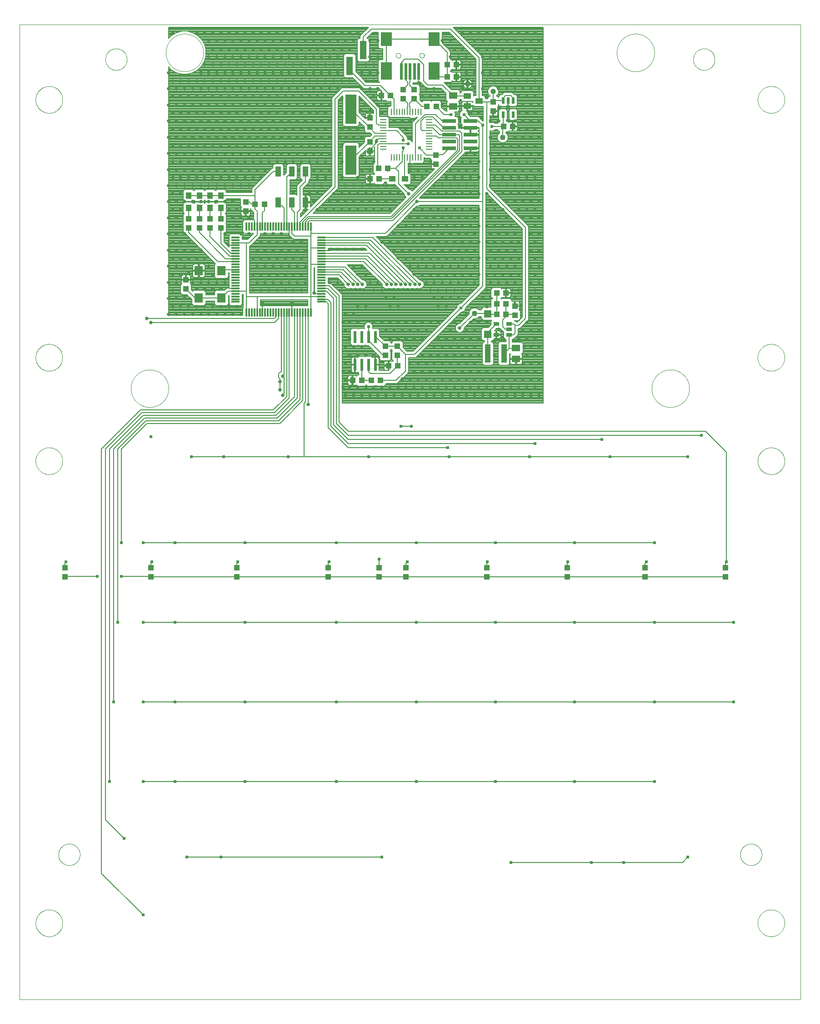
<source format=gbl>
G75*
%MOIN*%
%OFA0B0*%
%FSLAX25Y25*%
%IPPOS*%
%LPD*%
%AMOC8*
5,1,8,0,0,1.08239X$1,22.5*
%
%ADD10C,0.00000*%
%ADD11R,0.06299X0.05118*%
%ADD12R,0.03937X0.04331*%
%ADD13R,0.04331X0.03937*%
%ADD14R,0.04331X0.04921*%
%ADD15R,0.04921X0.04331*%
%ADD16R,0.05512X0.05512*%
%ADD17R,0.05000X0.13504*%
%ADD18R,0.04331X0.13386*%
%ADD19R,0.05512X0.03937*%
%ADD20C,0.04000*%
%ADD21R,0.03937X0.02756*%
%ADD22R,0.02165X0.04724*%
%ADD23R,0.04500X0.01000*%
%ADD24R,0.01000X0.04500*%
%ADD25R,0.07874X0.09843*%
%ADD26R,0.07874X0.12992*%
%ADD27R,0.01969X0.12205*%
%ADD28R,0.07874X0.21654*%
%ADD29R,0.06299X0.07087*%
%ADD30R,0.05906X0.01378*%
%ADD31R,0.01378X0.05906*%
%ADD32R,0.04016X0.07480*%
%ADD33R,0.09843X0.02559*%
%ADD34R,0.02362X0.08661*%
%ADD35C,0.00800*%
%ADD36C,0.00600*%
%ADD37C,0.02381*%
%ADD38C,0.02578*%
D10*
X0001000Y0001000D02*
X0001000Y0715567D01*
X0573835Y0715567D01*
X0573835Y0001000D01*
X0001000Y0001000D01*
X0012811Y0057102D02*
X0012814Y0057344D01*
X0012823Y0057585D01*
X0012838Y0057826D01*
X0012858Y0058067D01*
X0012885Y0058307D01*
X0012918Y0058546D01*
X0012956Y0058785D01*
X0013000Y0059022D01*
X0013050Y0059259D01*
X0013106Y0059494D01*
X0013168Y0059727D01*
X0013235Y0059959D01*
X0013308Y0060190D01*
X0013386Y0060418D01*
X0013471Y0060644D01*
X0013560Y0060869D01*
X0013655Y0061091D01*
X0013756Y0061310D01*
X0013862Y0061528D01*
X0013973Y0061742D01*
X0014090Y0061954D01*
X0014211Y0062162D01*
X0014338Y0062368D01*
X0014470Y0062570D01*
X0014607Y0062770D01*
X0014748Y0062965D01*
X0014894Y0063158D01*
X0015045Y0063346D01*
X0015201Y0063531D01*
X0015361Y0063712D01*
X0015525Y0063889D01*
X0015694Y0064062D01*
X0015867Y0064231D01*
X0016044Y0064395D01*
X0016225Y0064555D01*
X0016410Y0064711D01*
X0016598Y0064862D01*
X0016791Y0065008D01*
X0016986Y0065149D01*
X0017186Y0065286D01*
X0017388Y0065418D01*
X0017594Y0065545D01*
X0017802Y0065666D01*
X0018014Y0065783D01*
X0018228Y0065894D01*
X0018446Y0066000D01*
X0018665Y0066101D01*
X0018887Y0066196D01*
X0019112Y0066285D01*
X0019338Y0066370D01*
X0019566Y0066448D01*
X0019797Y0066521D01*
X0020029Y0066588D01*
X0020262Y0066650D01*
X0020497Y0066706D01*
X0020734Y0066756D01*
X0020971Y0066800D01*
X0021210Y0066838D01*
X0021449Y0066871D01*
X0021689Y0066898D01*
X0021930Y0066918D01*
X0022171Y0066933D01*
X0022412Y0066942D01*
X0022654Y0066945D01*
X0022896Y0066942D01*
X0023137Y0066933D01*
X0023378Y0066918D01*
X0023619Y0066898D01*
X0023859Y0066871D01*
X0024098Y0066838D01*
X0024337Y0066800D01*
X0024574Y0066756D01*
X0024811Y0066706D01*
X0025046Y0066650D01*
X0025279Y0066588D01*
X0025511Y0066521D01*
X0025742Y0066448D01*
X0025970Y0066370D01*
X0026196Y0066285D01*
X0026421Y0066196D01*
X0026643Y0066101D01*
X0026862Y0066000D01*
X0027080Y0065894D01*
X0027294Y0065783D01*
X0027506Y0065666D01*
X0027714Y0065545D01*
X0027920Y0065418D01*
X0028122Y0065286D01*
X0028322Y0065149D01*
X0028517Y0065008D01*
X0028710Y0064862D01*
X0028898Y0064711D01*
X0029083Y0064555D01*
X0029264Y0064395D01*
X0029441Y0064231D01*
X0029614Y0064062D01*
X0029783Y0063889D01*
X0029947Y0063712D01*
X0030107Y0063531D01*
X0030263Y0063346D01*
X0030414Y0063158D01*
X0030560Y0062965D01*
X0030701Y0062770D01*
X0030838Y0062570D01*
X0030970Y0062368D01*
X0031097Y0062162D01*
X0031218Y0061954D01*
X0031335Y0061742D01*
X0031446Y0061528D01*
X0031552Y0061310D01*
X0031653Y0061091D01*
X0031748Y0060869D01*
X0031837Y0060644D01*
X0031922Y0060418D01*
X0032000Y0060190D01*
X0032073Y0059959D01*
X0032140Y0059727D01*
X0032202Y0059494D01*
X0032258Y0059259D01*
X0032308Y0059022D01*
X0032352Y0058785D01*
X0032390Y0058546D01*
X0032423Y0058307D01*
X0032450Y0058067D01*
X0032470Y0057826D01*
X0032485Y0057585D01*
X0032494Y0057344D01*
X0032497Y0057102D01*
X0032494Y0056860D01*
X0032485Y0056619D01*
X0032470Y0056378D01*
X0032450Y0056137D01*
X0032423Y0055897D01*
X0032390Y0055658D01*
X0032352Y0055419D01*
X0032308Y0055182D01*
X0032258Y0054945D01*
X0032202Y0054710D01*
X0032140Y0054477D01*
X0032073Y0054245D01*
X0032000Y0054014D01*
X0031922Y0053786D01*
X0031837Y0053560D01*
X0031748Y0053335D01*
X0031653Y0053113D01*
X0031552Y0052894D01*
X0031446Y0052676D01*
X0031335Y0052462D01*
X0031218Y0052250D01*
X0031097Y0052042D01*
X0030970Y0051836D01*
X0030838Y0051634D01*
X0030701Y0051434D01*
X0030560Y0051239D01*
X0030414Y0051046D01*
X0030263Y0050858D01*
X0030107Y0050673D01*
X0029947Y0050492D01*
X0029783Y0050315D01*
X0029614Y0050142D01*
X0029441Y0049973D01*
X0029264Y0049809D01*
X0029083Y0049649D01*
X0028898Y0049493D01*
X0028710Y0049342D01*
X0028517Y0049196D01*
X0028322Y0049055D01*
X0028122Y0048918D01*
X0027920Y0048786D01*
X0027714Y0048659D01*
X0027506Y0048538D01*
X0027294Y0048421D01*
X0027080Y0048310D01*
X0026862Y0048204D01*
X0026643Y0048103D01*
X0026421Y0048008D01*
X0026196Y0047919D01*
X0025970Y0047834D01*
X0025742Y0047756D01*
X0025511Y0047683D01*
X0025279Y0047616D01*
X0025046Y0047554D01*
X0024811Y0047498D01*
X0024574Y0047448D01*
X0024337Y0047404D01*
X0024098Y0047366D01*
X0023859Y0047333D01*
X0023619Y0047306D01*
X0023378Y0047286D01*
X0023137Y0047271D01*
X0022896Y0047262D01*
X0022654Y0047259D01*
X0022412Y0047262D01*
X0022171Y0047271D01*
X0021930Y0047286D01*
X0021689Y0047306D01*
X0021449Y0047333D01*
X0021210Y0047366D01*
X0020971Y0047404D01*
X0020734Y0047448D01*
X0020497Y0047498D01*
X0020262Y0047554D01*
X0020029Y0047616D01*
X0019797Y0047683D01*
X0019566Y0047756D01*
X0019338Y0047834D01*
X0019112Y0047919D01*
X0018887Y0048008D01*
X0018665Y0048103D01*
X0018446Y0048204D01*
X0018228Y0048310D01*
X0018014Y0048421D01*
X0017802Y0048538D01*
X0017594Y0048659D01*
X0017388Y0048786D01*
X0017186Y0048918D01*
X0016986Y0049055D01*
X0016791Y0049196D01*
X0016598Y0049342D01*
X0016410Y0049493D01*
X0016225Y0049649D01*
X0016044Y0049809D01*
X0015867Y0049973D01*
X0015694Y0050142D01*
X0015525Y0050315D01*
X0015361Y0050492D01*
X0015201Y0050673D01*
X0015045Y0050858D01*
X0014894Y0051046D01*
X0014748Y0051239D01*
X0014607Y0051434D01*
X0014470Y0051634D01*
X0014338Y0051836D01*
X0014211Y0052042D01*
X0014090Y0052250D01*
X0013973Y0052462D01*
X0013862Y0052676D01*
X0013756Y0052894D01*
X0013655Y0053113D01*
X0013560Y0053335D01*
X0013471Y0053560D01*
X0013386Y0053786D01*
X0013308Y0054014D01*
X0013235Y0054245D01*
X0013168Y0054477D01*
X0013106Y0054710D01*
X0013050Y0054945D01*
X0013000Y0055182D01*
X0012956Y0055419D01*
X0012918Y0055658D01*
X0012885Y0055897D01*
X0012858Y0056137D01*
X0012838Y0056378D01*
X0012823Y0056619D01*
X0012814Y0056860D01*
X0012811Y0057102D01*
X0029543Y0107299D02*
X0029545Y0107492D01*
X0029552Y0107685D01*
X0029564Y0107878D01*
X0029581Y0108071D01*
X0029602Y0108263D01*
X0029628Y0108454D01*
X0029659Y0108645D01*
X0029694Y0108835D01*
X0029734Y0109024D01*
X0029779Y0109212D01*
X0029828Y0109399D01*
X0029882Y0109585D01*
X0029940Y0109769D01*
X0030003Y0109952D01*
X0030071Y0110133D01*
X0030142Y0110312D01*
X0030219Y0110490D01*
X0030299Y0110666D01*
X0030384Y0110839D01*
X0030473Y0111011D01*
X0030566Y0111180D01*
X0030663Y0111347D01*
X0030765Y0111512D01*
X0030870Y0111674D01*
X0030979Y0111833D01*
X0031093Y0111990D01*
X0031210Y0112143D01*
X0031330Y0112294D01*
X0031455Y0112442D01*
X0031583Y0112587D01*
X0031714Y0112728D01*
X0031849Y0112867D01*
X0031988Y0113002D01*
X0032129Y0113133D01*
X0032274Y0113261D01*
X0032422Y0113386D01*
X0032573Y0113506D01*
X0032726Y0113623D01*
X0032883Y0113737D01*
X0033042Y0113846D01*
X0033204Y0113951D01*
X0033369Y0114053D01*
X0033536Y0114150D01*
X0033705Y0114243D01*
X0033877Y0114332D01*
X0034050Y0114417D01*
X0034226Y0114497D01*
X0034404Y0114574D01*
X0034583Y0114645D01*
X0034764Y0114713D01*
X0034947Y0114776D01*
X0035131Y0114834D01*
X0035317Y0114888D01*
X0035504Y0114937D01*
X0035692Y0114982D01*
X0035881Y0115022D01*
X0036071Y0115057D01*
X0036262Y0115088D01*
X0036453Y0115114D01*
X0036645Y0115135D01*
X0036838Y0115152D01*
X0037031Y0115164D01*
X0037224Y0115171D01*
X0037417Y0115173D01*
X0037610Y0115171D01*
X0037803Y0115164D01*
X0037996Y0115152D01*
X0038189Y0115135D01*
X0038381Y0115114D01*
X0038572Y0115088D01*
X0038763Y0115057D01*
X0038953Y0115022D01*
X0039142Y0114982D01*
X0039330Y0114937D01*
X0039517Y0114888D01*
X0039703Y0114834D01*
X0039887Y0114776D01*
X0040070Y0114713D01*
X0040251Y0114645D01*
X0040430Y0114574D01*
X0040608Y0114497D01*
X0040784Y0114417D01*
X0040957Y0114332D01*
X0041129Y0114243D01*
X0041298Y0114150D01*
X0041465Y0114053D01*
X0041630Y0113951D01*
X0041792Y0113846D01*
X0041951Y0113737D01*
X0042108Y0113623D01*
X0042261Y0113506D01*
X0042412Y0113386D01*
X0042560Y0113261D01*
X0042705Y0113133D01*
X0042846Y0113002D01*
X0042985Y0112867D01*
X0043120Y0112728D01*
X0043251Y0112587D01*
X0043379Y0112442D01*
X0043504Y0112294D01*
X0043624Y0112143D01*
X0043741Y0111990D01*
X0043855Y0111833D01*
X0043964Y0111674D01*
X0044069Y0111512D01*
X0044171Y0111347D01*
X0044268Y0111180D01*
X0044361Y0111011D01*
X0044450Y0110839D01*
X0044535Y0110666D01*
X0044615Y0110490D01*
X0044692Y0110312D01*
X0044763Y0110133D01*
X0044831Y0109952D01*
X0044894Y0109769D01*
X0044952Y0109585D01*
X0045006Y0109399D01*
X0045055Y0109212D01*
X0045100Y0109024D01*
X0045140Y0108835D01*
X0045175Y0108645D01*
X0045206Y0108454D01*
X0045232Y0108263D01*
X0045253Y0108071D01*
X0045270Y0107878D01*
X0045282Y0107685D01*
X0045289Y0107492D01*
X0045291Y0107299D01*
X0045289Y0107106D01*
X0045282Y0106913D01*
X0045270Y0106720D01*
X0045253Y0106527D01*
X0045232Y0106335D01*
X0045206Y0106144D01*
X0045175Y0105953D01*
X0045140Y0105763D01*
X0045100Y0105574D01*
X0045055Y0105386D01*
X0045006Y0105199D01*
X0044952Y0105013D01*
X0044894Y0104829D01*
X0044831Y0104646D01*
X0044763Y0104465D01*
X0044692Y0104286D01*
X0044615Y0104108D01*
X0044535Y0103932D01*
X0044450Y0103759D01*
X0044361Y0103587D01*
X0044268Y0103418D01*
X0044171Y0103251D01*
X0044069Y0103086D01*
X0043964Y0102924D01*
X0043855Y0102765D01*
X0043741Y0102608D01*
X0043624Y0102455D01*
X0043504Y0102304D01*
X0043379Y0102156D01*
X0043251Y0102011D01*
X0043120Y0101870D01*
X0042985Y0101731D01*
X0042846Y0101596D01*
X0042705Y0101465D01*
X0042560Y0101337D01*
X0042412Y0101212D01*
X0042261Y0101092D01*
X0042108Y0100975D01*
X0041951Y0100861D01*
X0041792Y0100752D01*
X0041630Y0100647D01*
X0041465Y0100545D01*
X0041298Y0100448D01*
X0041129Y0100355D01*
X0040957Y0100266D01*
X0040784Y0100181D01*
X0040608Y0100101D01*
X0040430Y0100024D01*
X0040251Y0099953D01*
X0040070Y0099885D01*
X0039887Y0099822D01*
X0039703Y0099764D01*
X0039517Y0099710D01*
X0039330Y0099661D01*
X0039142Y0099616D01*
X0038953Y0099576D01*
X0038763Y0099541D01*
X0038572Y0099510D01*
X0038381Y0099484D01*
X0038189Y0099463D01*
X0037996Y0099446D01*
X0037803Y0099434D01*
X0037610Y0099427D01*
X0037417Y0099425D01*
X0037224Y0099427D01*
X0037031Y0099434D01*
X0036838Y0099446D01*
X0036645Y0099463D01*
X0036453Y0099484D01*
X0036262Y0099510D01*
X0036071Y0099541D01*
X0035881Y0099576D01*
X0035692Y0099616D01*
X0035504Y0099661D01*
X0035317Y0099710D01*
X0035131Y0099764D01*
X0034947Y0099822D01*
X0034764Y0099885D01*
X0034583Y0099953D01*
X0034404Y0100024D01*
X0034226Y0100101D01*
X0034050Y0100181D01*
X0033877Y0100266D01*
X0033705Y0100355D01*
X0033536Y0100448D01*
X0033369Y0100545D01*
X0033204Y0100647D01*
X0033042Y0100752D01*
X0032883Y0100861D01*
X0032726Y0100975D01*
X0032573Y0101092D01*
X0032422Y0101212D01*
X0032274Y0101337D01*
X0032129Y0101465D01*
X0031988Y0101596D01*
X0031849Y0101731D01*
X0031714Y0101870D01*
X0031583Y0102011D01*
X0031455Y0102156D01*
X0031330Y0102304D01*
X0031210Y0102455D01*
X0031093Y0102608D01*
X0030979Y0102765D01*
X0030870Y0102924D01*
X0030765Y0103086D01*
X0030663Y0103251D01*
X0030566Y0103418D01*
X0030473Y0103587D01*
X0030384Y0103759D01*
X0030299Y0103932D01*
X0030219Y0104108D01*
X0030142Y0104286D01*
X0030071Y0104465D01*
X0030003Y0104646D01*
X0029940Y0104829D01*
X0029882Y0105013D01*
X0029828Y0105199D01*
X0029779Y0105386D01*
X0029734Y0105574D01*
X0029694Y0105763D01*
X0029659Y0105953D01*
X0029628Y0106144D01*
X0029602Y0106335D01*
X0029581Y0106527D01*
X0029564Y0106720D01*
X0029552Y0106913D01*
X0029545Y0107106D01*
X0029543Y0107299D01*
X0012811Y0395685D02*
X0012814Y0395927D01*
X0012823Y0396168D01*
X0012838Y0396409D01*
X0012858Y0396650D01*
X0012885Y0396890D01*
X0012918Y0397129D01*
X0012956Y0397368D01*
X0013000Y0397605D01*
X0013050Y0397842D01*
X0013106Y0398077D01*
X0013168Y0398310D01*
X0013235Y0398542D01*
X0013308Y0398773D01*
X0013386Y0399001D01*
X0013471Y0399227D01*
X0013560Y0399452D01*
X0013655Y0399674D01*
X0013756Y0399893D01*
X0013862Y0400111D01*
X0013973Y0400325D01*
X0014090Y0400537D01*
X0014211Y0400745D01*
X0014338Y0400951D01*
X0014470Y0401153D01*
X0014607Y0401353D01*
X0014748Y0401548D01*
X0014894Y0401741D01*
X0015045Y0401929D01*
X0015201Y0402114D01*
X0015361Y0402295D01*
X0015525Y0402472D01*
X0015694Y0402645D01*
X0015867Y0402814D01*
X0016044Y0402978D01*
X0016225Y0403138D01*
X0016410Y0403294D01*
X0016598Y0403445D01*
X0016791Y0403591D01*
X0016986Y0403732D01*
X0017186Y0403869D01*
X0017388Y0404001D01*
X0017594Y0404128D01*
X0017802Y0404249D01*
X0018014Y0404366D01*
X0018228Y0404477D01*
X0018446Y0404583D01*
X0018665Y0404684D01*
X0018887Y0404779D01*
X0019112Y0404868D01*
X0019338Y0404953D01*
X0019566Y0405031D01*
X0019797Y0405104D01*
X0020029Y0405171D01*
X0020262Y0405233D01*
X0020497Y0405289D01*
X0020734Y0405339D01*
X0020971Y0405383D01*
X0021210Y0405421D01*
X0021449Y0405454D01*
X0021689Y0405481D01*
X0021930Y0405501D01*
X0022171Y0405516D01*
X0022412Y0405525D01*
X0022654Y0405528D01*
X0022896Y0405525D01*
X0023137Y0405516D01*
X0023378Y0405501D01*
X0023619Y0405481D01*
X0023859Y0405454D01*
X0024098Y0405421D01*
X0024337Y0405383D01*
X0024574Y0405339D01*
X0024811Y0405289D01*
X0025046Y0405233D01*
X0025279Y0405171D01*
X0025511Y0405104D01*
X0025742Y0405031D01*
X0025970Y0404953D01*
X0026196Y0404868D01*
X0026421Y0404779D01*
X0026643Y0404684D01*
X0026862Y0404583D01*
X0027080Y0404477D01*
X0027294Y0404366D01*
X0027506Y0404249D01*
X0027714Y0404128D01*
X0027920Y0404001D01*
X0028122Y0403869D01*
X0028322Y0403732D01*
X0028517Y0403591D01*
X0028710Y0403445D01*
X0028898Y0403294D01*
X0029083Y0403138D01*
X0029264Y0402978D01*
X0029441Y0402814D01*
X0029614Y0402645D01*
X0029783Y0402472D01*
X0029947Y0402295D01*
X0030107Y0402114D01*
X0030263Y0401929D01*
X0030414Y0401741D01*
X0030560Y0401548D01*
X0030701Y0401353D01*
X0030838Y0401153D01*
X0030970Y0400951D01*
X0031097Y0400745D01*
X0031218Y0400537D01*
X0031335Y0400325D01*
X0031446Y0400111D01*
X0031552Y0399893D01*
X0031653Y0399674D01*
X0031748Y0399452D01*
X0031837Y0399227D01*
X0031922Y0399001D01*
X0032000Y0398773D01*
X0032073Y0398542D01*
X0032140Y0398310D01*
X0032202Y0398077D01*
X0032258Y0397842D01*
X0032308Y0397605D01*
X0032352Y0397368D01*
X0032390Y0397129D01*
X0032423Y0396890D01*
X0032450Y0396650D01*
X0032470Y0396409D01*
X0032485Y0396168D01*
X0032494Y0395927D01*
X0032497Y0395685D01*
X0032494Y0395443D01*
X0032485Y0395202D01*
X0032470Y0394961D01*
X0032450Y0394720D01*
X0032423Y0394480D01*
X0032390Y0394241D01*
X0032352Y0394002D01*
X0032308Y0393765D01*
X0032258Y0393528D01*
X0032202Y0393293D01*
X0032140Y0393060D01*
X0032073Y0392828D01*
X0032000Y0392597D01*
X0031922Y0392369D01*
X0031837Y0392143D01*
X0031748Y0391918D01*
X0031653Y0391696D01*
X0031552Y0391477D01*
X0031446Y0391259D01*
X0031335Y0391045D01*
X0031218Y0390833D01*
X0031097Y0390625D01*
X0030970Y0390419D01*
X0030838Y0390217D01*
X0030701Y0390017D01*
X0030560Y0389822D01*
X0030414Y0389629D01*
X0030263Y0389441D01*
X0030107Y0389256D01*
X0029947Y0389075D01*
X0029783Y0388898D01*
X0029614Y0388725D01*
X0029441Y0388556D01*
X0029264Y0388392D01*
X0029083Y0388232D01*
X0028898Y0388076D01*
X0028710Y0387925D01*
X0028517Y0387779D01*
X0028322Y0387638D01*
X0028122Y0387501D01*
X0027920Y0387369D01*
X0027714Y0387242D01*
X0027506Y0387121D01*
X0027294Y0387004D01*
X0027080Y0386893D01*
X0026862Y0386787D01*
X0026643Y0386686D01*
X0026421Y0386591D01*
X0026196Y0386502D01*
X0025970Y0386417D01*
X0025742Y0386339D01*
X0025511Y0386266D01*
X0025279Y0386199D01*
X0025046Y0386137D01*
X0024811Y0386081D01*
X0024574Y0386031D01*
X0024337Y0385987D01*
X0024098Y0385949D01*
X0023859Y0385916D01*
X0023619Y0385889D01*
X0023378Y0385869D01*
X0023137Y0385854D01*
X0022896Y0385845D01*
X0022654Y0385842D01*
X0022412Y0385845D01*
X0022171Y0385854D01*
X0021930Y0385869D01*
X0021689Y0385889D01*
X0021449Y0385916D01*
X0021210Y0385949D01*
X0020971Y0385987D01*
X0020734Y0386031D01*
X0020497Y0386081D01*
X0020262Y0386137D01*
X0020029Y0386199D01*
X0019797Y0386266D01*
X0019566Y0386339D01*
X0019338Y0386417D01*
X0019112Y0386502D01*
X0018887Y0386591D01*
X0018665Y0386686D01*
X0018446Y0386787D01*
X0018228Y0386893D01*
X0018014Y0387004D01*
X0017802Y0387121D01*
X0017594Y0387242D01*
X0017388Y0387369D01*
X0017186Y0387501D01*
X0016986Y0387638D01*
X0016791Y0387779D01*
X0016598Y0387925D01*
X0016410Y0388076D01*
X0016225Y0388232D01*
X0016044Y0388392D01*
X0015867Y0388556D01*
X0015694Y0388725D01*
X0015525Y0388898D01*
X0015361Y0389075D01*
X0015201Y0389256D01*
X0015045Y0389441D01*
X0014894Y0389629D01*
X0014748Y0389822D01*
X0014607Y0390017D01*
X0014470Y0390217D01*
X0014338Y0390419D01*
X0014211Y0390625D01*
X0014090Y0390833D01*
X0013973Y0391045D01*
X0013862Y0391259D01*
X0013756Y0391477D01*
X0013655Y0391696D01*
X0013560Y0391918D01*
X0013471Y0392143D01*
X0013386Y0392369D01*
X0013308Y0392597D01*
X0013235Y0392828D01*
X0013168Y0393060D01*
X0013106Y0393293D01*
X0013050Y0393528D01*
X0013000Y0393765D01*
X0012956Y0394002D01*
X0012918Y0394241D01*
X0012885Y0394480D01*
X0012858Y0394720D01*
X0012838Y0394961D01*
X0012823Y0395202D01*
X0012814Y0395443D01*
X0012811Y0395685D01*
X0012811Y0471472D02*
X0012814Y0471714D01*
X0012823Y0471955D01*
X0012838Y0472196D01*
X0012858Y0472437D01*
X0012885Y0472677D01*
X0012918Y0472916D01*
X0012956Y0473155D01*
X0013000Y0473392D01*
X0013050Y0473629D01*
X0013106Y0473864D01*
X0013168Y0474097D01*
X0013235Y0474329D01*
X0013308Y0474560D01*
X0013386Y0474788D01*
X0013471Y0475014D01*
X0013560Y0475239D01*
X0013655Y0475461D01*
X0013756Y0475680D01*
X0013862Y0475898D01*
X0013973Y0476112D01*
X0014090Y0476324D01*
X0014211Y0476532D01*
X0014338Y0476738D01*
X0014470Y0476940D01*
X0014607Y0477140D01*
X0014748Y0477335D01*
X0014894Y0477528D01*
X0015045Y0477716D01*
X0015201Y0477901D01*
X0015361Y0478082D01*
X0015525Y0478259D01*
X0015694Y0478432D01*
X0015867Y0478601D01*
X0016044Y0478765D01*
X0016225Y0478925D01*
X0016410Y0479081D01*
X0016598Y0479232D01*
X0016791Y0479378D01*
X0016986Y0479519D01*
X0017186Y0479656D01*
X0017388Y0479788D01*
X0017594Y0479915D01*
X0017802Y0480036D01*
X0018014Y0480153D01*
X0018228Y0480264D01*
X0018446Y0480370D01*
X0018665Y0480471D01*
X0018887Y0480566D01*
X0019112Y0480655D01*
X0019338Y0480740D01*
X0019566Y0480818D01*
X0019797Y0480891D01*
X0020029Y0480958D01*
X0020262Y0481020D01*
X0020497Y0481076D01*
X0020734Y0481126D01*
X0020971Y0481170D01*
X0021210Y0481208D01*
X0021449Y0481241D01*
X0021689Y0481268D01*
X0021930Y0481288D01*
X0022171Y0481303D01*
X0022412Y0481312D01*
X0022654Y0481315D01*
X0022896Y0481312D01*
X0023137Y0481303D01*
X0023378Y0481288D01*
X0023619Y0481268D01*
X0023859Y0481241D01*
X0024098Y0481208D01*
X0024337Y0481170D01*
X0024574Y0481126D01*
X0024811Y0481076D01*
X0025046Y0481020D01*
X0025279Y0480958D01*
X0025511Y0480891D01*
X0025742Y0480818D01*
X0025970Y0480740D01*
X0026196Y0480655D01*
X0026421Y0480566D01*
X0026643Y0480471D01*
X0026862Y0480370D01*
X0027080Y0480264D01*
X0027294Y0480153D01*
X0027506Y0480036D01*
X0027714Y0479915D01*
X0027920Y0479788D01*
X0028122Y0479656D01*
X0028322Y0479519D01*
X0028517Y0479378D01*
X0028710Y0479232D01*
X0028898Y0479081D01*
X0029083Y0478925D01*
X0029264Y0478765D01*
X0029441Y0478601D01*
X0029614Y0478432D01*
X0029783Y0478259D01*
X0029947Y0478082D01*
X0030107Y0477901D01*
X0030263Y0477716D01*
X0030414Y0477528D01*
X0030560Y0477335D01*
X0030701Y0477140D01*
X0030838Y0476940D01*
X0030970Y0476738D01*
X0031097Y0476532D01*
X0031218Y0476324D01*
X0031335Y0476112D01*
X0031446Y0475898D01*
X0031552Y0475680D01*
X0031653Y0475461D01*
X0031748Y0475239D01*
X0031837Y0475014D01*
X0031922Y0474788D01*
X0032000Y0474560D01*
X0032073Y0474329D01*
X0032140Y0474097D01*
X0032202Y0473864D01*
X0032258Y0473629D01*
X0032308Y0473392D01*
X0032352Y0473155D01*
X0032390Y0472916D01*
X0032423Y0472677D01*
X0032450Y0472437D01*
X0032470Y0472196D01*
X0032485Y0471955D01*
X0032494Y0471714D01*
X0032497Y0471472D01*
X0032494Y0471230D01*
X0032485Y0470989D01*
X0032470Y0470748D01*
X0032450Y0470507D01*
X0032423Y0470267D01*
X0032390Y0470028D01*
X0032352Y0469789D01*
X0032308Y0469552D01*
X0032258Y0469315D01*
X0032202Y0469080D01*
X0032140Y0468847D01*
X0032073Y0468615D01*
X0032000Y0468384D01*
X0031922Y0468156D01*
X0031837Y0467930D01*
X0031748Y0467705D01*
X0031653Y0467483D01*
X0031552Y0467264D01*
X0031446Y0467046D01*
X0031335Y0466832D01*
X0031218Y0466620D01*
X0031097Y0466412D01*
X0030970Y0466206D01*
X0030838Y0466004D01*
X0030701Y0465804D01*
X0030560Y0465609D01*
X0030414Y0465416D01*
X0030263Y0465228D01*
X0030107Y0465043D01*
X0029947Y0464862D01*
X0029783Y0464685D01*
X0029614Y0464512D01*
X0029441Y0464343D01*
X0029264Y0464179D01*
X0029083Y0464019D01*
X0028898Y0463863D01*
X0028710Y0463712D01*
X0028517Y0463566D01*
X0028322Y0463425D01*
X0028122Y0463288D01*
X0027920Y0463156D01*
X0027714Y0463029D01*
X0027506Y0462908D01*
X0027294Y0462791D01*
X0027080Y0462680D01*
X0026862Y0462574D01*
X0026643Y0462473D01*
X0026421Y0462378D01*
X0026196Y0462289D01*
X0025970Y0462204D01*
X0025742Y0462126D01*
X0025511Y0462053D01*
X0025279Y0461986D01*
X0025046Y0461924D01*
X0024811Y0461868D01*
X0024574Y0461818D01*
X0024337Y0461774D01*
X0024098Y0461736D01*
X0023859Y0461703D01*
X0023619Y0461676D01*
X0023378Y0461656D01*
X0023137Y0461641D01*
X0022896Y0461632D01*
X0022654Y0461629D01*
X0022412Y0461632D01*
X0022171Y0461641D01*
X0021930Y0461656D01*
X0021689Y0461676D01*
X0021449Y0461703D01*
X0021210Y0461736D01*
X0020971Y0461774D01*
X0020734Y0461818D01*
X0020497Y0461868D01*
X0020262Y0461924D01*
X0020029Y0461986D01*
X0019797Y0462053D01*
X0019566Y0462126D01*
X0019338Y0462204D01*
X0019112Y0462289D01*
X0018887Y0462378D01*
X0018665Y0462473D01*
X0018446Y0462574D01*
X0018228Y0462680D01*
X0018014Y0462791D01*
X0017802Y0462908D01*
X0017594Y0463029D01*
X0017388Y0463156D01*
X0017186Y0463288D01*
X0016986Y0463425D01*
X0016791Y0463566D01*
X0016598Y0463712D01*
X0016410Y0463863D01*
X0016225Y0464019D01*
X0016044Y0464179D01*
X0015867Y0464343D01*
X0015694Y0464512D01*
X0015525Y0464685D01*
X0015361Y0464862D01*
X0015201Y0465043D01*
X0015045Y0465228D01*
X0014894Y0465416D01*
X0014748Y0465609D01*
X0014607Y0465804D01*
X0014470Y0466004D01*
X0014338Y0466206D01*
X0014211Y0466412D01*
X0014090Y0466620D01*
X0013973Y0466832D01*
X0013862Y0467046D01*
X0013756Y0467264D01*
X0013655Y0467483D01*
X0013560Y0467705D01*
X0013471Y0467930D01*
X0013386Y0468156D01*
X0013308Y0468384D01*
X0013235Y0468615D01*
X0013168Y0468847D01*
X0013106Y0469080D01*
X0013050Y0469315D01*
X0013000Y0469552D01*
X0012956Y0469789D01*
X0012918Y0470028D01*
X0012885Y0470267D01*
X0012858Y0470507D01*
X0012838Y0470748D01*
X0012823Y0470989D01*
X0012814Y0471230D01*
X0012811Y0471472D01*
X0082692Y0448835D02*
X0082696Y0449173D01*
X0082709Y0449511D01*
X0082729Y0449849D01*
X0082758Y0450186D01*
X0082796Y0450522D01*
X0082841Y0450857D01*
X0082895Y0451191D01*
X0082957Y0451523D01*
X0083027Y0451854D01*
X0083105Y0452183D01*
X0083191Y0452510D01*
X0083285Y0452835D01*
X0083388Y0453158D01*
X0083498Y0453477D01*
X0083615Y0453794D01*
X0083741Y0454108D01*
X0083874Y0454419D01*
X0084015Y0454727D01*
X0084163Y0455031D01*
X0084319Y0455331D01*
X0084482Y0455627D01*
X0084652Y0455919D01*
X0084830Y0456207D01*
X0085014Y0456491D01*
X0085206Y0456770D01*
X0085404Y0457044D01*
X0085609Y0457313D01*
X0085820Y0457577D01*
X0086038Y0457836D01*
X0086262Y0458089D01*
X0086492Y0458337D01*
X0086728Y0458579D01*
X0086970Y0458815D01*
X0087218Y0459045D01*
X0087471Y0459269D01*
X0087730Y0459487D01*
X0087994Y0459698D01*
X0088263Y0459903D01*
X0088537Y0460101D01*
X0088816Y0460293D01*
X0089100Y0460477D01*
X0089388Y0460655D01*
X0089680Y0460825D01*
X0089976Y0460988D01*
X0090276Y0461144D01*
X0090580Y0461292D01*
X0090888Y0461433D01*
X0091199Y0461566D01*
X0091513Y0461692D01*
X0091830Y0461809D01*
X0092149Y0461919D01*
X0092472Y0462022D01*
X0092797Y0462116D01*
X0093124Y0462202D01*
X0093453Y0462280D01*
X0093784Y0462350D01*
X0094116Y0462412D01*
X0094450Y0462466D01*
X0094785Y0462511D01*
X0095121Y0462549D01*
X0095458Y0462578D01*
X0095796Y0462598D01*
X0096134Y0462611D01*
X0096472Y0462615D01*
X0096810Y0462611D01*
X0097148Y0462598D01*
X0097486Y0462578D01*
X0097823Y0462549D01*
X0098159Y0462511D01*
X0098494Y0462466D01*
X0098828Y0462412D01*
X0099160Y0462350D01*
X0099491Y0462280D01*
X0099820Y0462202D01*
X0100147Y0462116D01*
X0100472Y0462022D01*
X0100795Y0461919D01*
X0101114Y0461809D01*
X0101431Y0461692D01*
X0101745Y0461566D01*
X0102056Y0461433D01*
X0102364Y0461292D01*
X0102668Y0461144D01*
X0102968Y0460988D01*
X0103264Y0460825D01*
X0103556Y0460655D01*
X0103844Y0460477D01*
X0104128Y0460293D01*
X0104407Y0460101D01*
X0104681Y0459903D01*
X0104950Y0459698D01*
X0105214Y0459487D01*
X0105473Y0459269D01*
X0105726Y0459045D01*
X0105974Y0458815D01*
X0106216Y0458579D01*
X0106452Y0458337D01*
X0106682Y0458089D01*
X0106906Y0457836D01*
X0107124Y0457577D01*
X0107335Y0457313D01*
X0107540Y0457044D01*
X0107738Y0456770D01*
X0107930Y0456491D01*
X0108114Y0456207D01*
X0108292Y0455919D01*
X0108462Y0455627D01*
X0108625Y0455331D01*
X0108781Y0455031D01*
X0108929Y0454727D01*
X0109070Y0454419D01*
X0109203Y0454108D01*
X0109329Y0453794D01*
X0109446Y0453477D01*
X0109556Y0453158D01*
X0109659Y0452835D01*
X0109753Y0452510D01*
X0109839Y0452183D01*
X0109917Y0451854D01*
X0109987Y0451523D01*
X0110049Y0451191D01*
X0110103Y0450857D01*
X0110148Y0450522D01*
X0110186Y0450186D01*
X0110215Y0449849D01*
X0110235Y0449511D01*
X0110248Y0449173D01*
X0110252Y0448835D01*
X0110248Y0448497D01*
X0110235Y0448159D01*
X0110215Y0447821D01*
X0110186Y0447484D01*
X0110148Y0447148D01*
X0110103Y0446813D01*
X0110049Y0446479D01*
X0109987Y0446147D01*
X0109917Y0445816D01*
X0109839Y0445487D01*
X0109753Y0445160D01*
X0109659Y0444835D01*
X0109556Y0444512D01*
X0109446Y0444193D01*
X0109329Y0443876D01*
X0109203Y0443562D01*
X0109070Y0443251D01*
X0108929Y0442943D01*
X0108781Y0442639D01*
X0108625Y0442339D01*
X0108462Y0442043D01*
X0108292Y0441751D01*
X0108114Y0441463D01*
X0107930Y0441179D01*
X0107738Y0440900D01*
X0107540Y0440626D01*
X0107335Y0440357D01*
X0107124Y0440093D01*
X0106906Y0439834D01*
X0106682Y0439581D01*
X0106452Y0439333D01*
X0106216Y0439091D01*
X0105974Y0438855D01*
X0105726Y0438625D01*
X0105473Y0438401D01*
X0105214Y0438183D01*
X0104950Y0437972D01*
X0104681Y0437767D01*
X0104407Y0437569D01*
X0104128Y0437377D01*
X0103844Y0437193D01*
X0103556Y0437015D01*
X0103264Y0436845D01*
X0102968Y0436682D01*
X0102668Y0436526D01*
X0102364Y0436378D01*
X0102056Y0436237D01*
X0101745Y0436104D01*
X0101431Y0435978D01*
X0101114Y0435861D01*
X0100795Y0435751D01*
X0100472Y0435648D01*
X0100147Y0435554D01*
X0099820Y0435468D01*
X0099491Y0435390D01*
X0099160Y0435320D01*
X0098828Y0435258D01*
X0098494Y0435204D01*
X0098159Y0435159D01*
X0097823Y0435121D01*
X0097486Y0435092D01*
X0097148Y0435072D01*
X0096810Y0435059D01*
X0096472Y0435055D01*
X0096134Y0435059D01*
X0095796Y0435072D01*
X0095458Y0435092D01*
X0095121Y0435121D01*
X0094785Y0435159D01*
X0094450Y0435204D01*
X0094116Y0435258D01*
X0093784Y0435320D01*
X0093453Y0435390D01*
X0093124Y0435468D01*
X0092797Y0435554D01*
X0092472Y0435648D01*
X0092149Y0435751D01*
X0091830Y0435861D01*
X0091513Y0435978D01*
X0091199Y0436104D01*
X0090888Y0436237D01*
X0090580Y0436378D01*
X0090276Y0436526D01*
X0089976Y0436682D01*
X0089680Y0436845D01*
X0089388Y0437015D01*
X0089100Y0437193D01*
X0088816Y0437377D01*
X0088537Y0437569D01*
X0088263Y0437767D01*
X0087994Y0437972D01*
X0087730Y0438183D01*
X0087471Y0438401D01*
X0087218Y0438625D01*
X0086970Y0438855D01*
X0086728Y0439091D01*
X0086492Y0439333D01*
X0086262Y0439581D01*
X0086038Y0439834D01*
X0085820Y0440093D01*
X0085609Y0440357D01*
X0085404Y0440626D01*
X0085206Y0440900D01*
X0085014Y0441179D01*
X0084830Y0441463D01*
X0084652Y0441751D01*
X0084482Y0442043D01*
X0084319Y0442339D01*
X0084163Y0442639D01*
X0084015Y0442943D01*
X0083874Y0443251D01*
X0083741Y0443562D01*
X0083615Y0443876D01*
X0083498Y0444193D01*
X0083388Y0444512D01*
X0083285Y0444835D01*
X0083191Y0445160D01*
X0083105Y0445487D01*
X0083027Y0445816D01*
X0082957Y0446147D01*
X0082895Y0446479D01*
X0082841Y0446813D01*
X0082796Y0447148D01*
X0082758Y0447484D01*
X0082729Y0447821D01*
X0082709Y0448159D01*
X0082696Y0448497D01*
X0082692Y0448835D01*
X0012811Y0660449D02*
X0012814Y0660691D01*
X0012823Y0660932D01*
X0012838Y0661173D01*
X0012858Y0661414D01*
X0012885Y0661654D01*
X0012918Y0661893D01*
X0012956Y0662132D01*
X0013000Y0662369D01*
X0013050Y0662606D01*
X0013106Y0662841D01*
X0013168Y0663074D01*
X0013235Y0663306D01*
X0013308Y0663537D01*
X0013386Y0663765D01*
X0013471Y0663991D01*
X0013560Y0664216D01*
X0013655Y0664438D01*
X0013756Y0664657D01*
X0013862Y0664875D01*
X0013973Y0665089D01*
X0014090Y0665301D01*
X0014211Y0665509D01*
X0014338Y0665715D01*
X0014470Y0665917D01*
X0014607Y0666117D01*
X0014748Y0666312D01*
X0014894Y0666505D01*
X0015045Y0666693D01*
X0015201Y0666878D01*
X0015361Y0667059D01*
X0015525Y0667236D01*
X0015694Y0667409D01*
X0015867Y0667578D01*
X0016044Y0667742D01*
X0016225Y0667902D01*
X0016410Y0668058D01*
X0016598Y0668209D01*
X0016791Y0668355D01*
X0016986Y0668496D01*
X0017186Y0668633D01*
X0017388Y0668765D01*
X0017594Y0668892D01*
X0017802Y0669013D01*
X0018014Y0669130D01*
X0018228Y0669241D01*
X0018446Y0669347D01*
X0018665Y0669448D01*
X0018887Y0669543D01*
X0019112Y0669632D01*
X0019338Y0669717D01*
X0019566Y0669795D01*
X0019797Y0669868D01*
X0020029Y0669935D01*
X0020262Y0669997D01*
X0020497Y0670053D01*
X0020734Y0670103D01*
X0020971Y0670147D01*
X0021210Y0670185D01*
X0021449Y0670218D01*
X0021689Y0670245D01*
X0021930Y0670265D01*
X0022171Y0670280D01*
X0022412Y0670289D01*
X0022654Y0670292D01*
X0022896Y0670289D01*
X0023137Y0670280D01*
X0023378Y0670265D01*
X0023619Y0670245D01*
X0023859Y0670218D01*
X0024098Y0670185D01*
X0024337Y0670147D01*
X0024574Y0670103D01*
X0024811Y0670053D01*
X0025046Y0669997D01*
X0025279Y0669935D01*
X0025511Y0669868D01*
X0025742Y0669795D01*
X0025970Y0669717D01*
X0026196Y0669632D01*
X0026421Y0669543D01*
X0026643Y0669448D01*
X0026862Y0669347D01*
X0027080Y0669241D01*
X0027294Y0669130D01*
X0027506Y0669013D01*
X0027714Y0668892D01*
X0027920Y0668765D01*
X0028122Y0668633D01*
X0028322Y0668496D01*
X0028517Y0668355D01*
X0028710Y0668209D01*
X0028898Y0668058D01*
X0029083Y0667902D01*
X0029264Y0667742D01*
X0029441Y0667578D01*
X0029614Y0667409D01*
X0029783Y0667236D01*
X0029947Y0667059D01*
X0030107Y0666878D01*
X0030263Y0666693D01*
X0030414Y0666505D01*
X0030560Y0666312D01*
X0030701Y0666117D01*
X0030838Y0665917D01*
X0030970Y0665715D01*
X0031097Y0665509D01*
X0031218Y0665301D01*
X0031335Y0665089D01*
X0031446Y0664875D01*
X0031552Y0664657D01*
X0031653Y0664438D01*
X0031748Y0664216D01*
X0031837Y0663991D01*
X0031922Y0663765D01*
X0032000Y0663537D01*
X0032073Y0663306D01*
X0032140Y0663074D01*
X0032202Y0662841D01*
X0032258Y0662606D01*
X0032308Y0662369D01*
X0032352Y0662132D01*
X0032390Y0661893D01*
X0032423Y0661654D01*
X0032450Y0661414D01*
X0032470Y0661173D01*
X0032485Y0660932D01*
X0032494Y0660691D01*
X0032497Y0660449D01*
X0032494Y0660207D01*
X0032485Y0659966D01*
X0032470Y0659725D01*
X0032450Y0659484D01*
X0032423Y0659244D01*
X0032390Y0659005D01*
X0032352Y0658766D01*
X0032308Y0658529D01*
X0032258Y0658292D01*
X0032202Y0658057D01*
X0032140Y0657824D01*
X0032073Y0657592D01*
X0032000Y0657361D01*
X0031922Y0657133D01*
X0031837Y0656907D01*
X0031748Y0656682D01*
X0031653Y0656460D01*
X0031552Y0656241D01*
X0031446Y0656023D01*
X0031335Y0655809D01*
X0031218Y0655597D01*
X0031097Y0655389D01*
X0030970Y0655183D01*
X0030838Y0654981D01*
X0030701Y0654781D01*
X0030560Y0654586D01*
X0030414Y0654393D01*
X0030263Y0654205D01*
X0030107Y0654020D01*
X0029947Y0653839D01*
X0029783Y0653662D01*
X0029614Y0653489D01*
X0029441Y0653320D01*
X0029264Y0653156D01*
X0029083Y0652996D01*
X0028898Y0652840D01*
X0028710Y0652689D01*
X0028517Y0652543D01*
X0028322Y0652402D01*
X0028122Y0652265D01*
X0027920Y0652133D01*
X0027714Y0652006D01*
X0027506Y0651885D01*
X0027294Y0651768D01*
X0027080Y0651657D01*
X0026862Y0651551D01*
X0026643Y0651450D01*
X0026421Y0651355D01*
X0026196Y0651266D01*
X0025970Y0651181D01*
X0025742Y0651103D01*
X0025511Y0651030D01*
X0025279Y0650963D01*
X0025046Y0650901D01*
X0024811Y0650845D01*
X0024574Y0650795D01*
X0024337Y0650751D01*
X0024098Y0650713D01*
X0023859Y0650680D01*
X0023619Y0650653D01*
X0023378Y0650633D01*
X0023137Y0650618D01*
X0022896Y0650609D01*
X0022654Y0650606D01*
X0022412Y0650609D01*
X0022171Y0650618D01*
X0021930Y0650633D01*
X0021689Y0650653D01*
X0021449Y0650680D01*
X0021210Y0650713D01*
X0020971Y0650751D01*
X0020734Y0650795D01*
X0020497Y0650845D01*
X0020262Y0650901D01*
X0020029Y0650963D01*
X0019797Y0651030D01*
X0019566Y0651103D01*
X0019338Y0651181D01*
X0019112Y0651266D01*
X0018887Y0651355D01*
X0018665Y0651450D01*
X0018446Y0651551D01*
X0018228Y0651657D01*
X0018014Y0651768D01*
X0017802Y0651885D01*
X0017594Y0652006D01*
X0017388Y0652133D01*
X0017186Y0652265D01*
X0016986Y0652402D01*
X0016791Y0652543D01*
X0016598Y0652689D01*
X0016410Y0652840D01*
X0016225Y0652996D01*
X0016044Y0653156D01*
X0015867Y0653320D01*
X0015694Y0653489D01*
X0015525Y0653662D01*
X0015361Y0653839D01*
X0015201Y0654020D01*
X0015045Y0654205D01*
X0014894Y0654393D01*
X0014748Y0654586D01*
X0014607Y0654781D01*
X0014470Y0654981D01*
X0014338Y0655183D01*
X0014211Y0655389D01*
X0014090Y0655597D01*
X0013973Y0655809D01*
X0013862Y0656023D01*
X0013756Y0656241D01*
X0013655Y0656460D01*
X0013560Y0656682D01*
X0013471Y0656907D01*
X0013386Y0657133D01*
X0013308Y0657361D01*
X0013235Y0657592D01*
X0013168Y0657824D01*
X0013106Y0658057D01*
X0013050Y0658292D01*
X0013000Y0658529D01*
X0012956Y0658766D01*
X0012918Y0659005D01*
X0012885Y0659244D01*
X0012858Y0659484D01*
X0012838Y0659725D01*
X0012823Y0659966D01*
X0012814Y0660207D01*
X0012811Y0660449D01*
X0063992Y0689976D02*
X0063994Y0690169D01*
X0064001Y0690362D01*
X0064013Y0690555D01*
X0064030Y0690748D01*
X0064051Y0690940D01*
X0064077Y0691131D01*
X0064108Y0691322D01*
X0064143Y0691512D01*
X0064183Y0691701D01*
X0064228Y0691889D01*
X0064277Y0692076D01*
X0064331Y0692262D01*
X0064389Y0692446D01*
X0064452Y0692629D01*
X0064520Y0692810D01*
X0064591Y0692989D01*
X0064668Y0693167D01*
X0064748Y0693343D01*
X0064833Y0693516D01*
X0064922Y0693688D01*
X0065015Y0693857D01*
X0065112Y0694024D01*
X0065214Y0694189D01*
X0065319Y0694351D01*
X0065428Y0694510D01*
X0065542Y0694667D01*
X0065659Y0694820D01*
X0065779Y0694971D01*
X0065904Y0695119D01*
X0066032Y0695264D01*
X0066163Y0695405D01*
X0066298Y0695544D01*
X0066437Y0695679D01*
X0066578Y0695810D01*
X0066723Y0695938D01*
X0066871Y0696063D01*
X0067022Y0696183D01*
X0067175Y0696300D01*
X0067332Y0696414D01*
X0067491Y0696523D01*
X0067653Y0696628D01*
X0067818Y0696730D01*
X0067985Y0696827D01*
X0068154Y0696920D01*
X0068326Y0697009D01*
X0068499Y0697094D01*
X0068675Y0697174D01*
X0068853Y0697251D01*
X0069032Y0697322D01*
X0069213Y0697390D01*
X0069396Y0697453D01*
X0069580Y0697511D01*
X0069766Y0697565D01*
X0069953Y0697614D01*
X0070141Y0697659D01*
X0070330Y0697699D01*
X0070520Y0697734D01*
X0070711Y0697765D01*
X0070902Y0697791D01*
X0071094Y0697812D01*
X0071287Y0697829D01*
X0071480Y0697841D01*
X0071673Y0697848D01*
X0071866Y0697850D01*
X0072059Y0697848D01*
X0072252Y0697841D01*
X0072445Y0697829D01*
X0072638Y0697812D01*
X0072830Y0697791D01*
X0073021Y0697765D01*
X0073212Y0697734D01*
X0073402Y0697699D01*
X0073591Y0697659D01*
X0073779Y0697614D01*
X0073966Y0697565D01*
X0074152Y0697511D01*
X0074336Y0697453D01*
X0074519Y0697390D01*
X0074700Y0697322D01*
X0074879Y0697251D01*
X0075057Y0697174D01*
X0075233Y0697094D01*
X0075406Y0697009D01*
X0075578Y0696920D01*
X0075747Y0696827D01*
X0075914Y0696730D01*
X0076079Y0696628D01*
X0076241Y0696523D01*
X0076400Y0696414D01*
X0076557Y0696300D01*
X0076710Y0696183D01*
X0076861Y0696063D01*
X0077009Y0695938D01*
X0077154Y0695810D01*
X0077295Y0695679D01*
X0077434Y0695544D01*
X0077569Y0695405D01*
X0077700Y0695264D01*
X0077828Y0695119D01*
X0077953Y0694971D01*
X0078073Y0694820D01*
X0078190Y0694667D01*
X0078304Y0694510D01*
X0078413Y0694351D01*
X0078518Y0694189D01*
X0078620Y0694024D01*
X0078717Y0693857D01*
X0078810Y0693688D01*
X0078899Y0693516D01*
X0078984Y0693343D01*
X0079064Y0693167D01*
X0079141Y0692989D01*
X0079212Y0692810D01*
X0079280Y0692629D01*
X0079343Y0692446D01*
X0079401Y0692262D01*
X0079455Y0692076D01*
X0079504Y0691889D01*
X0079549Y0691701D01*
X0079589Y0691512D01*
X0079624Y0691322D01*
X0079655Y0691131D01*
X0079681Y0690940D01*
X0079702Y0690748D01*
X0079719Y0690555D01*
X0079731Y0690362D01*
X0079738Y0690169D01*
X0079740Y0689976D01*
X0079738Y0689783D01*
X0079731Y0689590D01*
X0079719Y0689397D01*
X0079702Y0689204D01*
X0079681Y0689012D01*
X0079655Y0688821D01*
X0079624Y0688630D01*
X0079589Y0688440D01*
X0079549Y0688251D01*
X0079504Y0688063D01*
X0079455Y0687876D01*
X0079401Y0687690D01*
X0079343Y0687506D01*
X0079280Y0687323D01*
X0079212Y0687142D01*
X0079141Y0686963D01*
X0079064Y0686785D01*
X0078984Y0686609D01*
X0078899Y0686436D01*
X0078810Y0686264D01*
X0078717Y0686095D01*
X0078620Y0685928D01*
X0078518Y0685763D01*
X0078413Y0685601D01*
X0078304Y0685442D01*
X0078190Y0685285D01*
X0078073Y0685132D01*
X0077953Y0684981D01*
X0077828Y0684833D01*
X0077700Y0684688D01*
X0077569Y0684547D01*
X0077434Y0684408D01*
X0077295Y0684273D01*
X0077154Y0684142D01*
X0077009Y0684014D01*
X0076861Y0683889D01*
X0076710Y0683769D01*
X0076557Y0683652D01*
X0076400Y0683538D01*
X0076241Y0683429D01*
X0076079Y0683324D01*
X0075914Y0683222D01*
X0075747Y0683125D01*
X0075578Y0683032D01*
X0075406Y0682943D01*
X0075233Y0682858D01*
X0075057Y0682778D01*
X0074879Y0682701D01*
X0074700Y0682630D01*
X0074519Y0682562D01*
X0074336Y0682499D01*
X0074152Y0682441D01*
X0073966Y0682387D01*
X0073779Y0682338D01*
X0073591Y0682293D01*
X0073402Y0682253D01*
X0073212Y0682218D01*
X0073021Y0682187D01*
X0072830Y0682161D01*
X0072638Y0682140D01*
X0072445Y0682123D01*
X0072252Y0682111D01*
X0072059Y0682104D01*
X0071866Y0682102D01*
X0071673Y0682104D01*
X0071480Y0682111D01*
X0071287Y0682123D01*
X0071094Y0682140D01*
X0070902Y0682161D01*
X0070711Y0682187D01*
X0070520Y0682218D01*
X0070330Y0682253D01*
X0070141Y0682293D01*
X0069953Y0682338D01*
X0069766Y0682387D01*
X0069580Y0682441D01*
X0069396Y0682499D01*
X0069213Y0682562D01*
X0069032Y0682630D01*
X0068853Y0682701D01*
X0068675Y0682778D01*
X0068499Y0682858D01*
X0068326Y0682943D01*
X0068154Y0683032D01*
X0067985Y0683125D01*
X0067818Y0683222D01*
X0067653Y0683324D01*
X0067491Y0683429D01*
X0067332Y0683538D01*
X0067175Y0683652D01*
X0067022Y0683769D01*
X0066871Y0683889D01*
X0066723Y0684014D01*
X0066578Y0684142D01*
X0066437Y0684273D01*
X0066298Y0684408D01*
X0066163Y0684547D01*
X0066032Y0684688D01*
X0065904Y0684833D01*
X0065779Y0684981D01*
X0065659Y0685132D01*
X0065542Y0685285D01*
X0065428Y0685442D01*
X0065319Y0685601D01*
X0065214Y0685763D01*
X0065112Y0685928D01*
X0065015Y0686095D01*
X0064922Y0686264D01*
X0064833Y0686436D01*
X0064748Y0686609D01*
X0064668Y0686785D01*
X0064591Y0686963D01*
X0064520Y0687142D01*
X0064452Y0687323D01*
X0064389Y0687506D01*
X0064331Y0687690D01*
X0064277Y0687876D01*
X0064228Y0688063D01*
X0064183Y0688251D01*
X0064143Y0688440D01*
X0064108Y0688630D01*
X0064077Y0688821D01*
X0064051Y0689012D01*
X0064030Y0689204D01*
X0064013Y0689397D01*
X0064001Y0689590D01*
X0063994Y0689783D01*
X0063992Y0689976D01*
X0108283Y0694898D02*
X0108287Y0695236D01*
X0108300Y0695574D01*
X0108320Y0695912D01*
X0108349Y0696249D01*
X0108387Y0696585D01*
X0108432Y0696920D01*
X0108486Y0697254D01*
X0108548Y0697586D01*
X0108618Y0697917D01*
X0108696Y0698246D01*
X0108782Y0698573D01*
X0108876Y0698898D01*
X0108979Y0699221D01*
X0109089Y0699540D01*
X0109206Y0699857D01*
X0109332Y0700171D01*
X0109465Y0700482D01*
X0109606Y0700790D01*
X0109754Y0701094D01*
X0109910Y0701394D01*
X0110073Y0701690D01*
X0110243Y0701982D01*
X0110421Y0702270D01*
X0110605Y0702554D01*
X0110797Y0702833D01*
X0110995Y0703107D01*
X0111200Y0703376D01*
X0111411Y0703640D01*
X0111629Y0703899D01*
X0111853Y0704152D01*
X0112083Y0704400D01*
X0112319Y0704642D01*
X0112561Y0704878D01*
X0112809Y0705108D01*
X0113062Y0705332D01*
X0113321Y0705550D01*
X0113585Y0705761D01*
X0113854Y0705966D01*
X0114128Y0706164D01*
X0114407Y0706356D01*
X0114691Y0706540D01*
X0114979Y0706718D01*
X0115271Y0706888D01*
X0115567Y0707051D01*
X0115867Y0707207D01*
X0116171Y0707355D01*
X0116479Y0707496D01*
X0116790Y0707629D01*
X0117104Y0707755D01*
X0117421Y0707872D01*
X0117740Y0707982D01*
X0118063Y0708085D01*
X0118388Y0708179D01*
X0118715Y0708265D01*
X0119044Y0708343D01*
X0119375Y0708413D01*
X0119707Y0708475D01*
X0120041Y0708529D01*
X0120376Y0708574D01*
X0120712Y0708612D01*
X0121049Y0708641D01*
X0121387Y0708661D01*
X0121725Y0708674D01*
X0122063Y0708678D01*
X0122401Y0708674D01*
X0122739Y0708661D01*
X0123077Y0708641D01*
X0123414Y0708612D01*
X0123750Y0708574D01*
X0124085Y0708529D01*
X0124419Y0708475D01*
X0124751Y0708413D01*
X0125082Y0708343D01*
X0125411Y0708265D01*
X0125738Y0708179D01*
X0126063Y0708085D01*
X0126386Y0707982D01*
X0126705Y0707872D01*
X0127022Y0707755D01*
X0127336Y0707629D01*
X0127647Y0707496D01*
X0127955Y0707355D01*
X0128259Y0707207D01*
X0128559Y0707051D01*
X0128855Y0706888D01*
X0129147Y0706718D01*
X0129435Y0706540D01*
X0129719Y0706356D01*
X0129998Y0706164D01*
X0130272Y0705966D01*
X0130541Y0705761D01*
X0130805Y0705550D01*
X0131064Y0705332D01*
X0131317Y0705108D01*
X0131565Y0704878D01*
X0131807Y0704642D01*
X0132043Y0704400D01*
X0132273Y0704152D01*
X0132497Y0703899D01*
X0132715Y0703640D01*
X0132926Y0703376D01*
X0133131Y0703107D01*
X0133329Y0702833D01*
X0133521Y0702554D01*
X0133705Y0702270D01*
X0133883Y0701982D01*
X0134053Y0701690D01*
X0134216Y0701394D01*
X0134372Y0701094D01*
X0134520Y0700790D01*
X0134661Y0700482D01*
X0134794Y0700171D01*
X0134920Y0699857D01*
X0135037Y0699540D01*
X0135147Y0699221D01*
X0135250Y0698898D01*
X0135344Y0698573D01*
X0135430Y0698246D01*
X0135508Y0697917D01*
X0135578Y0697586D01*
X0135640Y0697254D01*
X0135694Y0696920D01*
X0135739Y0696585D01*
X0135777Y0696249D01*
X0135806Y0695912D01*
X0135826Y0695574D01*
X0135839Y0695236D01*
X0135843Y0694898D01*
X0135839Y0694560D01*
X0135826Y0694222D01*
X0135806Y0693884D01*
X0135777Y0693547D01*
X0135739Y0693211D01*
X0135694Y0692876D01*
X0135640Y0692542D01*
X0135578Y0692210D01*
X0135508Y0691879D01*
X0135430Y0691550D01*
X0135344Y0691223D01*
X0135250Y0690898D01*
X0135147Y0690575D01*
X0135037Y0690256D01*
X0134920Y0689939D01*
X0134794Y0689625D01*
X0134661Y0689314D01*
X0134520Y0689006D01*
X0134372Y0688702D01*
X0134216Y0688402D01*
X0134053Y0688106D01*
X0133883Y0687814D01*
X0133705Y0687526D01*
X0133521Y0687242D01*
X0133329Y0686963D01*
X0133131Y0686689D01*
X0132926Y0686420D01*
X0132715Y0686156D01*
X0132497Y0685897D01*
X0132273Y0685644D01*
X0132043Y0685396D01*
X0131807Y0685154D01*
X0131565Y0684918D01*
X0131317Y0684688D01*
X0131064Y0684464D01*
X0130805Y0684246D01*
X0130541Y0684035D01*
X0130272Y0683830D01*
X0129998Y0683632D01*
X0129719Y0683440D01*
X0129435Y0683256D01*
X0129147Y0683078D01*
X0128855Y0682908D01*
X0128559Y0682745D01*
X0128259Y0682589D01*
X0127955Y0682441D01*
X0127647Y0682300D01*
X0127336Y0682167D01*
X0127022Y0682041D01*
X0126705Y0681924D01*
X0126386Y0681814D01*
X0126063Y0681711D01*
X0125738Y0681617D01*
X0125411Y0681531D01*
X0125082Y0681453D01*
X0124751Y0681383D01*
X0124419Y0681321D01*
X0124085Y0681267D01*
X0123750Y0681222D01*
X0123414Y0681184D01*
X0123077Y0681155D01*
X0122739Y0681135D01*
X0122401Y0681122D01*
X0122063Y0681118D01*
X0121725Y0681122D01*
X0121387Y0681135D01*
X0121049Y0681155D01*
X0120712Y0681184D01*
X0120376Y0681222D01*
X0120041Y0681267D01*
X0119707Y0681321D01*
X0119375Y0681383D01*
X0119044Y0681453D01*
X0118715Y0681531D01*
X0118388Y0681617D01*
X0118063Y0681711D01*
X0117740Y0681814D01*
X0117421Y0681924D01*
X0117104Y0682041D01*
X0116790Y0682167D01*
X0116479Y0682300D01*
X0116171Y0682441D01*
X0115867Y0682589D01*
X0115567Y0682745D01*
X0115271Y0682908D01*
X0114979Y0683078D01*
X0114691Y0683256D01*
X0114407Y0683440D01*
X0114128Y0683632D01*
X0113854Y0683830D01*
X0113585Y0684035D01*
X0113321Y0684246D01*
X0113062Y0684464D01*
X0112809Y0684688D01*
X0112561Y0684918D01*
X0112319Y0685154D01*
X0112083Y0685396D01*
X0111853Y0685644D01*
X0111629Y0685897D01*
X0111411Y0686156D01*
X0111200Y0686420D01*
X0110995Y0686689D01*
X0110797Y0686963D01*
X0110605Y0687242D01*
X0110421Y0687526D01*
X0110243Y0687814D01*
X0110073Y0688106D01*
X0109910Y0688402D01*
X0109754Y0688702D01*
X0109606Y0689006D01*
X0109465Y0689314D01*
X0109332Y0689625D01*
X0109206Y0689939D01*
X0109089Y0690256D01*
X0108979Y0690575D01*
X0108876Y0690898D01*
X0108782Y0691223D01*
X0108696Y0691550D01*
X0108618Y0691879D01*
X0108548Y0692210D01*
X0108486Y0692542D01*
X0108432Y0692876D01*
X0108387Y0693211D01*
X0108349Y0693547D01*
X0108320Y0693884D01*
X0108300Y0694222D01*
X0108287Y0694560D01*
X0108283Y0694898D01*
X0276984Y0692850D02*
X0276986Y0692934D01*
X0276992Y0693017D01*
X0277002Y0693100D01*
X0277016Y0693183D01*
X0277033Y0693265D01*
X0277055Y0693346D01*
X0277080Y0693425D01*
X0277109Y0693504D01*
X0277142Y0693581D01*
X0277178Y0693656D01*
X0277218Y0693730D01*
X0277261Y0693802D01*
X0277308Y0693871D01*
X0277358Y0693938D01*
X0277411Y0694003D01*
X0277467Y0694065D01*
X0277525Y0694125D01*
X0277587Y0694182D01*
X0277651Y0694235D01*
X0277718Y0694286D01*
X0277787Y0694333D01*
X0277858Y0694378D01*
X0277931Y0694418D01*
X0278006Y0694455D01*
X0278083Y0694489D01*
X0278161Y0694519D01*
X0278240Y0694545D01*
X0278321Y0694568D01*
X0278403Y0694586D01*
X0278485Y0694601D01*
X0278568Y0694612D01*
X0278651Y0694619D01*
X0278735Y0694622D01*
X0278819Y0694621D01*
X0278902Y0694616D01*
X0278986Y0694607D01*
X0279068Y0694594D01*
X0279150Y0694578D01*
X0279231Y0694557D01*
X0279312Y0694533D01*
X0279390Y0694505D01*
X0279468Y0694473D01*
X0279544Y0694437D01*
X0279618Y0694398D01*
X0279690Y0694356D01*
X0279760Y0694310D01*
X0279828Y0694261D01*
X0279893Y0694209D01*
X0279956Y0694154D01*
X0280016Y0694096D01*
X0280074Y0694035D01*
X0280128Y0693971D01*
X0280180Y0693905D01*
X0280228Y0693837D01*
X0280273Y0693766D01*
X0280314Y0693693D01*
X0280353Y0693619D01*
X0280387Y0693543D01*
X0280418Y0693465D01*
X0280445Y0693386D01*
X0280469Y0693305D01*
X0280488Y0693224D01*
X0280504Y0693142D01*
X0280516Y0693059D01*
X0280524Y0692975D01*
X0280528Y0692892D01*
X0280528Y0692808D01*
X0280524Y0692725D01*
X0280516Y0692641D01*
X0280504Y0692558D01*
X0280488Y0692476D01*
X0280469Y0692395D01*
X0280445Y0692314D01*
X0280418Y0692235D01*
X0280387Y0692157D01*
X0280353Y0692081D01*
X0280314Y0692007D01*
X0280273Y0691934D01*
X0280228Y0691863D01*
X0280180Y0691795D01*
X0280128Y0691729D01*
X0280074Y0691665D01*
X0280016Y0691604D01*
X0279956Y0691546D01*
X0279893Y0691491D01*
X0279828Y0691439D01*
X0279760Y0691390D01*
X0279690Y0691344D01*
X0279618Y0691302D01*
X0279544Y0691263D01*
X0279468Y0691227D01*
X0279390Y0691195D01*
X0279312Y0691167D01*
X0279231Y0691143D01*
X0279150Y0691122D01*
X0279068Y0691106D01*
X0278986Y0691093D01*
X0278902Y0691084D01*
X0278819Y0691079D01*
X0278735Y0691078D01*
X0278651Y0691081D01*
X0278568Y0691088D01*
X0278485Y0691099D01*
X0278403Y0691114D01*
X0278321Y0691132D01*
X0278240Y0691155D01*
X0278161Y0691181D01*
X0278083Y0691211D01*
X0278006Y0691245D01*
X0277931Y0691282D01*
X0277858Y0691322D01*
X0277787Y0691367D01*
X0277718Y0691414D01*
X0277651Y0691465D01*
X0277587Y0691518D01*
X0277525Y0691575D01*
X0277467Y0691635D01*
X0277411Y0691697D01*
X0277358Y0691762D01*
X0277308Y0691829D01*
X0277261Y0691898D01*
X0277218Y0691970D01*
X0277178Y0692044D01*
X0277142Y0692119D01*
X0277109Y0692196D01*
X0277080Y0692275D01*
X0277055Y0692354D01*
X0277033Y0692435D01*
X0277016Y0692517D01*
X0277002Y0692600D01*
X0276992Y0692683D01*
X0276986Y0692766D01*
X0276984Y0692850D01*
X0294307Y0692850D02*
X0294309Y0692934D01*
X0294315Y0693017D01*
X0294325Y0693100D01*
X0294339Y0693183D01*
X0294356Y0693265D01*
X0294378Y0693346D01*
X0294403Y0693425D01*
X0294432Y0693504D01*
X0294465Y0693581D01*
X0294501Y0693656D01*
X0294541Y0693730D01*
X0294584Y0693802D01*
X0294631Y0693871D01*
X0294681Y0693938D01*
X0294734Y0694003D01*
X0294790Y0694065D01*
X0294848Y0694125D01*
X0294910Y0694182D01*
X0294974Y0694235D01*
X0295041Y0694286D01*
X0295110Y0694333D01*
X0295181Y0694378D01*
X0295254Y0694418D01*
X0295329Y0694455D01*
X0295406Y0694489D01*
X0295484Y0694519D01*
X0295563Y0694545D01*
X0295644Y0694568D01*
X0295726Y0694586D01*
X0295808Y0694601D01*
X0295891Y0694612D01*
X0295974Y0694619D01*
X0296058Y0694622D01*
X0296142Y0694621D01*
X0296225Y0694616D01*
X0296309Y0694607D01*
X0296391Y0694594D01*
X0296473Y0694578D01*
X0296554Y0694557D01*
X0296635Y0694533D01*
X0296713Y0694505D01*
X0296791Y0694473D01*
X0296867Y0694437D01*
X0296941Y0694398D01*
X0297013Y0694356D01*
X0297083Y0694310D01*
X0297151Y0694261D01*
X0297216Y0694209D01*
X0297279Y0694154D01*
X0297339Y0694096D01*
X0297397Y0694035D01*
X0297451Y0693971D01*
X0297503Y0693905D01*
X0297551Y0693837D01*
X0297596Y0693766D01*
X0297637Y0693693D01*
X0297676Y0693619D01*
X0297710Y0693543D01*
X0297741Y0693465D01*
X0297768Y0693386D01*
X0297792Y0693305D01*
X0297811Y0693224D01*
X0297827Y0693142D01*
X0297839Y0693059D01*
X0297847Y0692975D01*
X0297851Y0692892D01*
X0297851Y0692808D01*
X0297847Y0692725D01*
X0297839Y0692641D01*
X0297827Y0692558D01*
X0297811Y0692476D01*
X0297792Y0692395D01*
X0297768Y0692314D01*
X0297741Y0692235D01*
X0297710Y0692157D01*
X0297676Y0692081D01*
X0297637Y0692007D01*
X0297596Y0691934D01*
X0297551Y0691863D01*
X0297503Y0691795D01*
X0297451Y0691729D01*
X0297397Y0691665D01*
X0297339Y0691604D01*
X0297279Y0691546D01*
X0297216Y0691491D01*
X0297151Y0691439D01*
X0297083Y0691390D01*
X0297013Y0691344D01*
X0296941Y0691302D01*
X0296867Y0691263D01*
X0296791Y0691227D01*
X0296713Y0691195D01*
X0296635Y0691167D01*
X0296554Y0691143D01*
X0296473Y0691122D01*
X0296391Y0691106D01*
X0296309Y0691093D01*
X0296225Y0691084D01*
X0296142Y0691079D01*
X0296058Y0691078D01*
X0295974Y0691081D01*
X0295891Y0691088D01*
X0295808Y0691099D01*
X0295726Y0691114D01*
X0295644Y0691132D01*
X0295563Y0691155D01*
X0295484Y0691181D01*
X0295406Y0691211D01*
X0295329Y0691245D01*
X0295254Y0691282D01*
X0295181Y0691322D01*
X0295110Y0691367D01*
X0295041Y0691414D01*
X0294974Y0691465D01*
X0294910Y0691518D01*
X0294848Y0691575D01*
X0294790Y0691635D01*
X0294734Y0691697D01*
X0294681Y0691762D01*
X0294631Y0691829D01*
X0294584Y0691898D01*
X0294541Y0691970D01*
X0294501Y0692044D01*
X0294465Y0692119D01*
X0294432Y0692196D01*
X0294403Y0692275D01*
X0294378Y0692354D01*
X0294356Y0692435D01*
X0294339Y0692517D01*
X0294325Y0692600D01*
X0294315Y0692683D01*
X0294309Y0692766D01*
X0294307Y0692850D01*
X0438992Y0694898D02*
X0438996Y0695236D01*
X0439009Y0695574D01*
X0439029Y0695912D01*
X0439058Y0696249D01*
X0439096Y0696585D01*
X0439141Y0696920D01*
X0439195Y0697254D01*
X0439257Y0697586D01*
X0439327Y0697917D01*
X0439405Y0698246D01*
X0439491Y0698573D01*
X0439585Y0698898D01*
X0439688Y0699221D01*
X0439798Y0699540D01*
X0439915Y0699857D01*
X0440041Y0700171D01*
X0440174Y0700482D01*
X0440315Y0700790D01*
X0440463Y0701094D01*
X0440619Y0701394D01*
X0440782Y0701690D01*
X0440952Y0701982D01*
X0441130Y0702270D01*
X0441314Y0702554D01*
X0441506Y0702833D01*
X0441704Y0703107D01*
X0441909Y0703376D01*
X0442120Y0703640D01*
X0442338Y0703899D01*
X0442562Y0704152D01*
X0442792Y0704400D01*
X0443028Y0704642D01*
X0443270Y0704878D01*
X0443518Y0705108D01*
X0443771Y0705332D01*
X0444030Y0705550D01*
X0444294Y0705761D01*
X0444563Y0705966D01*
X0444837Y0706164D01*
X0445116Y0706356D01*
X0445400Y0706540D01*
X0445688Y0706718D01*
X0445980Y0706888D01*
X0446276Y0707051D01*
X0446576Y0707207D01*
X0446880Y0707355D01*
X0447188Y0707496D01*
X0447499Y0707629D01*
X0447813Y0707755D01*
X0448130Y0707872D01*
X0448449Y0707982D01*
X0448772Y0708085D01*
X0449097Y0708179D01*
X0449424Y0708265D01*
X0449753Y0708343D01*
X0450084Y0708413D01*
X0450416Y0708475D01*
X0450750Y0708529D01*
X0451085Y0708574D01*
X0451421Y0708612D01*
X0451758Y0708641D01*
X0452096Y0708661D01*
X0452434Y0708674D01*
X0452772Y0708678D01*
X0453110Y0708674D01*
X0453448Y0708661D01*
X0453786Y0708641D01*
X0454123Y0708612D01*
X0454459Y0708574D01*
X0454794Y0708529D01*
X0455128Y0708475D01*
X0455460Y0708413D01*
X0455791Y0708343D01*
X0456120Y0708265D01*
X0456447Y0708179D01*
X0456772Y0708085D01*
X0457095Y0707982D01*
X0457414Y0707872D01*
X0457731Y0707755D01*
X0458045Y0707629D01*
X0458356Y0707496D01*
X0458664Y0707355D01*
X0458968Y0707207D01*
X0459268Y0707051D01*
X0459564Y0706888D01*
X0459856Y0706718D01*
X0460144Y0706540D01*
X0460428Y0706356D01*
X0460707Y0706164D01*
X0460981Y0705966D01*
X0461250Y0705761D01*
X0461514Y0705550D01*
X0461773Y0705332D01*
X0462026Y0705108D01*
X0462274Y0704878D01*
X0462516Y0704642D01*
X0462752Y0704400D01*
X0462982Y0704152D01*
X0463206Y0703899D01*
X0463424Y0703640D01*
X0463635Y0703376D01*
X0463840Y0703107D01*
X0464038Y0702833D01*
X0464230Y0702554D01*
X0464414Y0702270D01*
X0464592Y0701982D01*
X0464762Y0701690D01*
X0464925Y0701394D01*
X0465081Y0701094D01*
X0465229Y0700790D01*
X0465370Y0700482D01*
X0465503Y0700171D01*
X0465629Y0699857D01*
X0465746Y0699540D01*
X0465856Y0699221D01*
X0465959Y0698898D01*
X0466053Y0698573D01*
X0466139Y0698246D01*
X0466217Y0697917D01*
X0466287Y0697586D01*
X0466349Y0697254D01*
X0466403Y0696920D01*
X0466448Y0696585D01*
X0466486Y0696249D01*
X0466515Y0695912D01*
X0466535Y0695574D01*
X0466548Y0695236D01*
X0466552Y0694898D01*
X0466548Y0694560D01*
X0466535Y0694222D01*
X0466515Y0693884D01*
X0466486Y0693547D01*
X0466448Y0693211D01*
X0466403Y0692876D01*
X0466349Y0692542D01*
X0466287Y0692210D01*
X0466217Y0691879D01*
X0466139Y0691550D01*
X0466053Y0691223D01*
X0465959Y0690898D01*
X0465856Y0690575D01*
X0465746Y0690256D01*
X0465629Y0689939D01*
X0465503Y0689625D01*
X0465370Y0689314D01*
X0465229Y0689006D01*
X0465081Y0688702D01*
X0464925Y0688402D01*
X0464762Y0688106D01*
X0464592Y0687814D01*
X0464414Y0687526D01*
X0464230Y0687242D01*
X0464038Y0686963D01*
X0463840Y0686689D01*
X0463635Y0686420D01*
X0463424Y0686156D01*
X0463206Y0685897D01*
X0462982Y0685644D01*
X0462752Y0685396D01*
X0462516Y0685154D01*
X0462274Y0684918D01*
X0462026Y0684688D01*
X0461773Y0684464D01*
X0461514Y0684246D01*
X0461250Y0684035D01*
X0460981Y0683830D01*
X0460707Y0683632D01*
X0460428Y0683440D01*
X0460144Y0683256D01*
X0459856Y0683078D01*
X0459564Y0682908D01*
X0459268Y0682745D01*
X0458968Y0682589D01*
X0458664Y0682441D01*
X0458356Y0682300D01*
X0458045Y0682167D01*
X0457731Y0682041D01*
X0457414Y0681924D01*
X0457095Y0681814D01*
X0456772Y0681711D01*
X0456447Y0681617D01*
X0456120Y0681531D01*
X0455791Y0681453D01*
X0455460Y0681383D01*
X0455128Y0681321D01*
X0454794Y0681267D01*
X0454459Y0681222D01*
X0454123Y0681184D01*
X0453786Y0681155D01*
X0453448Y0681135D01*
X0453110Y0681122D01*
X0452772Y0681118D01*
X0452434Y0681122D01*
X0452096Y0681135D01*
X0451758Y0681155D01*
X0451421Y0681184D01*
X0451085Y0681222D01*
X0450750Y0681267D01*
X0450416Y0681321D01*
X0450084Y0681383D01*
X0449753Y0681453D01*
X0449424Y0681531D01*
X0449097Y0681617D01*
X0448772Y0681711D01*
X0448449Y0681814D01*
X0448130Y0681924D01*
X0447813Y0682041D01*
X0447499Y0682167D01*
X0447188Y0682300D01*
X0446880Y0682441D01*
X0446576Y0682589D01*
X0446276Y0682745D01*
X0445980Y0682908D01*
X0445688Y0683078D01*
X0445400Y0683256D01*
X0445116Y0683440D01*
X0444837Y0683632D01*
X0444563Y0683830D01*
X0444294Y0684035D01*
X0444030Y0684246D01*
X0443771Y0684464D01*
X0443518Y0684688D01*
X0443270Y0684918D01*
X0443028Y0685154D01*
X0442792Y0685396D01*
X0442562Y0685644D01*
X0442338Y0685897D01*
X0442120Y0686156D01*
X0441909Y0686420D01*
X0441704Y0686689D01*
X0441506Y0686963D01*
X0441314Y0687242D01*
X0441130Y0687526D01*
X0440952Y0687814D01*
X0440782Y0688106D01*
X0440619Y0688402D01*
X0440463Y0688702D01*
X0440315Y0689006D01*
X0440174Y0689314D01*
X0440041Y0689625D01*
X0439915Y0689939D01*
X0439798Y0690256D01*
X0439688Y0690575D01*
X0439585Y0690898D01*
X0439491Y0691223D01*
X0439405Y0691550D01*
X0439327Y0691879D01*
X0439257Y0692210D01*
X0439195Y0692542D01*
X0439141Y0692876D01*
X0439096Y0693211D01*
X0439058Y0693547D01*
X0439029Y0693884D01*
X0439009Y0694222D01*
X0438996Y0694560D01*
X0438992Y0694898D01*
X0495095Y0689976D02*
X0495097Y0690169D01*
X0495104Y0690362D01*
X0495116Y0690555D01*
X0495133Y0690748D01*
X0495154Y0690940D01*
X0495180Y0691131D01*
X0495211Y0691322D01*
X0495246Y0691512D01*
X0495286Y0691701D01*
X0495331Y0691889D01*
X0495380Y0692076D01*
X0495434Y0692262D01*
X0495492Y0692446D01*
X0495555Y0692629D01*
X0495623Y0692810D01*
X0495694Y0692989D01*
X0495771Y0693167D01*
X0495851Y0693343D01*
X0495936Y0693516D01*
X0496025Y0693688D01*
X0496118Y0693857D01*
X0496215Y0694024D01*
X0496317Y0694189D01*
X0496422Y0694351D01*
X0496531Y0694510D01*
X0496645Y0694667D01*
X0496762Y0694820D01*
X0496882Y0694971D01*
X0497007Y0695119D01*
X0497135Y0695264D01*
X0497266Y0695405D01*
X0497401Y0695544D01*
X0497540Y0695679D01*
X0497681Y0695810D01*
X0497826Y0695938D01*
X0497974Y0696063D01*
X0498125Y0696183D01*
X0498278Y0696300D01*
X0498435Y0696414D01*
X0498594Y0696523D01*
X0498756Y0696628D01*
X0498921Y0696730D01*
X0499088Y0696827D01*
X0499257Y0696920D01*
X0499429Y0697009D01*
X0499602Y0697094D01*
X0499778Y0697174D01*
X0499956Y0697251D01*
X0500135Y0697322D01*
X0500316Y0697390D01*
X0500499Y0697453D01*
X0500683Y0697511D01*
X0500869Y0697565D01*
X0501056Y0697614D01*
X0501244Y0697659D01*
X0501433Y0697699D01*
X0501623Y0697734D01*
X0501814Y0697765D01*
X0502005Y0697791D01*
X0502197Y0697812D01*
X0502390Y0697829D01*
X0502583Y0697841D01*
X0502776Y0697848D01*
X0502969Y0697850D01*
X0503162Y0697848D01*
X0503355Y0697841D01*
X0503548Y0697829D01*
X0503741Y0697812D01*
X0503933Y0697791D01*
X0504124Y0697765D01*
X0504315Y0697734D01*
X0504505Y0697699D01*
X0504694Y0697659D01*
X0504882Y0697614D01*
X0505069Y0697565D01*
X0505255Y0697511D01*
X0505439Y0697453D01*
X0505622Y0697390D01*
X0505803Y0697322D01*
X0505982Y0697251D01*
X0506160Y0697174D01*
X0506336Y0697094D01*
X0506509Y0697009D01*
X0506681Y0696920D01*
X0506850Y0696827D01*
X0507017Y0696730D01*
X0507182Y0696628D01*
X0507344Y0696523D01*
X0507503Y0696414D01*
X0507660Y0696300D01*
X0507813Y0696183D01*
X0507964Y0696063D01*
X0508112Y0695938D01*
X0508257Y0695810D01*
X0508398Y0695679D01*
X0508537Y0695544D01*
X0508672Y0695405D01*
X0508803Y0695264D01*
X0508931Y0695119D01*
X0509056Y0694971D01*
X0509176Y0694820D01*
X0509293Y0694667D01*
X0509407Y0694510D01*
X0509516Y0694351D01*
X0509621Y0694189D01*
X0509723Y0694024D01*
X0509820Y0693857D01*
X0509913Y0693688D01*
X0510002Y0693516D01*
X0510087Y0693343D01*
X0510167Y0693167D01*
X0510244Y0692989D01*
X0510315Y0692810D01*
X0510383Y0692629D01*
X0510446Y0692446D01*
X0510504Y0692262D01*
X0510558Y0692076D01*
X0510607Y0691889D01*
X0510652Y0691701D01*
X0510692Y0691512D01*
X0510727Y0691322D01*
X0510758Y0691131D01*
X0510784Y0690940D01*
X0510805Y0690748D01*
X0510822Y0690555D01*
X0510834Y0690362D01*
X0510841Y0690169D01*
X0510843Y0689976D01*
X0510841Y0689783D01*
X0510834Y0689590D01*
X0510822Y0689397D01*
X0510805Y0689204D01*
X0510784Y0689012D01*
X0510758Y0688821D01*
X0510727Y0688630D01*
X0510692Y0688440D01*
X0510652Y0688251D01*
X0510607Y0688063D01*
X0510558Y0687876D01*
X0510504Y0687690D01*
X0510446Y0687506D01*
X0510383Y0687323D01*
X0510315Y0687142D01*
X0510244Y0686963D01*
X0510167Y0686785D01*
X0510087Y0686609D01*
X0510002Y0686436D01*
X0509913Y0686264D01*
X0509820Y0686095D01*
X0509723Y0685928D01*
X0509621Y0685763D01*
X0509516Y0685601D01*
X0509407Y0685442D01*
X0509293Y0685285D01*
X0509176Y0685132D01*
X0509056Y0684981D01*
X0508931Y0684833D01*
X0508803Y0684688D01*
X0508672Y0684547D01*
X0508537Y0684408D01*
X0508398Y0684273D01*
X0508257Y0684142D01*
X0508112Y0684014D01*
X0507964Y0683889D01*
X0507813Y0683769D01*
X0507660Y0683652D01*
X0507503Y0683538D01*
X0507344Y0683429D01*
X0507182Y0683324D01*
X0507017Y0683222D01*
X0506850Y0683125D01*
X0506681Y0683032D01*
X0506509Y0682943D01*
X0506336Y0682858D01*
X0506160Y0682778D01*
X0505982Y0682701D01*
X0505803Y0682630D01*
X0505622Y0682562D01*
X0505439Y0682499D01*
X0505255Y0682441D01*
X0505069Y0682387D01*
X0504882Y0682338D01*
X0504694Y0682293D01*
X0504505Y0682253D01*
X0504315Y0682218D01*
X0504124Y0682187D01*
X0503933Y0682161D01*
X0503741Y0682140D01*
X0503548Y0682123D01*
X0503355Y0682111D01*
X0503162Y0682104D01*
X0502969Y0682102D01*
X0502776Y0682104D01*
X0502583Y0682111D01*
X0502390Y0682123D01*
X0502197Y0682140D01*
X0502005Y0682161D01*
X0501814Y0682187D01*
X0501623Y0682218D01*
X0501433Y0682253D01*
X0501244Y0682293D01*
X0501056Y0682338D01*
X0500869Y0682387D01*
X0500683Y0682441D01*
X0500499Y0682499D01*
X0500316Y0682562D01*
X0500135Y0682630D01*
X0499956Y0682701D01*
X0499778Y0682778D01*
X0499602Y0682858D01*
X0499429Y0682943D01*
X0499257Y0683032D01*
X0499088Y0683125D01*
X0498921Y0683222D01*
X0498756Y0683324D01*
X0498594Y0683429D01*
X0498435Y0683538D01*
X0498278Y0683652D01*
X0498125Y0683769D01*
X0497974Y0683889D01*
X0497826Y0684014D01*
X0497681Y0684142D01*
X0497540Y0684273D01*
X0497401Y0684408D01*
X0497266Y0684547D01*
X0497135Y0684688D01*
X0497007Y0684833D01*
X0496882Y0684981D01*
X0496762Y0685132D01*
X0496645Y0685285D01*
X0496531Y0685442D01*
X0496422Y0685601D01*
X0496317Y0685763D01*
X0496215Y0685928D01*
X0496118Y0686095D01*
X0496025Y0686264D01*
X0495936Y0686436D01*
X0495851Y0686609D01*
X0495771Y0686785D01*
X0495694Y0686963D01*
X0495623Y0687142D01*
X0495555Y0687323D01*
X0495492Y0687506D01*
X0495434Y0687690D01*
X0495380Y0687876D01*
X0495331Y0688063D01*
X0495286Y0688251D01*
X0495246Y0688440D01*
X0495211Y0688630D01*
X0495180Y0688821D01*
X0495154Y0689012D01*
X0495133Y0689204D01*
X0495116Y0689397D01*
X0495104Y0689590D01*
X0495097Y0689783D01*
X0495095Y0689976D01*
X0542338Y0660449D02*
X0542341Y0660691D01*
X0542350Y0660932D01*
X0542365Y0661173D01*
X0542385Y0661414D01*
X0542412Y0661654D01*
X0542445Y0661893D01*
X0542483Y0662132D01*
X0542527Y0662369D01*
X0542577Y0662606D01*
X0542633Y0662841D01*
X0542695Y0663074D01*
X0542762Y0663306D01*
X0542835Y0663537D01*
X0542913Y0663765D01*
X0542998Y0663991D01*
X0543087Y0664216D01*
X0543182Y0664438D01*
X0543283Y0664657D01*
X0543389Y0664875D01*
X0543500Y0665089D01*
X0543617Y0665301D01*
X0543738Y0665509D01*
X0543865Y0665715D01*
X0543997Y0665917D01*
X0544134Y0666117D01*
X0544275Y0666312D01*
X0544421Y0666505D01*
X0544572Y0666693D01*
X0544728Y0666878D01*
X0544888Y0667059D01*
X0545052Y0667236D01*
X0545221Y0667409D01*
X0545394Y0667578D01*
X0545571Y0667742D01*
X0545752Y0667902D01*
X0545937Y0668058D01*
X0546125Y0668209D01*
X0546318Y0668355D01*
X0546513Y0668496D01*
X0546713Y0668633D01*
X0546915Y0668765D01*
X0547121Y0668892D01*
X0547329Y0669013D01*
X0547541Y0669130D01*
X0547755Y0669241D01*
X0547973Y0669347D01*
X0548192Y0669448D01*
X0548414Y0669543D01*
X0548639Y0669632D01*
X0548865Y0669717D01*
X0549093Y0669795D01*
X0549324Y0669868D01*
X0549556Y0669935D01*
X0549789Y0669997D01*
X0550024Y0670053D01*
X0550261Y0670103D01*
X0550498Y0670147D01*
X0550737Y0670185D01*
X0550976Y0670218D01*
X0551216Y0670245D01*
X0551457Y0670265D01*
X0551698Y0670280D01*
X0551939Y0670289D01*
X0552181Y0670292D01*
X0552423Y0670289D01*
X0552664Y0670280D01*
X0552905Y0670265D01*
X0553146Y0670245D01*
X0553386Y0670218D01*
X0553625Y0670185D01*
X0553864Y0670147D01*
X0554101Y0670103D01*
X0554338Y0670053D01*
X0554573Y0669997D01*
X0554806Y0669935D01*
X0555038Y0669868D01*
X0555269Y0669795D01*
X0555497Y0669717D01*
X0555723Y0669632D01*
X0555948Y0669543D01*
X0556170Y0669448D01*
X0556389Y0669347D01*
X0556607Y0669241D01*
X0556821Y0669130D01*
X0557033Y0669013D01*
X0557241Y0668892D01*
X0557447Y0668765D01*
X0557649Y0668633D01*
X0557849Y0668496D01*
X0558044Y0668355D01*
X0558237Y0668209D01*
X0558425Y0668058D01*
X0558610Y0667902D01*
X0558791Y0667742D01*
X0558968Y0667578D01*
X0559141Y0667409D01*
X0559310Y0667236D01*
X0559474Y0667059D01*
X0559634Y0666878D01*
X0559790Y0666693D01*
X0559941Y0666505D01*
X0560087Y0666312D01*
X0560228Y0666117D01*
X0560365Y0665917D01*
X0560497Y0665715D01*
X0560624Y0665509D01*
X0560745Y0665301D01*
X0560862Y0665089D01*
X0560973Y0664875D01*
X0561079Y0664657D01*
X0561180Y0664438D01*
X0561275Y0664216D01*
X0561364Y0663991D01*
X0561449Y0663765D01*
X0561527Y0663537D01*
X0561600Y0663306D01*
X0561667Y0663074D01*
X0561729Y0662841D01*
X0561785Y0662606D01*
X0561835Y0662369D01*
X0561879Y0662132D01*
X0561917Y0661893D01*
X0561950Y0661654D01*
X0561977Y0661414D01*
X0561997Y0661173D01*
X0562012Y0660932D01*
X0562021Y0660691D01*
X0562024Y0660449D01*
X0562021Y0660207D01*
X0562012Y0659966D01*
X0561997Y0659725D01*
X0561977Y0659484D01*
X0561950Y0659244D01*
X0561917Y0659005D01*
X0561879Y0658766D01*
X0561835Y0658529D01*
X0561785Y0658292D01*
X0561729Y0658057D01*
X0561667Y0657824D01*
X0561600Y0657592D01*
X0561527Y0657361D01*
X0561449Y0657133D01*
X0561364Y0656907D01*
X0561275Y0656682D01*
X0561180Y0656460D01*
X0561079Y0656241D01*
X0560973Y0656023D01*
X0560862Y0655809D01*
X0560745Y0655597D01*
X0560624Y0655389D01*
X0560497Y0655183D01*
X0560365Y0654981D01*
X0560228Y0654781D01*
X0560087Y0654586D01*
X0559941Y0654393D01*
X0559790Y0654205D01*
X0559634Y0654020D01*
X0559474Y0653839D01*
X0559310Y0653662D01*
X0559141Y0653489D01*
X0558968Y0653320D01*
X0558791Y0653156D01*
X0558610Y0652996D01*
X0558425Y0652840D01*
X0558237Y0652689D01*
X0558044Y0652543D01*
X0557849Y0652402D01*
X0557649Y0652265D01*
X0557447Y0652133D01*
X0557241Y0652006D01*
X0557033Y0651885D01*
X0556821Y0651768D01*
X0556607Y0651657D01*
X0556389Y0651551D01*
X0556170Y0651450D01*
X0555948Y0651355D01*
X0555723Y0651266D01*
X0555497Y0651181D01*
X0555269Y0651103D01*
X0555038Y0651030D01*
X0554806Y0650963D01*
X0554573Y0650901D01*
X0554338Y0650845D01*
X0554101Y0650795D01*
X0553864Y0650751D01*
X0553625Y0650713D01*
X0553386Y0650680D01*
X0553146Y0650653D01*
X0552905Y0650633D01*
X0552664Y0650618D01*
X0552423Y0650609D01*
X0552181Y0650606D01*
X0551939Y0650609D01*
X0551698Y0650618D01*
X0551457Y0650633D01*
X0551216Y0650653D01*
X0550976Y0650680D01*
X0550737Y0650713D01*
X0550498Y0650751D01*
X0550261Y0650795D01*
X0550024Y0650845D01*
X0549789Y0650901D01*
X0549556Y0650963D01*
X0549324Y0651030D01*
X0549093Y0651103D01*
X0548865Y0651181D01*
X0548639Y0651266D01*
X0548414Y0651355D01*
X0548192Y0651450D01*
X0547973Y0651551D01*
X0547755Y0651657D01*
X0547541Y0651768D01*
X0547329Y0651885D01*
X0547121Y0652006D01*
X0546915Y0652133D01*
X0546713Y0652265D01*
X0546513Y0652402D01*
X0546318Y0652543D01*
X0546125Y0652689D01*
X0545937Y0652840D01*
X0545752Y0652996D01*
X0545571Y0653156D01*
X0545394Y0653320D01*
X0545221Y0653489D01*
X0545052Y0653662D01*
X0544888Y0653839D01*
X0544728Y0654020D01*
X0544572Y0654205D01*
X0544421Y0654393D01*
X0544275Y0654586D01*
X0544134Y0654781D01*
X0543997Y0654981D01*
X0543865Y0655183D01*
X0543738Y0655389D01*
X0543617Y0655597D01*
X0543500Y0655809D01*
X0543389Y0656023D01*
X0543283Y0656241D01*
X0543182Y0656460D01*
X0543087Y0656682D01*
X0542998Y0656907D01*
X0542913Y0657133D01*
X0542835Y0657361D01*
X0542762Y0657592D01*
X0542695Y0657824D01*
X0542633Y0658057D01*
X0542577Y0658292D01*
X0542527Y0658529D01*
X0542483Y0658766D01*
X0542445Y0659005D01*
X0542412Y0659244D01*
X0542385Y0659484D01*
X0542365Y0659725D01*
X0542350Y0659966D01*
X0542341Y0660207D01*
X0542338Y0660449D01*
X0542338Y0471472D02*
X0542341Y0471714D01*
X0542350Y0471955D01*
X0542365Y0472196D01*
X0542385Y0472437D01*
X0542412Y0472677D01*
X0542445Y0472916D01*
X0542483Y0473155D01*
X0542527Y0473392D01*
X0542577Y0473629D01*
X0542633Y0473864D01*
X0542695Y0474097D01*
X0542762Y0474329D01*
X0542835Y0474560D01*
X0542913Y0474788D01*
X0542998Y0475014D01*
X0543087Y0475239D01*
X0543182Y0475461D01*
X0543283Y0475680D01*
X0543389Y0475898D01*
X0543500Y0476112D01*
X0543617Y0476324D01*
X0543738Y0476532D01*
X0543865Y0476738D01*
X0543997Y0476940D01*
X0544134Y0477140D01*
X0544275Y0477335D01*
X0544421Y0477528D01*
X0544572Y0477716D01*
X0544728Y0477901D01*
X0544888Y0478082D01*
X0545052Y0478259D01*
X0545221Y0478432D01*
X0545394Y0478601D01*
X0545571Y0478765D01*
X0545752Y0478925D01*
X0545937Y0479081D01*
X0546125Y0479232D01*
X0546318Y0479378D01*
X0546513Y0479519D01*
X0546713Y0479656D01*
X0546915Y0479788D01*
X0547121Y0479915D01*
X0547329Y0480036D01*
X0547541Y0480153D01*
X0547755Y0480264D01*
X0547973Y0480370D01*
X0548192Y0480471D01*
X0548414Y0480566D01*
X0548639Y0480655D01*
X0548865Y0480740D01*
X0549093Y0480818D01*
X0549324Y0480891D01*
X0549556Y0480958D01*
X0549789Y0481020D01*
X0550024Y0481076D01*
X0550261Y0481126D01*
X0550498Y0481170D01*
X0550737Y0481208D01*
X0550976Y0481241D01*
X0551216Y0481268D01*
X0551457Y0481288D01*
X0551698Y0481303D01*
X0551939Y0481312D01*
X0552181Y0481315D01*
X0552423Y0481312D01*
X0552664Y0481303D01*
X0552905Y0481288D01*
X0553146Y0481268D01*
X0553386Y0481241D01*
X0553625Y0481208D01*
X0553864Y0481170D01*
X0554101Y0481126D01*
X0554338Y0481076D01*
X0554573Y0481020D01*
X0554806Y0480958D01*
X0555038Y0480891D01*
X0555269Y0480818D01*
X0555497Y0480740D01*
X0555723Y0480655D01*
X0555948Y0480566D01*
X0556170Y0480471D01*
X0556389Y0480370D01*
X0556607Y0480264D01*
X0556821Y0480153D01*
X0557033Y0480036D01*
X0557241Y0479915D01*
X0557447Y0479788D01*
X0557649Y0479656D01*
X0557849Y0479519D01*
X0558044Y0479378D01*
X0558237Y0479232D01*
X0558425Y0479081D01*
X0558610Y0478925D01*
X0558791Y0478765D01*
X0558968Y0478601D01*
X0559141Y0478432D01*
X0559310Y0478259D01*
X0559474Y0478082D01*
X0559634Y0477901D01*
X0559790Y0477716D01*
X0559941Y0477528D01*
X0560087Y0477335D01*
X0560228Y0477140D01*
X0560365Y0476940D01*
X0560497Y0476738D01*
X0560624Y0476532D01*
X0560745Y0476324D01*
X0560862Y0476112D01*
X0560973Y0475898D01*
X0561079Y0475680D01*
X0561180Y0475461D01*
X0561275Y0475239D01*
X0561364Y0475014D01*
X0561449Y0474788D01*
X0561527Y0474560D01*
X0561600Y0474329D01*
X0561667Y0474097D01*
X0561729Y0473864D01*
X0561785Y0473629D01*
X0561835Y0473392D01*
X0561879Y0473155D01*
X0561917Y0472916D01*
X0561950Y0472677D01*
X0561977Y0472437D01*
X0561997Y0472196D01*
X0562012Y0471955D01*
X0562021Y0471714D01*
X0562024Y0471472D01*
X0562021Y0471230D01*
X0562012Y0470989D01*
X0561997Y0470748D01*
X0561977Y0470507D01*
X0561950Y0470267D01*
X0561917Y0470028D01*
X0561879Y0469789D01*
X0561835Y0469552D01*
X0561785Y0469315D01*
X0561729Y0469080D01*
X0561667Y0468847D01*
X0561600Y0468615D01*
X0561527Y0468384D01*
X0561449Y0468156D01*
X0561364Y0467930D01*
X0561275Y0467705D01*
X0561180Y0467483D01*
X0561079Y0467264D01*
X0560973Y0467046D01*
X0560862Y0466832D01*
X0560745Y0466620D01*
X0560624Y0466412D01*
X0560497Y0466206D01*
X0560365Y0466004D01*
X0560228Y0465804D01*
X0560087Y0465609D01*
X0559941Y0465416D01*
X0559790Y0465228D01*
X0559634Y0465043D01*
X0559474Y0464862D01*
X0559310Y0464685D01*
X0559141Y0464512D01*
X0558968Y0464343D01*
X0558791Y0464179D01*
X0558610Y0464019D01*
X0558425Y0463863D01*
X0558237Y0463712D01*
X0558044Y0463566D01*
X0557849Y0463425D01*
X0557649Y0463288D01*
X0557447Y0463156D01*
X0557241Y0463029D01*
X0557033Y0462908D01*
X0556821Y0462791D01*
X0556607Y0462680D01*
X0556389Y0462574D01*
X0556170Y0462473D01*
X0555948Y0462378D01*
X0555723Y0462289D01*
X0555497Y0462204D01*
X0555269Y0462126D01*
X0555038Y0462053D01*
X0554806Y0461986D01*
X0554573Y0461924D01*
X0554338Y0461868D01*
X0554101Y0461818D01*
X0553864Y0461774D01*
X0553625Y0461736D01*
X0553386Y0461703D01*
X0553146Y0461676D01*
X0552905Y0461656D01*
X0552664Y0461641D01*
X0552423Y0461632D01*
X0552181Y0461629D01*
X0551939Y0461632D01*
X0551698Y0461641D01*
X0551457Y0461656D01*
X0551216Y0461676D01*
X0550976Y0461703D01*
X0550737Y0461736D01*
X0550498Y0461774D01*
X0550261Y0461818D01*
X0550024Y0461868D01*
X0549789Y0461924D01*
X0549556Y0461986D01*
X0549324Y0462053D01*
X0549093Y0462126D01*
X0548865Y0462204D01*
X0548639Y0462289D01*
X0548414Y0462378D01*
X0548192Y0462473D01*
X0547973Y0462574D01*
X0547755Y0462680D01*
X0547541Y0462791D01*
X0547329Y0462908D01*
X0547121Y0463029D01*
X0546915Y0463156D01*
X0546713Y0463288D01*
X0546513Y0463425D01*
X0546318Y0463566D01*
X0546125Y0463712D01*
X0545937Y0463863D01*
X0545752Y0464019D01*
X0545571Y0464179D01*
X0545394Y0464343D01*
X0545221Y0464512D01*
X0545052Y0464685D01*
X0544888Y0464862D01*
X0544728Y0465043D01*
X0544572Y0465228D01*
X0544421Y0465416D01*
X0544275Y0465609D01*
X0544134Y0465804D01*
X0543997Y0466004D01*
X0543865Y0466206D01*
X0543738Y0466412D01*
X0543617Y0466620D01*
X0543500Y0466832D01*
X0543389Y0467046D01*
X0543283Y0467264D01*
X0543182Y0467483D01*
X0543087Y0467705D01*
X0542998Y0467930D01*
X0542913Y0468156D01*
X0542835Y0468384D01*
X0542762Y0468615D01*
X0542695Y0468847D01*
X0542633Y0469080D01*
X0542577Y0469315D01*
X0542527Y0469552D01*
X0542483Y0469789D01*
X0542445Y0470028D01*
X0542412Y0470267D01*
X0542385Y0470507D01*
X0542365Y0470748D01*
X0542350Y0470989D01*
X0542341Y0471230D01*
X0542338Y0471472D01*
X0542338Y0395685D02*
X0542341Y0395927D01*
X0542350Y0396168D01*
X0542365Y0396409D01*
X0542385Y0396650D01*
X0542412Y0396890D01*
X0542445Y0397129D01*
X0542483Y0397368D01*
X0542527Y0397605D01*
X0542577Y0397842D01*
X0542633Y0398077D01*
X0542695Y0398310D01*
X0542762Y0398542D01*
X0542835Y0398773D01*
X0542913Y0399001D01*
X0542998Y0399227D01*
X0543087Y0399452D01*
X0543182Y0399674D01*
X0543283Y0399893D01*
X0543389Y0400111D01*
X0543500Y0400325D01*
X0543617Y0400537D01*
X0543738Y0400745D01*
X0543865Y0400951D01*
X0543997Y0401153D01*
X0544134Y0401353D01*
X0544275Y0401548D01*
X0544421Y0401741D01*
X0544572Y0401929D01*
X0544728Y0402114D01*
X0544888Y0402295D01*
X0545052Y0402472D01*
X0545221Y0402645D01*
X0545394Y0402814D01*
X0545571Y0402978D01*
X0545752Y0403138D01*
X0545937Y0403294D01*
X0546125Y0403445D01*
X0546318Y0403591D01*
X0546513Y0403732D01*
X0546713Y0403869D01*
X0546915Y0404001D01*
X0547121Y0404128D01*
X0547329Y0404249D01*
X0547541Y0404366D01*
X0547755Y0404477D01*
X0547973Y0404583D01*
X0548192Y0404684D01*
X0548414Y0404779D01*
X0548639Y0404868D01*
X0548865Y0404953D01*
X0549093Y0405031D01*
X0549324Y0405104D01*
X0549556Y0405171D01*
X0549789Y0405233D01*
X0550024Y0405289D01*
X0550261Y0405339D01*
X0550498Y0405383D01*
X0550737Y0405421D01*
X0550976Y0405454D01*
X0551216Y0405481D01*
X0551457Y0405501D01*
X0551698Y0405516D01*
X0551939Y0405525D01*
X0552181Y0405528D01*
X0552423Y0405525D01*
X0552664Y0405516D01*
X0552905Y0405501D01*
X0553146Y0405481D01*
X0553386Y0405454D01*
X0553625Y0405421D01*
X0553864Y0405383D01*
X0554101Y0405339D01*
X0554338Y0405289D01*
X0554573Y0405233D01*
X0554806Y0405171D01*
X0555038Y0405104D01*
X0555269Y0405031D01*
X0555497Y0404953D01*
X0555723Y0404868D01*
X0555948Y0404779D01*
X0556170Y0404684D01*
X0556389Y0404583D01*
X0556607Y0404477D01*
X0556821Y0404366D01*
X0557033Y0404249D01*
X0557241Y0404128D01*
X0557447Y0404001D01*
X0557649Y0403869D01*
X0557849Y0403732D01*
X0558044Y0403591D01*
X0558237Y0403445D01*
X0558425Y0403294D01*
X0558610Y0403138D01*
X0558791Y0402978D01*
X0558968Y0402814D01*
X0559141Y0402645D01*
X0559310Y0402472D01*
X0559474Y0402295D01*
X0559634Y0402114D01*
X0559790Y0401929D01*
X0559941Y0401741D01*
X0560087Y0401548D01*
X0560228Y0401353D01*
X0560365Y0401153D01*
X0560497Y0400951D01*
X0560624Y0400745D01*
X0560745Y0400537D01*
X0560862Y0400325D01*
X0560973Y0400111D01*
X0561079Y0399893D01*
X0561180Y0399674D01*
X0561275Y0399452D01*
X0561364Y0399227D01*
X0561449Y0399001D01*
X0561527Y0398773D01*
X0561600Y0398542D01*
X0561667Y0398310D01*
X0561729Y0398077D01*
X0561785Y0397842D01*
X0561835Y0397605D01*
X0561879Y0397368D01*
X0561917Y0397129D01*
X0561950Y0396890D01*
X0561977Y0396650D01*
X0561997Y0396409D01*
X0562012Y0396168D01*
X0562021Y0395927D01*
X0562024Y0395685D01*
X0562021Y0395443D01*
X0562012Y0395202D01*
X0561997Y0394961D01*
X0561977Y0394720D01*
X0561950Y0394480D01*
X0561917Y0394241D01*
X0561879Y0394002D01*
X0561835Y0393765D01*
X0561785Y0393528D01*
X0561729Y0393293D01*
X0561667Y0393060D01*
X0561600Y0392828D01*
X0561527Y0392597D01*
X0561449Y0392369D01*
X0561364Y0392143D01*
X0561275Y0391918D01*
X0561180Y0391696D01*
X0561079Y0391477D01*
X0560973Y0391259D01*
X0560862Y0391045D01*
X0560745Y0390833D01*
X0560624Y0390625D01*
X0560497Y0390419D01*
X0560365Y0390217D01*
X0560228Y0390017D01*
X0560087Y0389822D01*
X0559941Y0389629D01*
X0559790Y0389441D01*
X0559634Y0389256D01*
X0559474Y0389075D01*
X0559310Y0388898D01*
X0559141Y0388725D01*
X0558968Y0388556D01*
X0558791Y0388392D01*
X0558610Y0388232D01*
X0558425Y0388076D01*
X0558237Y0387925D01*
X0558044Y0387779D01*
X0557849Y0387638D01*
X0557649Y0387501D01*
X0557447Y0387369D01*
X0557241Y0387242D01*
X0557033Y0387121D01*
X0556821Y0387004D01*
X0556607Y0386893D01*
X0556389Y0386787D01*
X0556170Y0386686D01*
X0555948Y0386591D01*
X0555723Y0386502D01*
X0555497Y0386417D01*
X0555269Y0386339D01*
X0555038Y0386266D01*
X0554806Y0386199D01*
X0554573Y0386137D01*
X0554338Y0386081D01*
X0554101Y0386031D01*
X0553864Y0385987D01*
X0553625Y0385949D01*
X0553386Y0385916D01*
X0553146Y0385889D01*
X0552905Y0385869D01*
X0552664Y0385854D01*
X0552423Y0385845D01*
X0552181Y0385842D01*
X0551939Y0385845D01*
X0551698Y0385854D01*
X0551457Y0385869D01*
X0551216Y0385889D01*
X0550976Y0385916D01*
X0550737Y0385949D01*
X0550498Y0385987D01*
X0550261Y0386031D01*
X0550024Y0386081D01*
X0549789Y0386137D01*
X0549556Y0386199D01*
X0549324Y0386266D01*
X0549093Y0386339D01*
X0548865Y0386417D01*
X0548639Y0386502D01*
X0548414Y0386591D01*
X0548192Y0386686D01*
X0547973Y0386787D01*
X0547755Y0386893D01*
X0547541Y0387004D01*
X0547329Y0387121D01*
X0547121Y0387242D01*
X0546915Y0387369D01*
X0546713Y0387501D01*
X0546513Y0387638D01*
X0546318Y0387779D01*
X0546125Y0387925D01*
X0545937Y0388076D01*
X0545752Y0388232D01*
X0545571Y0388392D01*
X0545394Y0388556D01*
X0545221Y0388725D01*
X0545052Y0388898D01*
X0544888Y0389075D01*
X0544728Y0389256D01*
X0544572Y0389441D01*
X0544421Y0389629D01*
X0544275Y0389822D01*
X0544134Y0390017D01*
X0543997Y0390217D01*
X0543865Y0390419D01*
X0543738Y0390625D01*
X0543617Y0390833D01*
X0543500Y0391045D01*
X0543389Y0391259D01*
X0543283Y0391477D01*
X0543182Y0391696D01*
X0543087Y0391918D01*
X0542998Y0392143D01*
X0542913Y0392369D01*
X0542835Y0392597D01*
X0542762Y0392828D01*
X0542695Y0393060D01*
X0542633Y0393293D01*
X0542577Y0393528D01*
X0542527Y0393765D01*
X0542483Y0394002D01*
X0542445Y0394241D01*
X0542412Y0394480D01*
X0542385Y0394720D01*
X0542365Y0394961D01*
X0542350Y0395202D01*
X0542341Y0395443D01*
X0542338Y0395685D01*
X0464582Y0448835D02*
X0464586Y0449173D01*
X0464599Y0449511D01*
X0464619Y0449849D01*
X0464648Y0450186D01*
X0464686Y0450522D01*
X0464731Y0450857D01*
X0464785Y0451191D01*
X0464847Y0451523D01*
X0464917Y0451854D01*
X0464995Y0452183D01*
X0465081Y0452510D01*
X0465175Y0452835D01*
X0465278Y0453158D01*
X0465388Y0453477D01*
X0465505Y0453794D01*
X0465631Y0454108D01*
X0465764Y0454419D01*
X0465905Y0454727D01*
X0466053Y0455031D01*
X0466209Y0455331D01*
X0466372Y0455627D01*
X0466542Y0455919D01*
X0466720Y0456207D01*
X0466904Y0456491D01*
X0467096Y0456770D01*
X0467294Y0457044D01*
X0467499Y0457313D01*
X0467710Y0457577D01*
X0467928Y0457836D01*
X0468152Y0458089D01*
X0468382Y0458337D01*
X0468618Y0458579D01*
X0468860Y0458815D01*
X0469108Y0459045D01*
X0469361Y0459269D01*
X0469620Y0459487D01*
X0469884Y0459698D01*
X0470153Y0459903D01*
X0470427Y0460101D01*
X0470706Y0460293D01*
X0470990Y0460477D01*
X0471278Y0460655D01*
X0471570Y0460825D01*
X0471866Y0460988D01*
X0472166Y0461144D01*
X0472470Y0461292D01*
X0472778Y0461433D01*
X0473089Y0461566D01*
X0473403Y0461692D01*
X0473720Y0461809D01*
X0474039Y0461919D01*
X0474362Y0462022D01*
X0474687Y0462116D01*
X0475014Y0462202D01*
X0475343Y0462280D01*
X0475674Y0462350D01*
X0476006Y0462412D01*
X0476340Y0462466D01*
X0476675Y0462511D01*
X0477011Y0462549D01*
X0477348Y0462578D01*
X0477686Y0462598D01*
X0478024Y0462611D01*
X0478362Y0462615D01*
X0478700Y0462611D01*
X0479038Y0462598D01*
X0479376Y0462578D01*
X0479713Y0462549D01*
X0480049Y0462511D01*
X0480384Y0462466D01*
X0480718Y0462412D01*
X0481050Y0462350D01*
X0481381Y0462280D01*
X0481710Y0462202D01*
X0482037Y0462116D01*
X0482362Y0462022D01*
X0482685Y0461919D01*
X0483004Y0461809D01*
X0483321Y0461692D01*
X0483635Y0461566D01*
X0483946Y0461433D01*
X0484254Y0461292D01*
X0484558Y0461144D01*
X0484858Y0460988D01*
X0485154Y0460825D01*
X0485446Y0460655D01*
X0485734Y0460477D01*
X0486018Y0460293D01*
X0486297Y0460101D01*
X0486571Y0459903D01*
X0486840Y0459698D01*
X0487104Y0459487D01*
X0487363Y0459269D01*
X0487616Y0459045D01*
X0487864Y0458815D01*
X0488106Y0458579D01*
X0488342Y0458337D01*
X0488572Y0458089D01*
X0488796Y0457836D01*
X0489014Y0457577D01*
X0489225Y0457313D01*
X0489430Y0457044D01*
X0489628Y0456770D01*
X0489820Y0456491D01*
X0490004Y0456207D01*
X0490182Y0455919D01*
X0490352Y0455627D01*
X0490515Y0455331D01*
X0490671Y0455031D01*
X0490819Y0454727D01*
X0490960Y0454419D01*
X0491093Y0454108D01*
X0491219Y0453794D01*
X0491336Y0453477D01*
X0491446Y0453158D01*
X0491549Y0452835D01*
X0491643Y0452510D01*
X0491729Y0452183D01*
X0491807Y0451854D01*
X0491877Y0451523D01*
X0491939Y0451191D01*
X0491993Y0450857D01*
X0492038Y0450522D01*
X0492076Y0450186D01*
X0492105Y0449849D01*
X0492125Y0449511D01*
X0492138Y0449173D01*
X0492142Y0448835D01*
X0492138Y0448497D01*
X0492125Y0448159D01*
X0492105Y0447821D01*
X0492076Y0447484D01*
X0492038Y0447148D01*
X0491993Y0446813D01*
X0491939Y0446479D01*
X0491877Y0446147D01*
X0491807Y0445816D01*
X0491729Y0445487D01*
X0491643Y0445160D01*
X0491549Y0444835D01*
X0491446Y0444512D01*
X0491336Y0444193D01*
X0491219Y0443876D01*
X0491093Y0443562D01*
X0490960Y0443251D01*
X0490819Y0442943D01*
X0490671Y0442639D01*
X0490515Y0442339D01*
X0490352Y0442043D01*
X0490182Y0441751D01*
X0490004Y0441463D01*
X0489820Y0441179D01*
X0489628Y0440900D01*
X0489430Y0440626D01*
X0489225Y0440357D01*
X0489014Y0440093D01*
X0488796Y0439834D01*
X0488572Y0439581D01*
X0488342Y0439333D01*
X0488106Y0439091D01*
X0487864Y0438855D01*
X0487616Y0438625D01*
X0487363Y0438401D01*
X0487104Y0438183D01*
X0486840Y0437972D01*
X0486571Y0437767D01*
X0486297Y0437569D01*
X0486018Y0437377D01*
X0485734Y0437193D01*
X0485446Y0437015D01*
X0485154Y0436845D01*
X0484858Y0436682D01*
X0484558Y0436526D01*
X0484254Y0436378D01*
X0483946Y0436237D01*
X0483635Y0436104D01*
X0483321Y0435978D01*
X0483004Y0435861D01*
X0482685Y0435751D01*
X0482362Y0435648D01*
X0482037Y0435554D01*
X0481710Y0435468D01*
X0481381Y0435390D01*
X0481050Y0435320D01*
X0480718Y0435258D01*
X0480384Y0435204D01*
X0480049Y0435159D01*
X0479713Y0435121D01*
X0479376Y0435092D01*
X0479038Y0435072D01*
X0478700Y0435059D01*
X0478362Y0435055D01*
X0478024Y0435059D01*
X0477686Y0435072D01*
X0477348Y0435092D01*
X0477011Y0435121D01*
X0476675Y0435159D01*
X0476340Y0435204D01*
X0476006Y0435258D01*
X0475674Y0435320D01*
X0475343Y0435390D01*
X0475014Y0435468D01*
X0474687Y0435554D01*
X0474362Y0435648D01*
X0474039Y0435751D01*
X0473720Y0435861D01*
X0473403Y0435978D01*
X0473089Y0436104D01*
X0472778Y0436237D01*
X0472470Y0436378D01*
X0472166Y0436526D01*
X0471866Y0436682D01*
X0471570Y0436845D01*
X0471278Y0437015D01*
X0470990Y0437193D01*
X0470706Y0437377D01*
X0470427Y0437569D01*
X0470153Y0437767D01*
X0469884Y0437972D01*
X0469620Y0438183D01*
X0469361Y0438401D01*
X0469108Y0438625D01*
X0468860Y0438855D01*
X0468618Y0439091D01*
X0468382Y0439333D01*
X0468152Y0439581D01*
X0467928Y0439834D01*
X0467710Y0440093D01*
X0467499Y0440357D01*
X0467294Y0440626D01*
X0467096Y0440900D01*
X0466904Y0441179D01*
X0466720Y0441463D01*
X0466542Y0441751D01*
X0466372Y0442043D01*
X0466209Y0442339D01*
X0466053Y0442639D01*
X0465905Y0442943D01*
X0465764Y0443251D01*
X0465631Y0443562D01*
X0465505Y0443876D01*
X0465388Y0444193D01*
X0465278Y0444512D01*
X0465175Y0444835D01*
X0465081Y0445160D01*
X0464995Y0445487D01*
X0464917Y0445816D01*
X0464847Y0446147D01*
X0464785Y0446479D01*
X0464731Y0446813D01*
X0464686Y0447148D01*
X0464648Y0447484D01*
X0464619Y0447821D01*
X0464599Y0448159D01*
X0464586Y0448497D01*
X0464582Y0448835D01*
X0529543Y0107299D02*
X0529545Y0107492D01*
X0529552Y0107685D01*
X0529564Y0107878D01*
X0529581Y0108071D01*
X0529602Y0108263D01*
X0529628Y0108454D01*
X0529659Y0108645D01*
X0529694Y0108835D01*
X0529734Y0109024D01*
X0529779Y0109212D01*
X0529828Y0109399D01*
X0529882Y0109585D01*
X0529940Y0109769D01*
X0530003Y0109952D01*
X0530071Y0110133D01*
X0530142Y0110312D01*
X0530219Y0110490D01*
X0530299Y0110666D01*
X0530384Y0110839D01*
X0530473Y0111011D01*
X0530566Y0111180D01*
X0530663Y0111347D01*
X0530765Y0111512D01*
X0530870Y0111674D01*
X0530979Y0111833D01*
X0531093Y0111990D01*
X0531210Y0112143D01*
X0531330Y0112294D01*
X0531455Y0112442D01*
X0531583Y0112587D01*
X0531714Y0112728D01*
X0531849Y0112867D01*
X0531988Y0113002D01*
X0532129Y0113133D01*
X0532274Y0113261D01*
X0532422Y0113386D01*
X0532573Y0113506D01*
X0532726Y0113623D01*
X0532883Y0113737D01*
X0533042Y0113846D01*
X0533204Y0113951D01*
X0533369Y0114053D01*
X0533536Y0114150D01*
X0533705Y0114243D01*
X0533877Y0114332D01*
X0534050Y0114417D01*
X0534226Y0114497D01*
X0534404Y0114574D01*
X0534583Y0114645D01*
X0534764Y0114713D01*
X0534947Y0114776D01*
X0535131Y0114834D01*
X0535317Y0114888D01*
X0535504Y0114937D01*
X0535692Y0114982D01*
X0535881Y0115022D01*
X0536071Y0115057D01*
X0536262Y0115088D01*
X0536453Y0115114D01*
X0536645Y0115135D01*
X0536838Y0115152D01*
X0537031Y0115164D01*
X0537224Y0115171D01*
X0537417Y0115173D01*
X0537610Y0115171D01*
X0537803Y0115164D01*
X0537996Y0115152D01*
X0538189Y0115135D01*
X0538381Y0115114D01*
X0538572Y0115088D01*
X0538763Y0115057D01*
X0538953Y0115022D01*
X0539142Y0114982D01*
X0539330Y0114937D01*
X0539517Y0114888D01*
X0539703Y0114834D01*
X0539887Y0114776D01*
X0540070Y0114713D01*
X0540251Y0114645D01*
X0540430Y0114574D01*
X0540608Y0114497D01*
X0540784Y0114417D01*
X0540957Y0114332D01*
X0541129Y0114243D01*
X0541298Y0114150D01*
X0541465Y0114053D01*
X0541630Y0113951D01*
X0541792Y0113846D01*
X0541951Y0113737D01*
X0542108Y0113623D01*
X0542261Y0113506D01*
X0542412Y0113386D01*
X0542560Y0113261D01*
X0542705Y0113133D01*
X0542846Y0113002D01*
X0542985Y0112867D01*
X0543120Y0112728D01*
X0543251Y0112587D01*
X0543379Y0112442D01*
X0543504Y0112294D01*
X0543624Y0112143D01*
X0543741Y0111990D01*
X0543855Y0111833D01*
X0543964Y0111674D01*
X0544069Y0111512D01*
X0544171Y0111347D01*
X0544268Y0111180D01*
X0544361Y0111011D01*
X0544450Y0110839D01*
X0544535Y0110666D01*
X0544615Y0110490D01*
X0544692Y0110312D01*
X0544763Y0110133D01*
X0544831Y0109952D01*
X0544894Y0109769D01*
X0544952Y0109585D01*
X0545006Y0109399D01*
X0545055Y0109212D01*
X0545100Y0109024D01*
X0545140Y0108835D01*
X0545175Y0108645D01*
X0545206Y0108454D01*
X0545232Y0108263D01*
X0545253Y0108071D01*
X0545270Y0107878D01*
X0545282Y0107685D01*
X0545289Y0107492D01*
X0545291Y0107299D01*
X0545289Y0107106D01*
X0545282Y0106913D01*
X0545270Y0106720D01*
X0545253Y0106527D01*
X0545232Y0106335D01*
X0545206Y0106144D01*
X0545175Y0105953D01*
X0545140Y0105763D01*
X0545100Y0105574D01*
X0545055Y0105386D01*
X0545006Y0105199D01*
X0544952Y0105013D01*
X0544894Y0104829D01*
X0544831Y0104646D01*
X0544763Y0104465D01*
X0544692Y0104286D01*
X0544615Y0104108D01*
X0544535Y0103932D01*
X0544450Y0103759D01*
X0544361Y0103587D01*
X0544268Y0103418D01*
X0544171Y0103251D01*
X0544069Y0103086D01*
X0543964Y0102924D01*
X0543855Y0102765D01*
X0543741Y0102608D01*
X0543624Y0102455D01*
X0543504Y0102304D01*
X0543379Y0102156D01*
X0543251Y0102011D01*
X0543120Y0101870D01*
X0542985Y0101731D01*
X0542846Y0101596D01*
X0542705Y0101465D01*
X0542560Y0101337D01*
X0542412Y0101212D01*
X0542261Y0101092D01*
X0542108Y0100975D01*
X0541951Y0100861D01*
X0541792Y0100752D01*
X0541630Y0100647D01*
X0541465Y0100545D01*
X0541298Y0100448D01*
X0541129Y0100355D01*
X0540957Y0100266D01*
X0540784Y0100181D01*
X0540608Y0100101D01*
X0540430Y0100024D01*
X0540251Y0099953D01*
X0540070Y0099885D01*
X0539887Y0099822D01*
X0539703Y0099764D01*
X0539517Y0099710D01*
X0539330Y0099661D01*
X0539142Y0099616D01*
X0538953Y0099576D01*
X0538763Y0099541D01*
X0538572Y0099510D01*
X0538381Y0099484D01*
X0538189Y0099463D01*
X0537996Y0099446D01*
X0537803Y0099434D01*
X0537610Y0099427D01*
X0537417Y0099425D01*
X0537224Y0099427D01*
X0537031Y0099434D01*
X0536838Y0099446D01*
X0536645Y0099463D01*
X0536453Y0099484D01*
X0536262Y0099510D01*
X0536071Y0099541D01*
X0535881Y0099576D01*
X0535692Y0099616D01*
X0535504Y0099661D01*
X0535317Y0099710D01*
X0535131Y0099764D01*
X0534947Y0099822D01*
X0534764Y0099885D01*
X0534583Y0099953D01*
X0534404Y0100024D01*
X0534226Y0100101D01*
X0534050Y0100181D01*
X0533877Y0100266D01*
X0533705Y0100355D01*
X0533536Y0100448D01*
X0533369Y0100545D01*
X0533204Y0100647D01*
X0533042Y0100752D01*
X0532883Y0100861D01*
X0532726Y0100975D01*
X0532573Y0101092D01*
X0532422Y0101212D01*
X0532274Y0101337D01*
X0532129Y0101465D01*
X0531988Y0101596D01*
X0531849Y0101731D01*
X0531714Y0101870D01*
X0531583Y0102011D01*
X0531455Y0102156D01*
X0531330Y0102304D01*
X0531210Y0102455D01*
X0531093Y0102608D01*
X0530979Y0102765D01*
X0530870Y0102924D01*
X0530765Y0103086D01*
X0530663Y0103251D01*
X0530566Y0103418D01*
X0530473Y0103587D01*
X0530384Y0103759D01*
X0530299Y0103932D01*
X0530219Y0104108D01*
X0530142Y0104286D01*
X0530071Y0104465D01*
X0530003Y0104646D01*
X0529940Y0104829D01*
X0529882Y0105013D01*
X0529828Y0105199D01*
X0529779Y0105386D01*
X0529734Y0105574D01*
X0529694Y0105763D01*
X0529659Y0105953D01*
X0529628Y0106144D01*
X0529602Y0106335D01*
X0529581Y0106527D01*
X0529564Y0106720D01*
X0529552Y0106913D01*
X0529545Y0107106D01*
X0529543Y0107299D01*
X0542338Y0057102D02*
X0542341Y0057344D01*
X0542350Y0057585D01*
X0542365Y0057826D01*
X0542385Y0058067D01*
X0542412Y0058307D01*
X0542445Y0058546D01*
X0542483Y0058785D01*
X0542527Y0059022D01*
X0542577Y0059259D01*
X0542633Y0059494D01*
X0542695Y0059727D01*
X0542762Y0059959D01*
X0542835Y0060190D01*
X0542913Y0060418D01*
X0542998Y0060644D01*
X0543087Y0060869D01*
X0543182Y0061091D01*
X0543283Y0061310D01*
X0543389Y0061528D01*
X0543500Y0061742D01*
X0543617Y0061954D01*
X0543738Y0062162D01*
X0543865Y0062368D01*
X0543997Y0062570D01*
X0544134Y0062770D01*
X0544275Y0062965D01*
X0544421Y0063158D01*
X0544572Y0063346D01*
X0544728Y0063531D01*
X0544888Y0063712D01*
X0545052Y0063889D01*
X0545221Y0064062D01*
X0545394Y0064231D01*
X0545571Y0064395D01*
X0545752Y0064555D01*
X0545937Y0064711D01*
X0546125Y0064862D01*
X0546318Y0065008D01*
X0546513Y0065149D01*
X0546713Y0065286D01*
X0546915Y0065418D01*
X0547121Y0065545D01*
X0547329Y0065666D01*
X0547541Y0065783D01*
X0547755Y0065894D01*
X0547973Y0066000D01*
X0548192Y0066101D01*
X0548414Y0066196D01*
X0548639Y0066285D01*
X0548865Y0066370D01*
X0549093Y0066448D01*
X0549324Y0066521D01*
X0549556Y0066588D01*
X0549789Y0066650D01*
X0550024Y0066706D01*
X0550261Y0066756D01*
X0550498Y0066800D01*
X0550737Y0066838D01*
X0550976Y0066871D01*
X0551216Y0066898D01*
X0551457Y0066918D01*
X0551698Y0066933D01*
X0551939Y0066942D01*
X0552181Y0066945D01*
X0552423Y0066942D01*
X0552664Y0066933D01*
X0552905Y0066918D01*
X0553146Y0066898D01*
X0553386Y0066871D01*
X0553625Y0066838D01*
X0553864Y0066800D01*
X0554101Y0066756D01*
X0554338Y0066706D01*
X0554573Y0066650D01*
X0554806Y0066588D01*
X0555038Y0066521D01*
X0555269Y0066448D01*
X0555497Y0066370D01*
X0555723Y0066285D01*
X0555948Y0066196D01*
X0556170Y0066101D01*
X0556389Y0066000D01*
X0556607Y0065894D01*
X0556821Y0065783D01*
X0557033Y0065666D01*
X0557241Y0065545D01*
X0557447Y0065418D01*
X0557649Y0065286D01*
X0557849Y0065149D01*
X0558044Y0065008D01*
X0558237Y0064862D01*
X0558425Y0064711D01*
X0558610Y0064555D01*
X0558791Y0064395D01*
X0558968Y0064231D01*
X0559141Y0064062D01*
X0559310Y0063889D01*
X0559474Y0063712D01*
X0559634Y0063531D01*
X0559790Y0063346D01*
X0559941Y0063158D01*
X0560087Y0062965D01*
X0560228Y0062770D01*
X0560365Y0062570D01*
X0560497Y0062368D01*
X0560624Y0062162D01*
X0560745Y0061954D01*
X0560862Y0061742D01*
X0560973Y0061528D01*
X0561079Y0061310D01*
X0561180Y0061091D01*
X0561275Y0060869D01*
X0561364Y0060644D01*
X0561449Y0060418D01*
X0561527Y0060190D01*
X0561600Y0059959D01*
X0561667Y0059727D01*
X0561729Y0059494D01*
X0561785Y0059259D01*
X0561835Y0059022D01*
X0561879Y0058785D01*
X0561917Y0058546D01*
X0561950Y0058307D01*
X0561977Y0058067D01*
X0561997Y0057826D01*
X0562012Y0057585D01*
X0562021Y0057344D01*
X0562024Y0057102D01*
X0562021Y0056860D01*
X0562012Y0056619D01*
X0561997Y0056378D01*
X0561977Y0056137D01*
X0561950Y0055897D01*
X0561917Y0055658D01*
X0561879Y0055419D01*
X0561835Y0055182D01*
X0561785Y0054945D01*
X0561729Y0054710D01*
X0561667Y0054477D01*
X0561600Y0054245D01*
X0561527Y0054014D01*
X0561449Y0053786D01*
X0561364Y0053560D01*
X0561275Y0053335D01*
X0561180Y0053113D01*
X0561079Y0052894D01*
X0560973Y0052676D01*
X0560862Y0052462D01*
X0560745Y0052250D01*
X0560624Y0052042D01*
X0560497Y0051836D01*
X0560365Y0051634D01*
X0560228Y0051434D01*
X0560087Y0051239D01*
X0559941Y0051046D01*
X0559790Y0050858D01*
X0559634Y0050673D01*
X0559474Y0050492D01*
X0559310Y0050315D01*
X0559141Y0050142D01*
X0558968Y0049973D01*
X0558791Y0049809D01*
X0558610Y0049649D01*
X0558425Y0049493D01*
X0558237Y0049342D01*
X0558044Y0049196D01*
X0557849Y0049055D01*
X0557649Y0048918D01*
X0557447Y0048786D01*
X0557241Y0048659D01*
X0557033Y0048538D01*
X0556821Y0048421D01*
X0556607Y0048310D01*
X0556389Y0048204D01*
X0556170Y0048103D01*
X0555948Y0048008D01*
X0555723Y0047919D01*
X0555497Y0047834D01*
X0555269Y0047756D01*
X0555038Y0047683D01*
X0554806Y0047616D01*
X0554573Y0047554D01*
X0554338Y0047498D01*
X0554101Y0047448D01*
X0553864Y0047404D01*
X0553625Y0047366D01*
X0553386Y0047333D01*
X0553146Y0047306D01*
X0552905Y0047286D01*
X0552664Y0047271D01*
X0552423Y0047262D01*
X0552181Y0047259D01*
X0551939Y0047262D01*
X0551698Y0047271D01*
X0551457Y0047286D01*
X0551216Y0047306D01*
X0550976Y0047333D01*
X0550737Y0047366D01*
X0550498Y0047404D01*
X0550261Y0047448D01*
X0550024Y0047498D01*
X0549789Y0047554D01*
X0549556Y0047616D01*
X0549324Y0047683D01*
X0549093Y0047756D01*
X0548865Y0047834D01*
X0548639Y0047919D01*
X0548414Y0048008D01*
X0548192Y0048103D01*
X0547973Y0048204D01*
X0547755Y0048310D01*
X0547541Y0048421D01*
X0547329Y0048538D01*
X0547121Y0048659D01*
X0546915Y0048786D01*
X0546713Y0048918D01*
X0546513Y0049055D01*
X0546318Y0049196D01*
X0546125Y0049342D01*
X0545937Y0049493D01*
X0545752Y0049649D01*
X0545571Y0049809D01*
X0545394Y0049973D01*
X0545221Y0050142D01*
X0545052Y0050315D01*
X0544888Y0050492D01*
X0544728Y0050673D01*
X0544572Y0050858D01*
X0544421Y0051046D01*
X0544275Y0051239D01*
X0544134Y0051434D01*
X0543997Y0051634D01*
X0543865Y0051836D01*
X0543738Y0052042D01*
X0543617Y0052250D01*
X0543500Y0052462D01*
X0543389Y0052676D01*
X0543283Y0052894D01*
X0543182Y0053113D01*
X0543087Y0053335D01*
X0542998Y0053560D01*
X0542913Y0053786D01*
X0542835Y0054014D01*
X0542762Y0054245D01*
X0542695Y0054477D01*
X0542633Y0054710D01*
X0542577Y0054945D01*
X0542527Y0055182D01*
X0542483Y0055419D01*
X0542445Y0055658D01*
X0542412Y0055897D01*
X0542385Y0056137D01*
X0542365Y0056378D01*
X0542350Y0056619D01*
X0542341Y0056860D01*
X0542338Y0057102D01*
D11*
X0365173Y0470488D03*
X0365173Y0478362D03*
X0318913Y0655528D03*
X0318913Y0663402D03*
D12*
X0306512Y0655528D03*
X0299819Y0655528D03*
X0314583Y0686039D03*
X0321276Y0686039D03*
X0348441Y0658874D03*
X0348441Y0652181D03*
X0306433Y0619898D03*
X0306433Y0613205D03*
X0271079Y0610252D03*
X0264386Y0610252D03*
X0257890Y0622654D03*
X0257890Y0629346D03*
X0257890Y0640370D03*
X0257890Y0647063D03*
X0266354Y0663402D03*
X0273047Y0663402D03*
X0264681Y0602378D03*
X0257988Y0602378D03*
X0180528Y0583677D03*
X0173835Y0583677D03*
X0166846Y0585547D03*
X0166846Y0578854D03*
X0123047Y0528461D03*
X0123047Y0521768D03*
X0245193Y0454740D03*
X0251886Y0454740D03*
X0258972Y0454740D03*
X0265665Y0454740D03*
X0351000Y0502969D03*
X0357693Y0502969D03*
D13*
X0364189Y0502575D03*
X0364189Y0509268D03*
X0357693Y0510843D03*
X0351000Y0510843D03*
X0351000Y0518717D03*
X0357693Y0518717D03*
X0278067Y0479740D03*
X0278067Y0473047D03*
X0278461Y0465567D03*
X0271768Y0465567D03*
X0269209Y0473047D03*
X0269209Y0479740D03*
X0148638Y0566551D03*
X0148638Y0573244D03*
X0140764Y0573244D03*
X0140764Y0566551D03*
X0132890Y0566551D03*
X0132890Y0573244D03*
X0125016Y0573244D03*
X0125016Y0566551D03*
X0282496Y0661039D03*
X0282496Y0667732D03*
X0290370Y0667732D03*
X0290370Y0661039D03*
X0314583Y0677181D03*
X0321276Y0677181D03*
X0355921Y0640764D03*
X0362614Y0640764D03*
X0343520Y0317339D03*
X0343520Y0310646D03*
X0284465Y0310646D03*
X0284465Y0317339D03*
X0264780Y0317339D03*
X0264780Y0310646D03*
X0227378Y0310646D03*
X0227378Y0317339D03*
X0160449Y0317339D03*
X0160449Y0310646D03*
X0097457Y0310646D03*
X0097457Y0317339D03*
X0034465Y0317339D03*
X0034465Y0310646D03*
X0402575Y0310646D03*
X0402575Y0317339D03*
X0459661Y0317339D03*
X0459661Y0310646D03*
X0518717Y0310646D03*
X0518717Y0317339D03*
D14*
X0148638Y0581020D03*
X0140764Y0581020D03*
X0132890Y0581020D03*
X0125016Y0581020D03*
X0125016Y0590272D03*
X0132890Y0590272D03*
X0140764Y0590272D03*
X0148638Y0590272D03*
D15*
X0274425Y0602378D03*
X0283677Y0602378D03*
D16*
X0344504Y0503559D03*
X0344504Y0488598D03*
D17*
X0243106Y0685232D03*
X0253106Y0696728D03*
D18*
X0344504Y0474425D03*
X0356315Y0474425D03*
D19*
X0329346Y0655724D03*
X0329346Y0663205D03*
X0338008Y0659465D03*
D20*
X0348441Y0666354D03*
X0329543Y0671984D03*
X0355331Y0632890D03*
X0334661Y0503953D03*
D21*
X0350606Y0496039D03*
X0350606Y0488244D03*
X0360055Y0488244D03*
X0360055Y0492142D03*
X0360055Y0496039D03*
D22*
X0363008Y0649425D03*
X0363008Y0659662D03*
X0359268Y0659662D03*
X0355528Y0659662D03*
X0355528Y0649425D03*
D23*
X0301197Y0645685D03*
X0301197Y0643717D03*
X0301197Y0641748D03*
X0301197Y0639780D03*
X0301197Y0637811D03*
X0301197Y0635843D03*
X0301197Y0633874D03*
X0301197Y0631906D03*
X0301197Y0629937D03*
X0301197Y0627969D03*
X0301197Y0626000D03*
X0301197Y0624031D03*
X0267732Y0624031D03*
X0267732Y0626000D03*
X0267732Y0627969D03*
X0267732Y0629937D03*
X0267732Y0631906D03*
X0267732Y0633874D03*
X0267732Y0635843D03*
X0267732Y0637811D03*
X0267732Y0639780D03*
X0267732Y0641748D03*
X0267732Y0643717D03*
X0267732Y0645685D03*
D24*
X0273638Y0651591D03*
X0275606Y0651591D03*
X0277575Y0651591D03*
X0279543Y0651591D03*
X0281512Y0651591D03*
X0283480Y0651591D03*
X0285449Y0651591D03*
X0287417Y0651591D03*
X0289386Y0651591D03*
X0291354Y0651591D03*
X0293323Y0651591D03*
X0295291Y0651591D03*
X0295291Y0618126D03*
X0293323Y0618126D03*
X0291354Y0618126D03*
X0289386Y0618126D03*
X0287417Y0618126D03*
X0285449Y0618126D03*
X0283480Y0618126D03*
X0281512Y0618126D03*
X0279543Y0618126D03*
X0277575Y0618126D03*
X0275606Y0618126D03*
X0273638Y0618126D03*
D25*
X0269898Y0704661D03*
X0304937Y0704661D03*
D26*
X0304937Y0681433D03*
X0269898Y0681433D03*
D27*
X0281118Y0681039D03*
X0284268Y0681039D03*
X0287417Y0681039D03*
X0290567Y0681039D03*
X0293717Y0681039D03*
D28*
X0244110Y0653559D03*
X0244110Y0616157D03*
D29*
X0149031Y0535114D03*
X0132496Y0535114D03*
X0132496Y0515114D03*
X0149031Y0515114D03*
D30*
X0159465Y0514287D03*
X0159465Y0512319D03*
X0159465Y0516256D03*
X0159465Y0518224D03*
X0159465Y0520193D03*
X0159465Y0522161D03*
X0159465Y0524130D03*
X0159465Y0526098D03*
X0159465Y0528067D03*
X0159465Y0530035D03*
X0159465Y0532004D03*
X0159465Y0533972D03*
X0159465Y0535941D03*
X0159465Y0537909D03*
X0159465Y0539878D03*
X0159465Y0541846D03*
X0159465Y0543815D03*
X0159465Y0545783D03*
X0159465Y0547752D03*
X0159465Y0549720D03*
X0159465Y0551689D03*
X0159465Y0553657D03*
X0159465Y0555626D03*
X0159465Y0557594D03*
X0159465Y0559563D03*
X0222457Y0559563D03*
X0222457Y0557594D03*
X0222457Y0555626D03*
X0222457Y0553657D03*
X0222457Y0551689D03*
X0222457Y0549720D03*
X0222457Y0547752D03*
X0222457Y0545783D03*
X0222457Y0543815D03*
X0222457Y0541846D03*
X0222457Y0539878D03*
X0222457Y0537909D03*
X0222457Y0535941D03*
X0222457Y0533972D03*
X0222457Y0532004D03*
X0222457Y0530035D03*
X0222457Y0528067D03*
X0222457Y0526098D03*
X0222457Y0524130D03*
X0222457Y0522161D03*
X0222457Y0520193D03*
X0222457Y0518224D03*
X0222457Y0516256D03*
X0222457Y0514287D03*
X0222457Y0512319D03*
D31*
X0214583Y0504445D03*
X0212614Y0504445D03*
X0210646Y0504445D03*
X0208677Y0504445D03*
X0206709Y0504445D03*
X0204740Y0504445D03*
X0202772Y0504445D03*
X0200803Y0504445D03*
X0198835Y0504445D03*
X0196866Y0504445D03*
X0194898Y0504445D03*
X0192929Y0504445D03*
X0190961Y0504445D03*
X0188992Y0504445D03*
X0187024Y0504445D03*
X0185055Y0504445D03*
X0183087Y0504445D03*
X0181118Y0504445D03*
X0179150Y0504445D03*
X0177181Y0504445D03*
X0175213Y0504445D03*
X0173244Y0504445D03*
X0171276Y0504445D03*
X0169307Y0504445D03*
X0167339Y0504445D03*
X0167339Y0567437D03*
X0169307Y0567437D03*
X0171276Y0567437D03*
X0173244Y0567437D03*
X0175213Y0567437D03*
X0177181Y0567437D03*
X0179150Y0567437D03*
X0181118Y0567437D03*
X0183087Y0567437D03*
X0185055Y0567437D03*
X0187024Y0567437D03*
X0188992Y0567437D03*
X0190961Y0567437D03*
X0192929Y0567437D03*
X0194898Y0567437D03*
X0196866Y0567437D03*
X0198835Y0567437D03*
X0200803Y0567437D03*
X0202772Y0567437D03*
X0204740Y0567437D03*
X0206709Y0567437D03*
X0208677Y0567437D03*
X0210646Y0567437D03*
X0212614Y0567437D03*
X0214583Y0567437D03*
D32*
X0210803Y0585252D03*
X0200803Y0585252D03*
X0190803Y0585252D03*
X0190803Y0607693D03*
X0200803Y0607693D03*
X0210803Y0607693D03*
D33*
X0315961Y0624858D03*
X0315961Y0629858D03*
X0315961Y0634858D03*
X0315961Y0639858D03*
X0315961Y0644858D03*
X0331709Y0644858D03*
X0331709Y0639858D03*
X0331709Y0634858D03*
X0331709Y0629858D03*
X0331709Y0624858D03*
D34*
X0261945Y0486630D03*
X0256945Y0486630D03*
X0251945Y0486630D03*
X0246945Y0486630D03*
X0246945Y0466157D03*
X0251945Y0466157D03*
X0256945Y0466157D03*
X0261945Y0466157D03*
D35*
X0262136Y0465967D02*
X0262136Y0466348D01*
X0264526Y0466348D01*
X0264526Y0470673D01*
X0264431Y0471029D01*
X0264246Y0471348D01*
X0263986Y0471608D01*
X0263666Y0471793D01*
X0263310Y0471888D01*
X0262135Y0471888D01*
X0262135Y0466348D01*
X0261754Y0466348D01*
X0261754Y0471888D01*
X0260579Y0471888D01*
X0260223Y0471793D01*
X0259904Y0471608D01*
X0259869Y0471573D01*
X0258954Y0472488D01*
X0254935Y0472488D01*
X0254445Y0471998D01*
X0253954Y0472488D01*
X0249935Y0472488D01*
X0249021Y0471573D01*
X0248986Y0471608D01*
X0248666Y0471793D01*
X0248310Y0471888D01*
X0247135Y0471888D01*
X0247135Y0466348D01*
X0246754Y0466348D01*
X0246754Y0465967D01*
X0244364Y0465967D01*
X0244364Y0461642D01*
X0244459Y0461286D01*
X0244644Y0460967D01*
X0244904Y0460706D01*
X0245223Y0460522D01*
X0245579Y0460427D01*
X0246754Y0460427D01*
X0246754Y0465967D01*
X0247135Y0465967D01*
X0247135Y0460427D01*
X0248310Y0460427D01*
X0248666Y0460522D01*
X0248986Y0460706D01*
X0249021Y0460742D01*
X0249545Y0460217D01*
X0249545Y0458905D01*
X0249089Y0458905D01*
X0248115Y0457932D01*
X0248021Y0458026D01*
X0247702Y0458210D01*
X0247346Y0458305D01*
X0245593Y0458305D01*
X0245593Y0455140D01*
X0244793Y0455140D01*
X0244793Y0454340D01*
X0245593Y0454340D01*
X0245593Y0451175D01*
X0247346Y0451175D01*
X0247702Y0451270D01*
X0248021Y0451455D01*
X0248115Y0451549D01*
X0249089Y0450575D01*
X0254683Y0450575D01*
X0255429Y0451321D01*
X0256176Y0450575D01*
X0261769Y0450575D01*
X0262319Y0451124D01*
X0262868Y0450575D01*
X0268462Y0450575D01*
X0269634Y0451746D01*
X0269634Y0452340D01*
X0277560Y0452340D01*
X0278442Y0452706D01*
X0285332Y0459595D01*
X0286007Y0460270D01*
X0286372Y0461153D01*
X0286372Y0471435D01*
X0291241Y0471435D01*
X0292123Y0471800D01*
X0325022Y0504699D01*
X0325454Y0504699D01*
X0326626Y0505185D01*
X0327524Y0506082D01*
X0328009Y0507255D01*
X0328009Y0507686D01*
X0341926Y0521603D01*
X0342602Y0522278D01*
X0342967Y0523160D01*
X0342967Y0592371D01*
X0369663Y0565675D01*
X0369663Y0501010D01*
X0366148Y0497494D01*
X0365183Y0497494D01*
X0364564Y0498113D01*
X0363867Y0498402D01*
X0363663Y0498606D01*
X0367183Y0498606D01*
X0368354Y0499778D01*
X0368354Y0505372D01*
X0367381Y0506346D01*
X0367475Y0506440D01*
X0367659Y0506759D01*
X0367754Y0507115D01*
X0367754Y0508868D01*
X0364589Y0508868D01*
X0364589Y0509668D01*
X0363789Y0509668D01*
X0363789Y0512636D01*
X0361858Y0512636D01*
X0361858Y0513639D01*
X0360687Y0514811D01*
X0354699Y0514811D01*
X0354346Y0514458D01*
X0354025Y0514780D01*
X0354798Y0515553D01*
X0354987Y0515443D01*
X0355343Y0515348D01*
X0357293Y0515348D01*
X0357293Y0518316D01*
X0358093Y0518316D01*
X0358093Y0515348D01*
X0360043Y0515348D01*
X0360399Y0515443D01*
X0360718Y0515628D01*
X0360979Y0515888D01*
X0361163Y0516208D01*
X0361258Y0516564D01*
X0361258Y0518317D01*
X0358093Y0518317D01*
X0358093Y0519116D01*
X0361258Y0519116D01*
X0361258Y0520869D01*
X0361163Y0521225D01*
X0360979Y0521545D01*
X0360718Y0521805D01*
X0360399Y0521990D01*
X0360043Y0522085D01*
X0358093Y0522085D01*
X0358093Y0519117D01*
X0357293Y0519117D01*
X0357293Y0522085D01*
X0355343Y0522085D01*
X0354987Y0521990D01*
X0354798Y0521881D01*
X0353994Y0522685D01*
X0348006Y0522685D01*
X0346835Y0521513D01*
X0346835Y0515920D01*
X0347975Y0514780D01*
X0346835Y0513639D01*
X0346835Y0508315D01*
X0340920Y0508315D01*
X0339748Y0507143D01*
X0339748Y0506353D01*
X0337918Y0506353D01*
X0336927Y0507344D01*
X0335457Y0507953D01*
X0333866Y0507953D01*
X0332396Y0507344D01*
X0331270Y0506219D01*
X0330661Y0504748D01*
X0330661Y0503347D01*
X0323730Y0496415D01*
X0323180Y0496415D01*
X0321972Y0495914D01*
X0321046Y0494989D01*
X0320546Y0493780D01*
X0320546Y0492472D01*
X0321046Y0491263D01*
X0321972Y0490338D01*
X0323180Y0489837D01*
X0324489Y0489837D01*
X0325698Y0490338D01*
X0326623Y0491263D01*
X0327124Y0492472D01*
X0327124Y0493021D01*
X0334056Y0499953D01*
X0335457Y0499953D01*
X0336927Y0500562D01*
X0337918Y0501553D01*
X0339748Y0501553D01*
X0339748Y0499975D01*
X0340920Y0498803D01*
X0347195Y0498803D01*
X0346638Y0498246D01*
X0346638Y0495465D01*
X0344527Y0493354D01*
X0340920Y0493354D01*
X0339748Y0492183D01*
X0339748Y0485014D01*
X0340920Y0483843D01*
X0342104Y0483843D01*
X0342104Y0483118D01*
X0341510Y0483118D01*
X0340339Y0481947D01*
X0340339Y0466904D01*
X0341510Y0465732D01*
X0347498Y0465732D01*
X0348669Y0466904D01*
X0348669Y0481947D01*
X0347498Y0483118D01*
X0346904Y0483118D01*
X0346904Y0483843D01*
X0348088Y0483843D01*
X0349260Y0485014D01*
X0349260Y0485466D01*
X0350317Y0485466D01*
X0350317Y0487955D01*
X0350895Y0487955D01*
X0350895Y0485466D01*
X0352759Y0485466D01*
X0353115Y0485562D01*
X0353434Y0485746D01*
X0353695Y0486007D01*
X0353879Y0486326D01*
X0353975Y0486682D01*
X0353975Y0487955D01*
X0350895Y0487955D01*
X0350895Y0488533D01*
X0350317Y0488533D01*
X0350317Y0491022D01*
X0349260Y0491022D01*
X0349260Y0491299D01*
X0350622Y0492661D01*
X0353385Y0492661D01*
X0355265Y0490782D01*
X0355940Y0490107D01*
X0356087Y0490046D01*
X0356087Y0486038D01*
X0357258Y0484866D01*
X0357655Y0484866D01*
X0357655Y0483118D01*
X0353321Y0483118D01*
X0352150Y0481947D01*
X0352150Y0466904D01*
X0353321Y0465732D01*
X0359309Y0465732D01*
X0360480Y0466904D01*
X0360480Y0474518D01*
X0360997Y0474001D01*
X0360903Y0473907D01*
X0360719Y0473588D01*
X0360624Y0473232D01*
X0360624Y0470888D01*
X0364773Y0470888D01*
X0364773Y0470088D01*
X0360624Y0470088D01*
X0360624Y0467745D01*
X0360719Y0467389D01*
X0360903Y0467070D01*
X0361164Y0466809D01*
X0361483Y0466625D01*
X0361839Y0466529D01*
X0364773Y0466529D01*
X0364773Y0470088D01*
X0365573Y0470088D01*
X0365573Y0466529D01*
X0368507Y0466529D01*
X0368863Y0466625D01*
X0369182Y0466809D01*
X0369443Y0467070D01*
X0369627Y0467389D01*
X0369723Y0467745D01*
X0369723Y0470088D01*
X0365573Y0470088D01*
X0365573Y0470888D01*
X0369723Y0470888D01*
X0369723Y0473232D01*
X0369627Y0473588D01*
X0369443Y0473907D01*
X0369349Y0474001D01*
X0370323Y0474975D01*
X0370323Y0481750D01*
X0369151Y0482921D01*
X0362455Y0482921D01*
X0362455Y0484866D01*
X0362852Y0484866D01*
X0363907Y0485921D01*
X0364604Y0486209D01*
X0365548Y0487154D01*
X0366224Y0487829D01*
X0366589Y0488712D01*
X0366589Y0492694D01*
X0367619Y0492694D01*
X0368501Y0493060D01*
X0373422Y0497981D01*
X0374098Y0498656D01*
X0374463Y0499538D01*
X0374463Y0567147D01*
X0374098Y0568029D01*
X0345920Y0596207D01*
X0345920Y0637947D01*
X0346822Y0637573D01*
X0348091Y0637573D01*
X0349264Y0638059D01*
X0349569Y0638364D01*
X0351756Y0638364D01*
X0351756Y0637967D01*
X0352927Y0636795D01*
X0352931Y0636795D01*
X0352931Y0636147D01*
X0351940Y0635156D01*
X0351331Y0633685D01*
X0351331Y0632094D01*
X0351940Y0630624D01*
X0353065Y0629499D01*
X0354535Y0628890D01*
X0356126Y0628890D01*
X0357597Y0629499D01*
X0358722Y0630624D01*
X0359331Y0632094D01*
X0359331Y0633685D01*
X0358722Y0635156D01*
X0357731Y0636147D01*
X0357731Y0636795D01*
X0358915Y0636795D01*
X0359720Y0637600D01*
X0359908Y0637491D01*
X0360264Y0637395D01*
X0362214Y0637395D01*
X0362214Y0640364D01*
X0363014Y0640364D01*
X0363014Y0641164D01*
X0362214Y0641164D01*
X0362214Y0644132D01*
X0360264Y0644132D01*
X0359908Y0644037D01*
X0359720Y0643928D01*
X0358915Y0644732D01*
X0357928Y0644732D01*
X0357928Y0645551D01*
X0358610Y0646234D01*
X0358610Y0652615D01*
X0357439Y0653787D01*
X0353616Y0653787D01*
X0352445Y0652615D01*
X0352445Y0646234D01*
X0353128Y0645551D01*
X0353128Y0644732D01*
X0352927Y0644732D01*
X0351756Y0643561D01*
X0351756Y0643164D01*
X0349569Y0643164D01*
X0349264Y0643469D01*
X0348091Y0643954D01*
X0346822Y0643954D01*
X0345920Y0643581D01*
X0345920Y0648718D01*
X0345932Y0648711D01*
X0346288Y0648616D01*
X0348041Y0648616D01*
X0348041Y0651781D01*
X0348841Y0651781D01*
X0348841Y0648616D01*
X0350594Y0648616D01*
X0350950Y0648711D01*
X0351269Y0648895D01*
X0351530Y0649156D01*
X0351714Y0649475D01*
X0351809Y0649831D01*
X0351809Y0651781D01*
X0348841Y0651781D01*
X0348841Y0652581D01*
X0351809Y0652581D01*
X0351809Y0654531D01*
X0351714Y0654887D01*
X0351605Y0655076D01*
X0352409Y0655880D01*
X0352409Y0657262D01*
X0352445Y0657262D01*
X0352445Y0656471D01*
X0353616Y0655300D01*
X0357439Y0655300D01*
X0358039Y0655900D01*
X0359126Y0655900D01*
X0359126Y0659520D01*
X0359409Y0659520D01*
X0359409Y0655900D01*
X0360497Y0655900D01*
X0361097Y0655300D01*
X0364919Y0655300D01*
X0366091Y0656471D01*
X0366091Y0662852D01*
X0364919Y0664024D01*
X0364008Y0664024D01*
X0362596Y0665436D01*
X0361714Y0665802D01*
X0356822Y0665802D01*
X0355940Y0665436D01*
X0355265Y0664761D01*
X0354528Y0664024D01*
X0353616Y0664024D01*
X0352445Y0662852D01*
X0352445Y0662062D01*
X0352215Y0662062D01*
X0351238Y0663039D01*
X0350841Y0663039D01*
X0350841Y0663097D01*
X0351832Y0664089D01*
X0352441Y0665559D01*
X0352441Y0667150D01*
X0351832Y0668620D01*
X0350707Y0669745D01*
X0349237Y0670354D01*
X0347645Y0670354D01*
X0346175Y0669745D01*
X0345050Y0668620D01*
X0344441Y0667150D01*
X0344441Y0665559D01*
X0345050Y0664089D01*
X0346041Y0663097D01*
X0346041Y0663039D01*
X0345644Y0663039D01*
X0344472Y0661868D01*
X0344472Y0661274D01*
X0342764Y0661274D01*
X0342764Y0662261D01*
X0341592Y0663433D01*
X0340408Y0663433D01*
X0340408Y0691536D01*
X0340042Y0692419D01*
X0318979Y0713482D01*
X0318894Y0713567D01*
X0384858Y0713567D01*
X0384858Y0438008D01*
X0237552Y0438008D01*
X0237552Y0517701D01*
X0228823Y0526430D01*
X0227409Y0526430D01*
X0227409Y0529704D01*
X0234299Y0529704D01*
X0238853Y0525150D01*
X0238853Y0524460D01*
X0239353Y0523251D01*
X0240279Y0522326D01*
X0241487Y0521825D01*
X0242796Y0521825D01*
X0243864Y0522268D01*
X0244932Y0521825D01*
X0246241Y0521825D01*
X0247309Y0522268D01*
X0248377Y0521825D01*
X0249686Y0521825D01*
X0250754Y0522268D01*
X0251822Y0521825D01*
X0253131Y0521825D01*
X0254339Y0522326D01*
X0255265Y0523251D01*
X0255765Y0524460D01*
X0255765Y0525768D01*
X0255265Y0526977D01*
X0254339Y0527902D01*
X0253131Y0528403D01*
X0252440Y0528403D01*
X0241981Y0538862D01*
X0241297Y0539546D01*
X0252508Y0539546D01*
X0266904Y0525150D01*
X0266904Y0524460D01*
X0267405Y0523251D01*
X0268330Y0522326D01*
X0269539Y0521825D01*
X0270847Y0521825D01*
X0271915Y0522268D01*
X0272984Y0521825D01*
X0274292Y0521825D01*
X0275360Y0522268D01*
X0276428Y0521825D01*
X0277737Y0521825D01*
X0278805Y0522268D01*
X0279873Y0521825D01*
X0281182Y0521825D01*
X0282250Y0522268D01*
X0283318Y0521825D01*
X0284627Y0521825D01*
X0285695Y0522268D01*
X0286763Y0521825D01*
X0288072Y0521825D01*
X0289140Y0522268D01*
X0290208Y0521825D01*
X0291516Y0521825D01*
X0292585Y0522268D01*
X0293653Y0521825D01*
X0294961Y0521825D01*
X0296170Y0522326D01*
X0297095Y0523251D01*
X0297596Y0524460D01*
X0297596Y0525768D01*
X0297095Y0526977D01*
X0296170Y0527902D01*
X0294961Y0528403D01*
X0294271Y0528403D01*
X0262558Y0560116D01*
X0269686Y0560116D01*
X0270568Y0560481D01*
X0292444Y0582357D01*
X0292993Y0582357D01*
X0294202Y0582857D01*
X0294590Y0583246D01*
X0338167Y0583246D01*
X0338167Y0524632D01*
X0324615Y0511080D01*
X0324184Y0511080D01*
X0323012Y0510595D01*
X0322114Y0509697D01*
X0321628Y0508524D01*
X0321628Y0508093D01*
X0289770Y0476235D01*
X0284967Y0476235D01*
X0282232Y0478969D01*
X0282232Y0482537D01*
X0281061Y0483709D01*
X0275073Y0483709D01*
X0273902Y0482537D01*
X0273902Y0482140D01*
X0273374Y0482140D01*
X0273374Y0482537D01*
X0272202Y0483709D01*
X0268634Y0483709D01*
X0265126Y0487217D01*
X0265126Y0491789D01*
X0263954Y0492961D01*
X0259935Y0492961D01*
X0259846Y0492871D01*
X0260096Y0493476D01*
X0260096Y0494745D01*
X0259610Y0495918D01*
X0258713Y0496815D01*
X0257540Y0497301D01*
X0256271Y0497301D01*
X0255098Y0496815D01*
X0254201Y0495918D01*
X0253715Y0494745D01*
X0253715Y0493476D01*
X0253928Y0492961D01*
X0249935Y0492961D01*
X0249445Y0492470D01*
X0248954Y0492961D01*
X0244935Y0492961D01*
X0243764Y0491789D01*
X0243764Y0481471D01*
X0244935Y0480299D01*
X0248954Y0480299D01*
X0249445Y0480790D01*
X0249935Y0480299D01*
X0253954Y0480299D01*
X0254445Y0480790D01*
X0254935Y0480299D01*
X0256988Y0480299D01*
X0265043Y0472244D01*
X0265043Y0470250D01*
X0266215Y0469079D01*
X0272202Y0469079D01*
X0273374Y0470250D01*
X0273374Y0475844D01*
X0272824Y0476394D01*
X0273374Y0476943D01*
X0273374Y0477340D01*
X0273902Y0477340D01*
X0273902Y0476943D01*
X0274451Y0476394D01*
X0273902Y0475844D01*
X0273902Y0470250D01*
X0275042Y0469110D01*
X0274662Y0468731D01*
X0274473Y0468840D01*
X0274117Y0468935D01*
X0272168Y0468935D01*
X0272168Y0465967D01*
X0271368Y0465967D01*
X0271368Y0468935D01*
X0269418Y0468935D01*
X0269062Y0468840D01*
X0268743Y0468656D01*
X0268482Y0468395D01*
X0268298Y0468076D01*
X0268202Y0467720D01*
X0268202Y0465967D01*
X0271368Y0465967D01*
X0271368Y0465167D01*
X0272168Y0465167D01*
X0272168Y0462668D01*
X0271561Y0462061D01*
X0264526Y0462061D01*
X0264526Y0465967D01*
X0262136Y0465967D01*
X0262135Y0466532D02*
X0261754Y0466532D01*
X0261754Y0467331D02*
X0262135Y0467331D01*
X0262135Y0468129D02*
X0261754Y0468129D01*
X0261754Y0468928D02*
X0262135Y0468928D01*
X0262135Y0469726D02*
X0261754Y0469726D01*
X0261754Y0470525D02*
X0262135Y0470525D01*
X0262135Y0471323D02*
X0261754Y0471323D01*
X0264260Y0471323D02*
X0265043Y0471323D01*
X0265043Y0470525D02*
X0264526Y0470525D01*
X0264526Y0469726D02*
X0265567Y0469726D01*
X0264526Y0468928D02*
X0269389Y0468928D01*
X0268329Y0468129D02*
X0264526Y0468129D01*
X0264526Y0467331D02*
X0268202Y0467331D01*
X0268202Y0466532D02*
X0264526Y0466532D01*
X0264526Y0465734D02*
X0271368Y0465734D01*
X0271368Y0465167D02*
X0268202Y0465167D01*
X0268202Y0463414D01*
X0268298Y0463058D01*
X0268482Y0462739D01*
X0268743Y0462478D01*
X0269062Y0462294D01*
X0269418Y0462198D01*
X0271368Y0462198D01*
X0271368Y0465167D01*
X0271368Y0464935D02*
X0272168Y0464935D01*
X0272168Y0464137D02*
X0271368Y0464137D01*
X0271368Y0463338D02*
X0272168Y0463338D01*
X0272039Y0462540D02*
X0271368Y0462540D01*
X0268681Y0462540D02*
X0264526Y0462540D01*
X0264526Y0463338D02*
X0268223Y0463338D01*
X0268202Y0464137D02*
X0264526Y0464137D01*
X0264526Y0464935D02*
X0268202Y0464935D01*
X0271368Y0466532D02*
X0272168Y0466532D01*
X0272168Y0467331D02*
X0271368Y0467331D01*
X0271368Y0468129D02*
X0272168Y0468129D01*
X0272168Y0468928D02*
X0271368Y0468928D01*
X0272850Y0469726D02*
X0274426Y0469726D01*
X0274146Y0468928D02*
X0274859Y0468928D01*
X0273902Y0470525D02*
X0273374Y0470525D01*
X0273374Y0471323D02*
X0273902Y0471323D01*
X0273902Y0472122D02*
X0273374Y0472122D01*
X0273374Y0472920D02*
X0273902Y0472920D01*
X0273902Y0473719D02*
X0273374Y0473719D01*
X0273374Y0474517D02*
X0273902Y0474517D01*
X0273902Y0475316D02*
X0273374Y0475316D01*
X0273104Y0476114D02*
X0274172Y0476114D01*
X0273932Y0476913D02*
X0273344Y0476913D01*
X0269209Y0479740D02*
X0262319Y0486630D01*
X0261945Y0486630D01*
X0265126Y0487293D02*
X0300828Y0487293D01*
X0300030Y0486495D02*
X0265848Y0486495D01*
X0266647Y0485696D02*
X0299231Y0485696D01*
X0298433Y0484898D02*
X0267445Y0484898D01*
X0268244Y0484099D02*
X0297634Y0484099D01*
X0296836Y0483301D02*
X0281469Y0483301D01*
X0282232Y0482502D02*
X0296037Y0482502D01*
X0295239Y0481704D02*
X0282232Y0481704D01*
X0282232Y0480905D02*
X0294440Y0480905D01*
X0293642Y0480107D02*
X0282232Y0480107D01*
X0282232Y0479308D02*
X0292843Y0479308D01*
X0292045Y0478510D02*
X0282691Y0478510D01*
X0283490Y0477711D02*
X0291246Y0477711D01*
X0290448Y0476913D02*
X0284288Y0476913D01*
X0283972Y0473835D02*
X0290764Y0473835D01*
X0324819Y0507890D01*
X0340567Y0523638D01*
X0340567Y0585646D01*
X0292339Y0585646D01*
X0269209Y0562516D01*
X0214583Y0562516D01*
X0214583Y0567437D01*
X0214583Y0562516D02*
X0214583Y0560547D01*
X0202772Y0560547D01*
X0200803Y0562516D01*
X0200803Y0567437D01*
X0198835Y0567437D02*
X0198835Y0559071D01*
X0199967Y0559958D02*
X0177033Y0559958D01*
X0177247Y0560172D02*
X0177613Y0561054D01*
X0177613Y0562484D01*
X0177632Y0562484D01*
X0198384Y0562484D01*
X0198403Y0562504D01*
X0198403Y0562038D01*
X0198769Y0561156D01*
X0200737Y0559188D01*
X0201412Y0558513D01*
X0202294Y0558147D01*
X0212183Y0558147D01*
X0212183Y0518656D01*
X0169739Y0518656D01*
X0169739Y0553226D01*
X0169784Y0553226D01*
X0170667Y0553591D01*
X0176572Y0559497D01*
X0177247Y0560172D01*
X0177489Y0560756D02*
X0199168Y0560756D01*
X0198603Y0561555D02*
X0177613Y0561555D01*
X0177613Y0562353D02*
X0198403Y0562353D01*
X0200765Y0559159D02*
X0176235Y0559159D01*
X0175436Y0558361D02*
X0201778Y0558361D01*
X0212183Y0557562D02*
X0174638Y0557562D01*
X0173839Y0556764D02*
X0212183Y0556764D01*
X0212183Y0555965D02*
X0173041Y0555965D01*
X0172242Y0555167D02*
X0212183Y0555167D01*
X0212183Y0554368D02*
X0171444Y0554368D01*
X0170615Y0553570D02*
X0212183Y0553570D01*
X0212183Y0552771D02*
X0169739Y0552771D01*
X0169739Y0551973D02*
X0212183Y0551973D01*
X0212183Y0551174D02*
X0169739Y0551174D01*
X0169739Y0550376D02*
X0212183Y0550376D01*
X0212183Y0549577D02*
X0169739Y0549577D01*
X0169739Y0548779D02*
X0212183Y0548779D01*
X0212183Y0547980D02*
X0169739Y0547980D01*
X0169739Y0547182D02*
X0212183Y0547182D01*
X0212183Y0546383D02*
X0169739Y0546383D01*
X0169739Y0545585D02*
X0212183Y0545585D01*
X0212183Y0544786D02*
X0169739Y0544786D01*
X0169739Y0543988D02*
X0212183Y0543988D01*
X0212183Y0543189D02*
X0169739Y0543189D01*
X0169739Y0542391D02*
X0212183Y0542391D01*
X0212183Y0541592D02*
X0169739Y0541592D01*
X0169739Y0540794D02*
X0212183Y0540794D01*
X0212183Y0539995D02*
X0169739Y0539995D01*
X0169739Y0539197D02*
X0212183Y0539197D01*
X0212183Y0538398D02*
X0169739Y0538398D01*
X0169739Y0537600D02*
X0212183Y0537600D01*
X0212183Y0536801D02*
X0169739Y0536801D01*
X0169739Y0536003D02*
X0212183Y0536003D01*
X0212183Y0535204D02*
X0169739Y0535204D01*
X0169739Y0534406D02*
X0212183Y0534406D01*
X0212183Y0533607D02*
X0169739Y0533607D01*
X0169739Y0532809D02*
X0212183Y0532809D01*
X0212183Y0532010D02*
X0169739Y0532010D01*
X0169739Y0531212D02*
X0212183Y0531212D01*
X0212183Y0530413D02*
X0169739Y0530413D01*
X0169739Y0529614D02*
X0212183Y0529614D01*
X0212183Y0528816D02*
X0169739Y0528816D01*
X0169739Y0528017D02*
X0212183Y0528017D01*
X0212183Y0527219D02*
X0169739Y0527219D01*
X0169739Y0526420D02*
X0212183Y0526420D01*
X0212183Y0525622D02*
X0169739Y0525622D01*
X0169739Y0524823D02*
X0212183Y0524823D01*
X0212183Y0524025D02*
X0169739Y0524025D01*
X0169739Y0523226D02*
X0212183Y0523226D01*
X0212183Y0522428D02*
X0169739Y0522428D01*
X0169739Y0521629D02*
X0212183Y0521629D01*
X0212183Y0520831D02*
X0169739Y0520831D01*
X0169739Y0520032D02*
X0212183Y0520032D01*
X0212183Y0519234D02*
X0169739Y0519234D01*
X0167339Y0520193D02*
X0167339Y0555626D01*
X0169307Y0555626D01*
X0175213Y0561531D01*
X0175213Y0567437D01*
X0175213Y0578756D01*
X0173835Y0580134D01*
X0173835Y0583677D01*
X0171276Y0583677D01*
X0169406Y0585547D01*
X0166846Y0585547D01*
X0162878Y0585510D02*
X0110252Y0585510D01*
X0110252Y0584712D02*
X0121253Y0584712D01*
X0120850Y0584309D02*
X0120850Y0577731D01*
X0121695Y0576886D01*
X0120850Y0576041D01*
X0120850Y0570447D01*
X0121400Y0569898D01*
X0120850Y0569348D01*
X0120850Y0563754D01*
X0122022Y0562583D01*
X0122716Y0562583D01*
X0122716Y0562055D01*
X0143877Y0540894D01*
X0144583Y0540187D01*
X0143882Y0539486D01*
X0143882Y0530742D01*
X0145053Y0529571D01*
X0153010Y0529571D01*
X0154181Y0530742D01*
X0154181Y0533641D01*
X0154512Y0533641D01*
X0154512Y0522613D01*
X0154531Y0522593D01*
X0153633Y0522593D01*
X0152751Y0522228D01*
X0151181Y0520657D01*
X0145053Y0520657D01*
X0143882Y0519486D01*
X0143882Y0517514D01*
X0137646Y0517514D01*
X0137646Y0519486D01*
X0136474Y0520657D01*
X0128518Y0520657D01*
X0128035Y0520174D01*
X0127016Y0521193D01*
X0127016Y0524761D01*
X0126211Y0525566D01*
X0126320Y0525755D01*
X0126416Y0526111D01*
X0126416Y0528061D01*
X0123447Y0528061D01*
X0123447Y0528861D01*
X0122647Y0528861D01*
X0122647Y0532026D01*
X0120894Y0532026D01*
X0120538Y0531931D01*
X0120219Y0531746D01*
X0119958Y0531486D01*
X0119774Y0531166D01*
X0119679Y0530810D01*
X0119679Y0528861D01*
X0122647Y0528861D01*
X0122647Y0528061D01*
X0119679Y0528061D01*
X0119679Y0526111D01*
X0119774Y0525755D01*
X0119883Y0525566D01*
X0119079Y0524761D01*
X0119079Y0518774D01*
X0120250Y0517602D01*
X0123818Y0517602D01*
X0127346Y0514074D01*
X0127346Y0510742D01*
X0128518Y0509571D01*
X0136474Y0509571D01*
X0137646Y0510742D01*
X0137646Y0512714D01*
X0143882Y0512714D01*
X0143882Y0510742D01*
X0145053Y0509571D01*
X0153010Y0509571D01*
X0154181Y0510742D01*
X0154181Y0516870D01*
X0154512Y0517200D01*
X0154512Y0510801D01*
X0155683Y0509630D01*
X0163246Y0509630D01*
X0164417Y0510801D01*
X0164417Y0517793D01*
X0164939Y0517793D01*
X0164939Y0508515D01*
X0164650Y0508226D01*
X0164650Y0502316D01*
X0110252Y0502316D01*
X0110252Y0684393D01*
X0112374Y0682271D01*
X0115972Y0680193D01*
X0119986Y0679118D01*
X0124140Y0679118D01*
X0128154Y0680193D01*
X0131752Y0682271D01*
X0134690Y0685209D01*
X0136767Y0688807D01*
X0137843Y0692820D01*
X0137843Y0696975D01*
X0136767Y0700988D01*
X0134690Y0704586D01*
X0131752Y0707524D01*
X0128154Y0709602D01*
X0124140Y0710677D01*
X0119986Y0710677D01*
X0115972Y0709602D01*
X0112374Y0707524D01*
X0110252Y0705402D01*
X0110252Y0713567D01*
X0256925Y0713567D01*
X0251072Y0707714D01*
X0250706Y0706832D01*
X0250706Y0705480D01*
X0249778Y0705480D01*
X0248606Y0704309D01*
X0248606Y0689148D01*
X0249778Y0687976D01*
X0256435Y0687976D01*
X0257606Y0689148D01*
X0257606Y0704309D01*
X0256435Y0705480D01*
X0255626Y0705480D01*
X0259868Y0709722D01*
X0263961Y0709722D01*
X0263961Y0698912D01*
X0265132Y0697740D01*
X0267498Y0697740D01*
X0267498Y0689929D01*
X0265132Y0689929D01*
X0263961Y0688758D01*
X0263961Y0674109D01*
X0264886Y0673183D01*
X0255439Y0673183D01*
X0247606Y0681016D01*
X0247606Y0692813D01*
X0246435Y0693984D01*
X0239778Y0693984D01*
X0238606Y0692813D01*
X0238606Y0677652D01*
X0239778Y0676480D01*
X0245354Y0676480D01*
X0253085Y0668749D01*
X0253967Y0668383D01*
X0264671Y0668383D01*
X0266754Y0666300D01*
X0266754Y0663802D01*
X0265954Y0663802D01*
X0265954Y0666967D01*
X0264202Y0666967D01*
X0263845Y0666872D01*
X0263526Y0666687D01*
X0263266Y0666427D01*
X0263081Y0666107D01*
X0262986Y0665751D01*
X0262986Y0663802D01*
X0265954Y0663802D01*
X0265954Y0663002D01*
X0262986Y0663002D01*
X0262986Y0661052D01*
X0263081Y0660696D01*
X0263266Y0660377D01*
X0263526Y0660116D01*
X0263845Y0659932D01*
X0264202Y0659836D01*
X0265954Y0659836D01*
X0265954Y0663002D01*
X0266754Y0663002D01*
X0266754Y0659836D01*
X0268507Y0659836D01*
X0268863Y0659932D01*
X0269182Y0660116D01*
X0269277Y0660210D01*
X0270250Y0659236D01*
X0273306Y0659236D01*
X0273306Y0655841D01*
X0272309Y0655841D01*
X0271138Y0654669D01*
X0271138Y0648512D01*
X0272309Y0647341D01*
X0287054Y0647341D01*
X0287436Y0646958D01*
X0289293Y0646958D01*
X0289365Y0647030D01*
X0289436Y0646958D01*
X0291293Y0646958D01*
X0291675Y0647341D01*
X0292710Y0647341D01*
X0289054Y0643685D01*
X0289054Y0629325D01*
X0288868Y0629776D01*
X0287970Y0630673D01*
X0286798Y0631159D01*
X0285687Y0631159D01*
X0285687Y0631556D01*
X0285201Y0632729D01*
X0284896Y0633033D01*
X0284896Y0633367D01*
X0284531Y0634249D01*
X0283856Y0634924D01*
X0278934Y0639846D01*
X0278052Y0640211D01*
X0271982Y0640211D01*
X0271982Y0647013D01*
X0270811Y0648185D01*
X0265111Y0648185D01*
X0265111Y0654512D01*
X0251824Y0667799D01*
X0250476Y0669146D01*
X0237252Y0669146D01*
X0231347Y0663241D01*
X0229999Y0661894D01*
X0229999Y0597425D01*
X0214211Y0581637D01*
X0214211Y0584852D01*
X0211203Y0584852D01*
X0211203Y0580112D01*
X0212686Y0580112D01*
X0207140Y0574566D01*
X0207140Y0576778D01*
X0208743Y0578381D01*
X0209109Y0579263D01*
X0209109Y0580112D01*
X0210403Y0580112D01*
X0210403Y0584852D01*
X0211203Y0584852D01*
X0211203Y0585652D01*
X0210403Y0585652D01*
X0210403Y0590392D01*
X0209109Y0590392D01*
X0209109Y0595478D01*
X0212838Y0599207D01*
X0213203Y0600090D01*
X0213203Y0601953D01*
X0213639Y0601953D01*
X0214811Y0603124D01*
X0214811Y0612261D01*
X0213639Y0613433D01*
X0207967Y0613433D01*
X0206795Y0612261D01*
X0206795Y0603124D01*
X0207967Y0601953D01*
X0208403Y0601953D01*
X0208403Y0601561D01*
X0205349Y0598507D01*
X0204674Y0597832D01*
X0204309Y0596950D01*
X0204309Y0590323D01*
X0203639Y0590992D01*
X0199266Y0590992D01*
X0199266Y0601953D01*
X0203639Y0601953D01*
X0204811Y0603124D01*
X0204811Y0612261D01*
X0203639Y0613433D01*
X0197967Y0613433D01*
X0196795Y0612261D01*
X0196795Y0607079D01*
X0194832Y0605115D01*
X0194811Y0605066D01*
X0194811Y0612261D01*
X0193639Y0613433D01*
X0187967Y0613433D01*
X0186795Y0612261D01*
X0186795Y0610093D01*
X0186448Y0610093D01*
X0185566Y0609728D01*
X0171800Y0595962D01*
X0171435Y0595080D01*
X0171435Y0592475D01*
X0152803Y0592475D01*
X0152803Y0593561D01*
X0151632Y0594732D01*
X0145644Y0594732D01*
X0144701Y0593789D01*
X0143758Y0594732D01*
X0137770Y0594732D01*
X0136827Y0593789D01*
X0135884Y0594732D01*
X0129896Y0594732D01*
X0128953Y0593789D01*
X0128010Y0594732D01*
X0122022Y0594732D01*
X0120850Y0593561D01*
X0120850Y0586983D01*
X0122022Y0585811D01*
X0128010Y0585811D01*
X0128953Y0586754D01*
X0129896Y0585811D01*
X0135884Y0585811D01*
X0136827Y0586754D01*
X0137770Y0585811D01*
X0143758Y0585811D01*
X0144701Y0586754D01*
X0145644Y0585811D01*
X0151632Y0585811D01*
X0152803Y0586983D01*
X0152803Y0587675D01*
X0162878Y0587675D01*
X0162878Y0582553D01*
X0163682Y0581749D01*
X0163573Y0581560D01*
X0163478Y0581204D01*
X0163478Y0579254D01*
X0166446Y0579254D01*
X0166446Y0578454D01*
X0163478Y0578454D01*
X0163478Y0576505D01*
X0163573Y0576149D01*
X0163758Y0575829D01*
X0164018Y0575569D01*
X0164338Y0575384D01*
X0164694Y0575289D01*
X0166446Y0575289D01*
X0166446Y0578454D01*
X0167246Y0578454D01*
X0167246Y0575289D01*
X0168999Y0575289D01*
X0169355Y0575384D01*
X0169675Y0575569D01*
X0169935Y0575829D01*
X0170120Y0576149D01*
X0170215Y0576505D01*
X0170215Y0578454D01*
X0167246Y0578454D01*
X0167246Y0579254D01*
X0170215Y0579254D01*
X0170215Y0580335D01*
X0171038Y0579512D01*
X0171495Y0579512D01*
X0171800Y0578774D01*
X0172813Y0577762D01*
X0172813Y0572370D01*
X0172793Y0572390D01*
X0165821Y0572390D01*
X0164650Y0571218D01*
X0164650Y0563656D01*
X0165821Y0562484D01*
X0172771Y0562484D01*
X0168313Y0558026D01*
X0164417Y0558026D01*
X0164417Y0561080D01*
X0163246Y0562252D01*
X0155683Y0562252D01*
X0154512Y0561080D01*
X0154512Y0554109D01*
X0154963Y0553657D01*
X0154512Y0553206D01*
X0154512Y0552513D01*
X0150938Y0556087D01*
X0150938Y0562583D01*
X0151632Y0562583D01*
X0152803Y0563754D01*
X0152803Y0569348D01*
X0152254Y0569898D01*
X0152803Y0570447D01*
X0152803Y0576041D01*
X0151958Y0576886D01*
X0152803Y0577731D01*
X0152803Y0584309D01*
X0151632Y0585480D01*
X0145644Y0585480D01*
X0144701Y0584537D01*
X0143758Y0585480D01*
X0137770Y0585480D01*
X0136827Y0584537D01*
X0135884Y0585480D01*
X0129896Y0585480D01*
X0128953Y0584537D01*
X0128010Y0585480D01*
X0122022Y0585480D01*
X0120850Y0584309D01*
X0120850Y0583913D02*
X0110252Y0583913D01*
X0110252Y0583115D02*
X0120850Y0583115D01*
X0120850Y0582316D02*
X0110252Y0582316D01*
X0110252Y0581518D02*
X0120850Y0581518D01*
X0120850Y0580719D02*
X0110252Y0580719D01*
X0110252Y0579921D02*
X0120850Y0579921D01*
X0120850Y0579122D02*
X0110252Y0579122D01*
X0110252Y0578324D02*
X0120850Y0578324D01*
X0121056Y0577525D02*
X0110252Y0577525D01*
X0110252Y0576727D02*
X0121536Y0576727D01*
X0120850Y0575928D02*
X0110252Y0575928D01*
X0110252Y0575130D02*
X0120850Y0575130D01*
X0120850Y0574331D02*
X0110252Y0574331D01*
X0110252Y0573533D02*
X0120850Y0573533D01*
X0120850Y0572734D02*
X0110252Y0572734D01*
X0110252Y0571936D02*
X0120850Y0571936D01*
X0120850Y0571137D02*
X0110252Y0571137D01*
X0110252Y0570339D02*
X0120959Y0570339D01*
X0121042Y0569540D02*
X0110252Y0569540D01*
X0110252Y0568742D02*
X0120850Y0568742D01*
X0120850Y0567943D02*
X0110252Y0567943D01*
X0110252Y0567145D02*
X0120850Y0567145D01*
X0120850Y0566346D02*
X0110252Y0566346D01*
X0110252Y0565548D02*
X0120850Y0565548D01*
X0120850Y0564749D02*
X0110252Y0564749D01*
X0110252Y0563950D02*
X0120850Y0563950D01*
X0121453Y0563152D02*
X0110252Y0563152D01*
X0110252Y0562353D02*
X0122716Y0562353D01*
X0123216Y0561555D02*
X0110252Y0561555D01*
X0110252Y0560756D02*
X0124014Y0560756D01*
X0124813Y0559958D02*
X0110252Y0559958D01*
X0110252Y0559159D02*
X0125612Y0559159D01*
X0126410Y0558361D02*
X0110252Y0558361D01*
X0110252Y0557562D02*
X0127209Y0557562D01*
X0128007Y0556764D02*
X0110252Y0556764D01*
X0110252Y0555965D02*
X0128806Y0555965D01*
X0129604Y0555167D02*
X0110252Y0555167D01*
X0110252Y0554368D02*
X0130403Y0554368D01*
X0131201Y0553570D02*
X0110252Y0553570D01*
X0110252Y0552771D02*
X0132000Y0552771D01*
X0132798Y0551973D02*
X0110252Y0551973D01*
X0110252Y0551174D02*
X0133597Y0551174D01*
X0134395Y0550376D02*
X0110252Y0550376D01*
X0110252Y0549577D02*
X0135194Y0549577D01*
X0135992Y0548779D02*
X0110252Y0548779D01*
X0110252Y0547980D02*
X0136791Y0547980D01*
X0137589Y0547182D02*
X0110252Y0547182D01*
X0110252Y0546383D02*
X0138388Y0546383D01*
X0139186Y0545585D02*
X0110252Y0545585D01*
X0110252Y0544786D02*
X0139985Y0544786D01*
X0140783Y0543988D02*
X0110252Y0543988D01*
X0110252Y0543189D02*
X0141582Y0543189D01*
X0142380Y0542391D02*
X0110252Y0542391D01*
X0110252Y0541592D02*
X0143179Y0541592D01*
X0143977Y0540794D02*
X0110252Y0540794D01*
X0110252Y0539995D02*
X0128930Y0539995D01*
X0128806Y0539962D02*
X0128487Y0539778D01*
X0128226Y0539517D01*
X0128042Y0539198D01*
X0127946Y0538842D01*
X0127946Y0535514D01*
X0132096Y0535514D01*
X0132096Y0534714D01*
X0132896Y0534714D01*
X0132896Y0530171D01*
X0135830Y0530171D01*
X0136186Y0530266D01*
X0136505Y0530451D01*
X0136766Y0530711D01*
X0136950Y0531030D01*
X0137046Y0531387D01*
X0137046Y0534714D01*
X0132896Y0534714D01*
X0132896Y0535514D01*
X0137046Y0535514D01*
X0137046Y0538842D01*
X0136950Y0539198D01*
X0136766Y0539517D01*
X0136505Y0539778D01*
X0136186Y0539962D01*
X0135830Y0540057D01*
X0132896Y0540057D01*
X0132896Y0535514D01*
X0132096Y0535514D01*
X0132096Y0540057D01*
X0129162Y0540057D01*
X0128806Y0539962D01*
X0128042Y0539197D02*
X0110252Y0539197D01*
X0110252Y0538398D02*
X0127946Y0538398D01*
X0127946Y0537600D02*
X0110252Y0537600D01*
X0110252Y0536801D02*
X0127946Y0536801D01*
X0127946Y0536003D02*
X0110252Y0536003D01*
X0110252Y0535204D02*
X0132096Y0535204D01*
X0132096Y0534714D02*
X0127946Y0534714D01*
X0127946Y0531387D01*
X0128042Y0531030D01*
X0128226Y0530711D01*
X0128487Y0530451D01*
X0128806Y0530266D01*
X0129162Y0530171D01*
X0132096Y0530171D01*
X0132096Y0534714D01*
X0132096Y0534406D02*
X0132896Y0534406D01*
X0132896Y0535204D02*
X0143882Y0535204D01*
X0143882Y0534406D02*
X0137046Y0534406D01*
X0137046Y0533607D02*
X0143882Y0533607D01*
X0143882Y0532809D02*
X0137046Y0532809D01*
X0137046Y0532010D02*
X0143882Y0532010D01*
X0143882Y0531212D02*
X0136999Y0531212D01*
X0136440Y0530413D02*
X0144211Y0530413D01*
X0145010Y0529614D02*
X0126416Y0529614D01*
X0126416Y0528861D02*
X0126416Y0530810D01*
X0126320Y0531166D01*
X0126136Y0531486D01*
X0125875Y0531746D01*
X0125556Y0531931D01*
X0125200Y0532026D01*
X0123447Y0532026D01*
X0123447Y0528861D01*
X0126416Y0528861D01*
X0126416Y0528017D02*
X0154512Y0528017D01*
X0154512Y0527219D02*
X0126416Y0527219D01*
X0126416Y0526420D02*
X0154512Y0526420D01*
X0154512Y0525622D02*
X0126244Y0525622D01*
X0126954Y0524823D02*
X0154512Y0524823D01*
X0154512Y0524025D02*
X0127016Y0524025D01*
X0127016Y0523226D02*
X0154512Y0523226D01*
X0154051Y0523146D02*
X0155035Y0522161D01*
X0159465Y0522161D01*
X0159465Y0520193D02*
X0167339Y0520193D01*
X0167339Y0516256D01*
X0175213Y0516256D01*
X0175213Y0504445D01*
X0179150Y0504445D02*
X0179150Y0511827D01*
X0177613Y0512047D02*
X0212183Y0512047D01*
X0212183Y0511249D02*
X0177613Y0511249D01*
X0177613Y0510450D02*
X0212183Y0510450D01*
X0212183Y0509652D02*
X0177613Y0509652D01*
X0177613Y0509398D02*
X0177613Y0513856D01*
X0212183Y0513856D01*
X0212183Y0509398D01*
X0201254Y0509398D01*
X0200803Y0508947D01*
X0200352Y0509398D01*
X0179601Y0509398D01*
X0179150Y0508947D01*
X0178698Y0509398D01*
X0177613Y0509398D01*
X0177613Y0512846D02*
X0212183Y0512846D01*
X0212183Y0513644D02*
X0177613Y0513644D01*
X0175213Y0516256D02*
X0214583Y0516256D01*
X0222457Y0516256D01*
X0222457Y0518224D02*
X0217535Y0518224D01*
X0217043Y0518717D01*
X0216983Y0518656D02*
X0216983Y0537478D01*
X0217504Y0537478D01*
X0217504Y0537458D01*
X0217504Y0518676D01*
X0217524Y0518656D01*
X0216983Y0518656D01*
X0216983Y0519234D02*
X0217504Y0519234D01*
X0217504Y0520032D02*
X0216983Y0520032D01*
X0216983Y0520831D02*
X0217504Y0520831D01*
X0217504Y0521629D02*
X0216983Y0521629D01*
X0216983Y0522428D02*
X0217504Y0522428D01*
X0217504Y0523226D02*
X0216983Y0523226D01*
X0216983Y0524025D02*
X0217504Y0524025D01*
X0217504Y0524823D02*
X0216983Y0524823D01*
X0216983Y0525622D02*
X0217504Y0525622D01*
X0217504Y0526420D02*
X0216983Y0526420D01*
X0216983Y0527219D02*
X0217504Y0527219D01*
X0217504Y0528017D02*
X0216983Y0528017D01*
X0216983Y0528816D02*
X0217504Y0528816D01*
X0217504Y0529614D02*
X0216983Y0529614D01*
X0216983Y0530413D02*
X0217504Y0530413D01*
X0217504Y0531212D02*
X0216983Y0531212D01*
X0216983Y0532010D02*
X0217504Y0532010D01*
X0217504Y0532809D02*
X0216983Y0532809D01*
X0216983Y0533607D02*
X0217504Y0533607D01*
X0217504Y0534406D02*
X0216983Y0534406D01*
X0216983Y0535204D02*
X0217504Y0535204D01*
X0217504Y0536003D02*
X0216983Y0536003D01*
X0216983Y0536801D02*
X0217504Y0536801D01*
X0214583Y0539878D02*
X0222457Y0539878D01*
X0214583Y0539878D02*
X0214583Y0551689D01*
X0222457Y0551689D01*
X0222457Y0549720D02*
X0228362Y0549720D01*
X0229346Y0550705D01*
X0227409Y0550376D02*
X0255458Y0550376D01*
X0255782Y0550052D02*
X0227290Y0550052D01*
X0227409Y0550172D01*
X0227409Y0551357D01*
X0254476Y0551357D01*
X0255782Y0550052D01*
X0254660Y0551174D02*
X0227409Y0551174D01*
X0214583Y0551689D02*
X0214583Y0560547D01*
X0204740Y0567437D02*
X0204740Y0577772D01*
X0206709Y0579740D01*
X0206709Y0596472D01*
X0210803Y0600567D01*
X0210803Y0607693D01*
X0206795Y0607869D02*
X0204811Y0607869D01*
X0204811Y0608667D02*
X0206795Y0608667D01*
X0206795Y0609466D02*
X0204811Y0609466D01*
X0204811Y0610264D02*
X0206795Y0610264D01*
X0206795Y0611063D02*
X0204811Y0611063D01*
X0204811Y0611861D02*
X0206795Y0611861D01*
X0207193Y0612660D02*
X0204413Y0612660D01*
X0204811Y0607070D02*
X0206795Y0607070D01*
X0206795Y0606272D02*
X0204811Y0606272D01*
X0204811Y0605473D02*
X0206795Y0605473D01*
X0206795Y0604675D02*
X0204811Y0604675D01*
X0204811Y0603876D02*
X0206795Y0603876D01*
X0206842Y0603078D02*
X0204764Y0603078D01*
X0203966Y0602279D02*
X0207641Y0602279D01*
X0208323Y0601481D02*
X0199266Y0601481D01*
X0199266Y0600682D02*
X0207524Y0600682D01*
X0206726Y0599883D02*
X0199266Y0599883D01*
X0199266Y0599085D02*
X0205927Y0599085D01*
X0205129Y0598286D02*
X0199266Y0598286D01*
X0199266Y0597488D02*
X0204532Y0597488D01*
X0204309Y0596689D02*
X0199266Y0596689D01*
X0199266Y0595891D02*
X0204309Y0595891D01*
X0204309Y0595092D02*
X0199266Y0595092D01*
X0199266Y0594294D02*
X0204309Y0594294D01*
X0204309Y0593495D02*
X0199266Y0593495D01*
X0199266Y0592697D02*
X0204309Y0592697D01*
X0204309Y0591898D02*
X0199266Y0591898D01*
X0199266Y0591100D02*
X0204309Y0591100D01*
X0209109Y0591100D02*
X0223674Y0591100D01*
X0224472Y0591898D02*
X0209109Y0591898D01*
X0209109Y0592697D02*
X0225271Y0592697D01*
X0226070Y0593495D02*
X0209109Y0593495D01*
X0209109Y0594294D02*
X0226868Y0594294D01*
X0227667Y0595092D02*
X0209109Y0595092D01*
X0209521Y0595891D02*
X0228465Y0595891D01*
X0229264Y0596689D02*
X0210320Y0596689D01*
X0211118Y0597488D02*
X0229999Y0597488D01*
X0229999Y0598286D02*
X0211917Y0598286D01*
X0212715Y0599085D02*
X0229999Y0599085D01*
X0229999Y0599883D02*
X0213118Y0599883D01*
X0213203Y0600682D02*
X0229999Y0600682D01*
X0229999Y0601481D02*
X0213203Y0601481D01*
X0213966Y0602279D02*
X0229999Y0602279D01*
X0229999Y0603078D02*
X0214764Y0603078D01*
X0214811Y0603876D02*
X0229999Y0603876D01*
X0229999Y0604675D02*
X0214811Y0604675D01*
X0214811Y0605473D02*
X0229999Y0605473D01*
X0229999Y0606272D02*
X0214811Y0606272D01*
X0214811Y0607070D02*
X0229999Y0607070D01*
X0229999Y0607869D02*
X0214811Y0607869D01*
X0214811Y0608667D02*
X0229999Y0608667D01*
X0229999Y0609466D02*
X0214811Y0609466D01*
X0214811Y0610264D02*
X0229999Y0610264D01*
X0229999Y0611063D02*
X0214811Y0611063D01*
X0214811Y0611861D02*
X0229999Y0611861D01*
X0229999Y0612660D02*
X0214413Y0612660D01*
X0200803Y0607693D02*
X0196866Y0603756D01*
X0196866Y0567437D01*
X0194898Y0567437D02*
X0194898Y0581157D01*
X0190803Y0585252D01*
X0200803Y0585252D02*
X0200803Y0579740D01*
X0202772Y0577772D01*
X0202772Y0567437D01*
X0207140Y0575130D02*
X0207704Y0575130D01*
X0207140Y0575928D02*
X0208502Y0575928D01*
X0209301Y0576727D02*
X0207140Y0576727D01*
X0207888Y0577525D02*
X0210099Y0577525D01*
X0210898Y0578324D02*
X0208686Y0578324D01*
X0209050Y0579122D02*
X0211696Y0579122D01*
X0212495Y0579921D02*
X0209109Y0579921D01*
X0210403Y0580719D02*
X0211203Y0580719D01*
X0211203Y0581518D02*
X0210403Y0581518D01*
X0210403Y0582316D02*
X0211203Y0582316D01*
X0211203Y0583115D02*
X0210403Y0583115D01*
X0210403Y0583913D02*
X0211203Y0583913D01*
X0211203Y0584712D02*
X0210403Y0584712D01*
X0211203Y0585510D02*
X0218084Y0585510D01*
X0217286Y0584712D02*
X0214211Y0584712D01*
X0214211Y0583913D02*
X0216487Y0583913D01*
X0215689Y0583115D02*
X0214211Y0583115D01*
X0214211Y0582316D02*
X0214890Y0582316D01*
X0214211Y0585652D02*
X0214211Y0589176D01*
X0214116Y0589533D01*
X0213931Y0589852D01*
X0213671Y0590112D01*
X0213351Y0590297D01*
X0212995Y0590392D01*
X0211203Y0590392D01*
X0211203Y0585652D01*
X0214211Y0585652D01*
X0214211Y0586309D02*
X0218883Y0586309D01*
X0219681Y0587107D02*
X0214211Y0587107D01*
X0214211Y0587906D02*
X0220480Y0587906D01*
X0221278Y0588704D02*
X0214211Y0588704D01*
X0214124Y0589503D02*
X0222077Y0589503D01*
X0222875Y0590301D02*
X0213334Y0590301D01*
X0211203Y0590301D02*
X0210403Y0590301D01*
X0210403Y0589503D02*
X0211203Y0589503D01*
X0211203Y0588704D02*
X0210403Y0588704D01*
X0210403Y0587906D02*
X0211203Y0587906D01*
X0211203Y0587107D02*
X0210403Y0587107D01*
X0210403Y0586309D02*
X0211203Y0586309D01*
X0218202Y0579122D02*
X0274688Y0579122D01*
X0273890Y0578324D02*
X0217403Y0578324D01*
X0216605Y0577525D02*
X0273091Y0577525D01*
X0272685Y0577119D02*
X0216198Y0577119D01*
X0234599Y0595520D01*
X0234599Y0659988D01*
X0238173Y0663562D01*
X0238173Y0641904D01*
X0239345Y0640732D01*
X0248876Y0640732D01*
X0250047Y0641904D01*
X0250047Y0644228D01*
X0253921Y0640354D01*
X0253921Y0637376D01*
X0255093Y0636205D01*
X0258070Y0636205D01*
X0259417Y0634858D01*
X0258070Y0633512D01*
X0255093Y0633512D01*
X0253921Y0632340D01*
X0253921Y0629363D01*
X0250047Y0625489D01*
X0250047Y0627813D01*
X0248876Y0628984D01*
X0239345Y0628984D01*
X0238173Y0627813D01*
X0238173Y0604502D01*
X0239345Y0603331D01*
X0248876Y0603331D01*
X0250047Y0604502D01*
X0250047Y0618700D01*
X0254521Y0623174D01*
X0254521Y0623054D01*
X0257490Y0623054D01*
X0257490Y0625181D01*
X0258290Y0625181D01*
X0258290Y0623054D01*
X0257490Y0623054D01*
X0257490Y0622254D01*
X0254521Y0622254D01*
X0254521Y0620304D01*
X0254617Y0619948D01*
X0254801Y0619629D01*
X0255062Y0619368D01*
X0255381Y0619184D01*
X0255737Y0619088D01*
X0257490Y0619088D01*
X0257490Y0622253D01*
X0258290Y0622253D01*
X0258290Y0619088D01*
X0260043Y0619088D01*
X0260399Y0619184D01*
X0260718Y0619368D01*
X0260979Y0619629D01*
X0261163Y0619948D01*
X0261258Y0620304D01*
X0261258Y0622254D01*
X0258290Y0622254D01*
X0258290Y0623054D01*
X0261258Y0623054D01*
X0261258Y0625003D01*
X0261163Y0625359D01*
X0261054Y0625548D01*
X0261495Y0625990D01*
X0261495Y0614324D01*
X0260417Y0613246D01*
X0260417Y0607258D01*
X0261508Y0606167D01*
X0260910Y0605569D01*
X0260816Y0605664D01*
X0260497Y0605848D01*
X0260141Y0605943D01*
X0258388Y0605943D01*
X0258388Y0602778D01*
X0257588Y0602778D01*
X0257588Y0601978D01*
X0254620Y0601978D01*
X0254620Y0600028D01*
X0254715Y0599672D01*
X0254899Y0599353D01*
X0255160Y0599092D01*
X0255479Y0598908D01*
X0255835Y0598813D01*
X0257588Y0598813D01*
X0257588Y0601978D01*
X0258388Y0601978D01*
X0258388Y0598813D01*
X0260141Y0598813D01*
X0260497Y0598908D01*
X0260816Y0599092D01*
X0260910Y0599186D01*
X0261884Y0598213D01*
X0267478Y0598213D01*
X0268650Y0599384D01*
X0268650Y0600078D01*
X0269965Y0600078D01*
X0269965Y0599384D01*
X0271136Y0598213D01*
X0276752Y0598213D01*
X0277017Y0597574D01*
X0283144Y0591446D01*
X0283144Y0590897D01*
X0283645Y0589688D01*
X0284450Y0588883D01*
X0272685Y0577119D01*
X0275487Y0579921D02*
X0219000Y0579921D01*
X0219799Y0580719D02*
X0276285Y0580719D01*
X0277084Y0581518D02*
X0220597Y0581518D01*
X0221396Y0582316D02*
X0277882Y0582316D01*
X0278681Y0583115D02*
X0222194Y0583115D01*
X0222993Y0583913D02*
X0279479Y0583913D01*
X0280278Y0584712D02*
X0223791Y0584712D01*
X0224590Y0585510D02*
X0281077Y0585510D01*
X0281875Y0586309D02*
X0225388Y0586309D01*
X0226187Y0587107D02*
X0282674Y0587107D01*
X0283472Y0587906D02*
X0226985Y0587906D01*
X0227784Y0588704D02*
X0284271Y0588704D01*
X0283830Y0589503D02*
X0228582Y0589503D01*
X0229381Y0590301D02*
X0283391Y0590301D01*
X0283144Y0591100D02*
X0230179Y0591100D01*
X0230978Y0591898D02*
X0282692Y0591898D01*
X0281893Y0592697D02*
X0231776Y0592697D01*
X0232575Y0593495D02*
X0281095Y0593495D01*
X0280296Y0594294D02*
X0233373Y0594294D01*
X0234172Y0595092D02*
X0279498Y0595092D01*
X0278699Y0595891D02*
X0234599Y0595891D01*
X0234599Y0596689D02*
X0277901Y0596689D01*
X0277102Y0597488D02*
X0234599Y0597488D01*
X0234599Y0598286D02*
X0261810Y0598286D01*
X0261012Y0599085D02*
X0260804Y0599085D01*
X0258388Y0599085D02*
X0257588Y0599085D01*
X0257588Y0599883D02*
X0258388Y0599883D01*
X0258388Y0600682D02*
X0257588Y0600682D01*
X0257588Y0601481D02*
X0258388Y0601481D01*
X0257588Y0602279D02*
X0234599Y0602279D01*
X0234599Y0601481D02*
X0254620Y0601481D01*
X0254620Y0600682D02*
X0234599Y0600682D01*
X0234599Y0599883D02*
X0254658Y0599883D01*
X0255173Y0599085D02*
X0234599Y0599085D01*
X0234599Y0603078D02*
X0254620Y0603078D01*
X0254620Y0602778D02*
X0257588Y0602778D01*
X0257588Y0605943D01*
X0255835Y0605943D01*
X0255479Y0605848D01*
X0255160Y0605664D01*
X0254899Y0605403D01*
X0254715Y0605084D01*
X0254620Y0604728D01*
X0254620Y0602778D01*
X0254620Y0603876D02*
X0249421Y0603876D01*
X0250047Y0604675D02*
X0254620Y0604675D01*
X0254970Y0605473D02*
X0250047Y0605473D01*
X0250047Y0606272D02*
X0261404Y0606272D01*
X0260605Y0607070D02*
X0250047Y0607070D01*
X0250047Y0607869D02*
X0260417Y0607869D01*
X0260417Y0608667D02*
X0250047Y0608667D01*
X0250047Y0609466D02*
X0260417Y0609466D01*
X0260417Y0610264D02*
X0250047Y0610264D01*
X0250047Y0611063D02*
X0260417Y0611063D01*
X0260417Y0611861D02*
X0250047Y0611861D01*
X0250047Y0612660D02*
X0260417Y0612660D01*
X0260630Y0613458D02*
X0250047Y0613458D01*
X0250047Y0614257D02*
X0261428Y0614257D01*
X0261495Y0615055D02*
X0250047Y0615055D01*
X0250047Y0615854D02*
X0261495Y0615854D01*
X0261495Y0616652D02*
X0250047Y0616652D01*
X0250047Y0617451D02*
X0261495Y0617451D01*
X0261495Y0618249D02*
X0250047Y0618249D01*
X0250395Y0619048D02*
X0261495Y0619048D01*
X0261495Y0619846D02*
X0261104Y0619846D01*
X0261258Y0620645D02*
X0261495Y0620645D01*
X0261495Y0621443D02*
X0261258Y0621443D01*
X0261258Y0622242D02*
X0261495Y0622242D01*
X0261495Y0623040D02*
X0258290Y0623040D01*
X0257890Y0622654D02*
X0257890Y0623798D01*
X0262811Y0628720D01*
X0262811Y0630429D01*
X0264287Y0631906D01*
X0267732Y0631906D01*
X0267732Y0633874D02*
X0261827Y0633874D01*
X0257890Y0629937D01*
X0244110Y0616157D01*
X0238173Y0615854D02*
X0234599Y0615854D01*
X0234599Y0616652D02*
X0238173Y0616652D01*
X0238173Y0617451D02*
X0234599Y0617451D01*
X0234599Y0618249D02*
X0238173Y0618249D01*
X0238173Y0619048D02*
X0234599Y0619048D01*
X0234599Y0619846D02*
X0238173Y0619846D01*
X0238173Y0620645D02*
X0234599Y0620645D01*
X0234599Y0621443D02*
X0238173Y0621443D01*
X0238173Y0622242D02*
X0234599Y0622242D01*
X0234599Y0623040D02*
X0238173Y0623040D01*
X0238173Y0623839D02*
X0234599Y0623839D01*
X0234599Y0624637D02*
X0238173Y0624637D01*
X0238173Y0625436D02*
X0234599Y0625436D01*
X0234599Y0626234D02*
X0238173Y0626234D01*
X0238173Y0627033D02*
X0234599Y0627033D01*
X0234599Y0627831D02*
X0238192Y0627831D01*
X0238990Y0628630D02*
X0234599Y0628630D01*
X0234599Y0629428D02*
X0253921Y0629428D01*
X0253921Y0630227D02*
X0234599Y0630227D01*
X0234599Y0631025D02*
X0253921Y0631025D01*
X0253921Y0631824D02*
X0234599Y0631824D01*
X0234599Y0632622D02*
X0254203Y0632622D01*
X0255002Y0633421D02*
X0234599Y0633421D01*
X0234599Y0634219D02*
X0258778Y0634219D01*
X0259257Y0635018D02*
X0234599Y0635018D01*
X0234599Y0635816D02*
X0258459Y0635816D01*
X0261827Y0635843D02*
X0257890Y0639780D01*
X0244110Y0653559D01*
X0238173Y0653384D02*
X0234599Y0653384D01*
X0234599Y0654182D02*
X0238173Y0654182D01*
X0238173Y0654981D02*
X0234599Y0654981D01*
X0234599Y0655779D02*
X0238173Y0655779D01*
X0238173Y0656578D02*
X0234599Y0656578D01*
X0234599Y0657376D02*
X0238173Y0657376D01*
X0238173Y0658175D02*
X0234599Y0658175D01*
X0234599Y0658973D02*
X0238173Y0658973D01*
X0238173Y0659772D02*
X0234599Y0659772D01*
X0235181Y0660570D02*
X0238173Y0660570D01*
X0238173Y0661369D02*
X0235980Y0661369D01*
X0236778Y0662167D02*
X0238173Y0662167D01*
X0238173Y0662966D02*
X0237577Y0662966D01*
X0234266Y0666160D02*
X0110252Y0666160D01*
X0110252Y0666958D02*
X0235064Y0666958D01*
X0235863Y0667757D02*
X0110252Y0667757D01*
X0110252Y0668555D02*
X0236661Y0668555D01*
X0233467Y0665361D02*
X0110252Y0665361D01*
X0110252Y0664563D02*
X0232668Y0664563D01*
X0231870Y0663764D02*
X0110252Y0663764D01*
X0110252Y0662966D02*
X0231071Y0662966D01*
X0230273Y0662167D02*
X0110252Y0662167D01*
X0110252Y0661369D02*
X0229999Y0661369D01*
X0229999Y0660570D02*
X0110252Y0660570D01*
X0110252Y0659772D02*
X0229999Y0659772D01*
X0229999Y0658973D02*
X0110252Y0658973D01*
X0110252Y0658175D02*
X0229999Y0658175D01*
X0229999Y0657376D02*
X0110252Y0657376D01*
X0110252Y0656578D02*
X0229999Y0656578D01*
X0229999Y0655779D02*
X0110252Y0655779D01*
X0110252Y0654981D02*
X0229999Y0654981D01*
X0229999Y0654182D02*
X0110252Y0654182D01*
X0110252Y0653384D02*
X0229999Y0653384D01*
X0229999Y0652585D02*
X0110252Y0652585D01*
X0110252Y0651787D02*
X0229999Y0651787D01*
X0229999Y0650988D02*
X0110252Y0650988D01*
X0110252Y0650190D02*
X0229999Y0650190D01*
X0229999Y0649391D02*
X0110252Y0649391D01*
X0110252Y0648593D02*
X0229999Y0648593D01*
X0229999Y0647794D02*
X0110252Y0647794D01*
X0110252Y0646996D02*
X0229999Y0646996D01*
X0229999Y0646197D02*
X0110252Y0646197D01*
X0110252Y0645399D02*
X0229999Y0645399D01*
X0229999Y0644600D02*
X0110252Y0644600D01*
X0110252Y0643802D02*
X0229999Y0643802D01*
X0229999Y0643003D02*
X0110252Y0643003D01*
X0110252Y0642205D02*
X0229999Y0642205D01*
X0229999Y0641406D02*
X0110252Y0641406D01*
X0110252Y0640608D02*
X0229999Y0640608D01*
X0229999Y0639809D02*
X0110252Y0639809D01*
X0110252Y0639011D02*
X0229999Y0639011D01*
X0229999Y0638212D02*
X0110252Y0638212D01*
X0110252Y0637414D02*
X0229999Y0637414D01*
X0229999Y0636615D02*
X0110252Y0636615D01*
X0110252Y0635816D02*
X0229999Y0635816D01*
X0229999Y0635018D02*
X0110252Y0635018D01*
X0110252Y0634219D02*
X0229999Y0634219D01*
X0229999Y0633421D02*
X0110252Y0633421D01*
X0110252Y0632622D02*
X0229999Y0632622D01*
X0229999Y0631824D02*
X0110252Y0631824D01*
X0110252Y0631025D02*
X0229999Y0631025D01*
X0229999Y0630227D02*
X0110252Y0630227D01*
X0110252Y0629428D02*
X0229999Y0629428D01*
X0229999Y0628630D02*
X0110252Y0628630D01*
X0110252Y0627831D02*
X0229999Y0627831D01*
X0229999Y0627033D02*
X0110252Y0627033D01*
X0110252Y0626234D02*
X0229999Y0626234D01*
X0229999Y0625436D02*
X0110252Y0625436D01*
X0110252Y0624637D02*
X0229999Y0624637D01*
X0229999Y0623839D02*
X0110252Y0623839D01*
X0110252Y0623040D02*
X0229999Y0623040D01*
X0229999Y0622242D02*
X0110252Y0622242D01*
X0110252Y0621443D02*
X0229999Y0621443D01*
X0229999Y0620645D02*
X0110252Y0620645D01*
X0110252Y0619846D02*
X0229999Y0619846D01*
X0229999Y0619048D02*
X0110252Y0619048D01*
X0110252Y0618249D02*
X0229999Y0618249D01*
X0229999Y0617451D02*
X0110252Y0617451D01*
X0110252Y0616652D02*
X0229999Y0616652D01*
X0229999Y0615854D02*
X0110252Y0615854D01*
X0110252Y0615055D02*
X0229999Y0615055D01*
X0229999Y0614257D02*
X0110252Y0614257D01*
X0110252Y0613458D02*
X0229999Y0613458D01*
X0234599Y0613458D02*
X0238173Y0613458D01*
X0238173Y0612660D02*
X0234599Y0612660D01*
X0234599Y0611861D02*
X0238173Y0611861D01*
X0238173Y0611063D02*
X0234599Y0611063D01*
X0234599Y0610264D02*
X0238173Y0610264D01*
X0238173Y0609466D02*
X0234599Y0609466D01*
X0234599Y0608667D02*
X0238173Y0608667D01*
X0238173Y0607869D02*
X0234599Y0607869D01*
X0234599Y0607070D02*
X0238173Y0607070D01*
X0238173Y0606272D02*
X0234599Y0606272D01*
X0234599Y0605473D02*
X0238173Y0605473D01*
X0238173Y0604675D02*
X0234599Y0604675D01*
X0234599Y0603876D02*
X0238799Y0603876D01*
X0238173Y0614257D02*
X0234599Y0614257D01*
X0234599Y0615055D02*
X0238173Y0615055D01*
X0251193Y0619846D02*
X0254675Y0619846D01*
X0254521Y0620645D02*
X0251992Y0620645D01*
X0252790Y0621443D02*
X0254521Y0621443D01*
X0254521Y0622242D02*
X0253589Y0622242D01*
X0254387Y0623040D02*
X0257490Y0623040D01*
X0257490Y0622242D02*
X0258290Y0622242D01*
X0258290Y0621443D02*
X0257490Y0621443D01*
X0257490Y0620645D02*
X0258290Y0620645D01*
X0258290Y0619846D02*
X0257490Y0619846D01*
X0257490Y0623839D02*
X0258290Y0623839D01*
X0258290Y0624637D02*
X0257490Y0624637D01*
X0261119Y0625436D02*
X0261495Y0625436D01*
X0261495Y0624637D02*
X0261258Y0624637D01*
X0261258Y0623839D02*
X0261495Y0623839D01*
X0261858Y0628300D02*
X0261858Y0630511D01*
X0262821Y0631474D01*
X0263691Y0631474D01*
X0263482Y0631265D01*
X0263482Y0629924D01*
X0262480Y0628921D01*
X0261858Y0628300D01*
X0261858Y0628630D02*
X0262188Y0628630D01*
X0262480Y0628921D02*
X0262480Y0628921D01*
X0262987Y0629428D02*
X0261858Y0629428D01*
X0261858Y0630227D02*
X0263482Y0630227D01*
X0263482Y0631025D02*
X0262372Y0631025D01*
X0257890Y0629937D02*
X0257890Y0629346D01*
X0253189Y0628630D02*
X0249230Y0628630D01*
X0250029Y0627831D02*
X0252390Y0627831D01*
X0251592Y0627033D02*
X0250047Y0627033D01*
X0250047Y0626234D02*
X0250793Y0626234D01*
X0254683Y0636615D02*
X0234599Y0636615D01*
X0234599Y0637414D02*
X0253921Y0637414D01*
X0253921Y0638212D02*
X0234599Y0638212D01*
X0234599Y0639011D02*
X0253921Y0639011D01*
X0253921Y0639809D02*
X0234599Y0639809D01*
X0234599Y0640608D02*
X0253668Y0640608D01*
X0252869Y0641406D02*
X0249549Y0641406D01*
X0250047Y0642205D02*
X0252071Y0642205D01*
X0251272Y0643003D02*
X0250047Y0643003D01*
X0250047Y0643802D02*
X0250474Y0643802D01*
X0254068Y0646996D02*
X0257490Y0646996D01*
X0257490Y0646663D02*
X0254521Y0646663D01*
X0254521Y0646542D01*
X0250047Y0651016D01*
X0250047Y0663070D01*
X0260511Y0652606D01*
X0260511Y0650468D01*
X0260399Y0650533D01*
X0260043Y0650628D01*
X0258290Y0650628D01*
X0258290Y0647463D01*
X0257490Y0647463D01*
X0257490Y0650628D01*
X0255737Y0650628D01*
X0255381Y0650533D01*
X0255062Y0650349D01*
X0254801Y0650088D01*
X0254617Y0649769D01*
X0254521Y0649413D01*
X0254521Y0647463D01*
X0257490Y0647463D01*
X0257490Y0646663D01*
X0257490Y0647794D02*
X0258290Y0647794D01*
X0258290Y0648593D02*
X0257490Y0648593D01*
X0257490Y0649391D02*
X0258290Y0649391D01*
X0258290Y0650190D02*
X0257490Y0650190D01*
X0254903Y0650190D02*
X0250874Y0650190D01*
X0251672Y0649391D02*
X0254521Y0649391D01*
X0254521Y0648593D02*
X0252471Y0648593D01*
X0253269Y0647794D02*
X0254521Y0647794D01*
X0250075Y0650988D02*
X0260511Y0650988D01*
X0260511Y0651787D02*
X0250047Y0651787D01*
X0250047Y0652585D02*
X0260511Y0652585D01*
X0259734Y0653384D02*
X0250047Y0653384D01*
X0250047Y0654182D02*
X0258935Y0654182D01*
X0258137Y0654981D02*
X0250047Y0654981D01*
X0250047Y0655779D02*
X0257338Y0655779D01*
X0256540Y0656578D02*
X0250047Y0656578D01*
X0250047Y0657376D02*
X0255741Y0657376D01*
X0254943Y0658175D02*
X0250047Y0658175D01*
X0250047Y0658973D02*
X0254144Y0658973D01*
X0253346Y0659772D02*
X0250047Y0659772D01*
X0250047Y0660570D02*
X0252547Y0660570D01*
X0251749Y0661369D02*
X0250047Y0661369D01*
X0250047Y0662167D02*
X0250950Y0662167D01*
X0250152Y0662966D02*
X0250047Y0662966D01*
X0253463Y0666160D02*
X0263112Y0666160D01*
X0262986Y0665361D02*
X0254261Y0665361D01*
X0255060Y0664563D02*
X0262986Y0664563D01*
X0262986Y0662966D02*
X0256657Y0662966D01*
X0257455Y0662167D02*
X0262986Y0662167D01*
X0262986Y0661369D02*
X0258254Y0661369D01*
X0259052Y0660570D02*
X0263154Y0660570D01*
X0265954Y0660570D02*
X0266754Y0660570D01*
X0266754Y0661369D02*
X0265954Y0661369D01*
X0265954Y0662167D02*
X0266754Y0662167D01*
X0266754Y0662966D02*
X0265954Y0662966D01*
X0265954Y0663764D02*
X0255858Y0663764D01*
X0252664Y0666958D02*
X0264170Y0666958D01*
X0265298Y0667757D02*
X0251866Y0667757D01*
X0251067Y0668555D02*
X0253552Y0668555D01*
X0252480Y0669354D02*
X0110252Y0669354D01*
X0110252Y0670152D02*
X0251682Y0670152D01*
X0250883Y0670951D02*
X0110252Y0670951D01*
X0110252Y0671750D02*
X0250085Y0671750D01*
X0249286Y0672548D02*
X0110252Y0672548D01*
X0110252Y0673347D02*
X0248488Y0673347D01*
X0247689Y0674145D02*
X0110252Y0674145D01*
X0110252Y0674944D02*
X0246891Y0674944D01*
X0246092Y0675742D02*
X0110252Y0675742D01*
X0110252Y0676541D02*
X0239718Y0676541D01*
X0238919Y0677339D02*
X0110252Y0677339D01*
X0110252Y0678138D02*
X0238606Y0678138D01*
X0238606Y0678936D02*
X0110252Y0678936D01*
X0110252Y0679735D02*
X0117685Y0679735D01*
X0115384Y0680533D02*
X0110252Y0680533D01*
X0110252Y0681332D02*
X0114001Y0681332D01*
X0112618Y0682130D02*
X0110252Y0682130D01*
X0110252Y0682929D02*
X0111716Y0682929D01*
X0110918Y0683727D02*
X0110252Y0683727D01*
X0126441Y0679735D02*
X0238606Y0679735D01*
X0238606Y0680533D02*
X0128742Y0680533D01*
X0130125Y0681332D02*
X0238606Y0681332D01*
X0238606Y0682130D02*
X0131508Y0682130D01*
X0132410Y0682929D02*
X0238606Y0682929D01*
X0238606Y0683727D02*
X0133208Y0683727D01*
X0134007Y0684526D02*
X0238606Y0684526D01*
X0238606Y0685324D02*
X0134756Y0685324D01*
X0135217Y0686123D02*
X0238606Y0686123D01*
X0238606Y0686921D02*
X0135678Y0686921D01*
X0136139Y0687720D02*
X0238606Y0687720D01*
X0238606Y0688518D02*
X0136600Y0688518D01*
X0136904Y0689317D02*
X0238606Y0689317D01*
X0238606Y0690115D02*
X0137118Y0690115D01*
X0137332Y0690914D02*
X0238606Y0690914D01*
X0238606Y0691712D02*
X0137546Y0691712D01*
X0137760Y0692511D02*
X0238606Y0692511D01*
X0239103Y0693309D02*
X0137843Y0693309D01*
X0137843Y0694108D02*
X0248606Y0694108D01*
X0248606Y0694906D02*
X0137843Y0694906D01*
X0137843Y0695705D02*
X0248606Y0695705D01*
X0248606Y0696503D02*
X0137843Y0696503D01*
X0137755Y0697302D02*
X0248606Y0697302D01*
X0248606Y0698100D02*
X0137541Y0698100D01*
X0137327Y0698899D02*
X0248606Y0698899D01*
X0248606Y0699697D02*
X0137113Y0699697D01*
X0136899Y0700496D02*
X0248606Y0700496D01*
X0248606Y0701294D02*
X0136590Y0701294D01*
X0136129Y0702093D02*
X0248606Y0702093D01*
X0248606Y0702891D02*
X0135668Y0702891D01*
X0135207Y0703690D02*
X0248606Y0703690D01*
X0248786Y0704488D02*
X0134746Y0704488D01*
X0133989Y0705287D02*
X0249585Y0705287D01*
X0250706Y0706085D02*
X0133191Y0706085D01*
X0132392Y0706884D02*
X0250728Y0706884D01*
X0251059Y0707683D02*
X0131478Y0707683D01*
X0130095Y0708481D02*
X0251839Y0708481D01*
X0252637Y0709280D02*
X0128712Y0709280D01*
X0126376Y0710078D02*
X0253436Y0710078D01*
X0254234Y0710877D02*
X0110252Y0710877D01*
X0110252Y0711675D02*
X0255033Y0711675D01*
X0255831Y0712474D02*
X0110252Y0712474D01*
X0110252Y0713272D02*
X0256630Y0713272D01*
X0258874Y0712122D02*
X0253106Y0706354D01*
X0253106Y0696728D01*
X0257606Y0696503D02*
X0267498Y0696503D01*
X0267498Y0695705D02*
X0257606Y0695705D01*
X0257606Y0694906D02*
X0267498Y0694906D01*
X0267498Y0694108D02*
X0257606Y0694108D01*
X0257606Y0693309D02*
X0267498Y0693309D01*
X0267498Y0692511D02*
X0257606Y0692511D01*
X0257606Y0691712D02*
X0267498Y0691712D01*
X0267498Y0690914D02*
X0257606Y0690914D01*
X0257606Y0690115D02*
X0267498Y0690115D01*
X0264520Y0689317D02*
X0257606Y0689317D01*
X0256977Y0688518D02*
X0263961Y0688518D01*
X0263961Y0687720D02*
X0247606Y0687720D01*
X0247606Y0688518D02*
X0249236Y0688518D01*
X0248606Y0689317D02*
X0247606Y0689317D01*
X0247606Y0690115D02*
X0248606Y0690115D01*
X0248606Y0690914D02*
X0247606Y0690914D01*
X0247606Y0691712D02*
X0248606Y0691712D01*
X0248606Y0692511D02*
X0247606Y0692511D01*
X0247110Y0693309D02*
X0248606Y0693309D01*
X0247606Y0686921D02*
X0263961Y0686921D01*
X0263961Y0686123D02*
X0247606Y0686123D01*
X0247606Y0685324D02*
X0263961Y0685324D01*
X0263961Y0684526D02*
X0247606Y0684526D01*
X0247606Y0683727D02*
X0263961Y0683727D01*
X0263961Y0682929D02*
X0247606Y0682929D01*
X0247606Y0682130D02*
X0263961Y0682130D01*
X0263961Y0681332D02*
X0247606Y0681332D01*
X0248089Y0680533D02*
X0263961Y0680533D01*
X0263961Y0679735D02*
X0248888Y0679735D01*
X0249686Y0678936D02*
X0263961Y0678936D01*
X0263961Y0678138D02*
X0250485Y0678138D01*
X0251283Y0677339D02*
X0263961Y0677339D01*
X0263961Y0676541D02*
X0252082Y0676541D01*
X0252880Y0675742D02*
X0263961Y0675742D01*
X0263961Y0674944D02*
X0253679Y0674944D01*
X0254477Y0674145D02*
X0263961Y0674145D01*
X0264723Y0673347D02*
X0255276Y0673347D01*
X0254445Y0670783D02*
X0243106Y0682122D01*
X0243106Y0685232D01*
X0254445Y0670783D02*
X0265665Y0670783D01*
X0273047Y0663402D01*
X0273306Y0658973D02*
X0260649Y0658973D01*
X0259851Y0659772D02*
X0269715Y0659772D01*
X0273306Y0658175D02*
X0261448Y0658175D01*
X0262246Y0657376D02*
X0273306Y0657376D01*
X0273306Y0656578D02*
X0263045Y0656578D01*
X0263843Y0655779D02*
X0272248Y0655779D01*
X0271450Y0654981D02*
X0264642Y0654981D01*
X0265111Y0654182D02*
X0271138Y0654182D01*
X0271138Y0653384D02*
X0265111Y0653384D01*
X0265111Y0652585D02*
X0271138Y0652585D01*
X0271138Y0651787D02*
X0265111Y0651787D01*
X0265111Y0650988D02*
X0271138Y0650988D01*
X0271138Y0650190D02*
X0265111Y0650190D01*
X0265111Y0649391D02*
X0271138Y0649391D01*
X0271138Y0648593D02*
X0265111Y0648593D01*
X0271202Y0647794D02*
X0271856Y0647794D01*
X0271982Y0646996D02*
X0287399Y0646996D01*
X0289330Y0646996D02*
X0289399Y0646996D01*
X0291330Y0646996D02*
X0292365Y0646996D01*
X0291567Y0646197D02*
X0271982Y0646197D01*
X0271982Y0645399D02*
X0290768Y0645399D01*
X0289970Y0644600D02*
X0271982Y0644600D01*
X0271982Y0643802D02*
X0289171Y0643802D01*
X0289054Y0643003D02*
X0271982Y0643003D01*
X0271982Y0642205D02*
X0289054Y0642205D01*
X0289054Y0641406D02*
X0271982Y0641406D01*
X0271982Y0640608D02*
X0289054Y0640608D01*
X0289054Y0639809D02*
X0278971Y0639809D01*
X0279769Y0639011D02*
X0289054Y0639011D01*
X0289054Y0638212D02*
X0280568Y0638212D01*
X0281366Y0637414D02*
X0289054Y0637414D01*
X0289054Y0636615D02*
X0282165Y0636615D01*
X0282963Y0635816D02*
X0289054Y0635816D01*
X0289054Y0635018D02*
X0283762Y0635018D01*
X0284543Y0634219D02*
X0289054Y0634219D01*
X0289054Y0633421D02*
X0284874Y0633421D01*
X0285245Y0632622D02*
X0289054Y0632622D01*
X0289054Y0631824D02*
X0285576Y0631824D01*
X0287120Y0631025D02*
X0289054Y0631025D01*
X0289054Y0630227D02*
X0288417Y0630227D01*
X0289012Y0629428D02*
X0289054Y0629428D01*
X0282496Y0630921D02*
X0282496Y0632890D01*
X0277575Y0637811D01*
X0267732Y0637811D01*
X0267732Y0635843D02*
X0261827Y0635843D01*
X0257890Y0639780D02*
X0257890Y0640370D01*
X0238671Y0641406D02*
X0234599Y0641406D01*
X0234599Y0642205D02*
X0238173Y0642205D01*
X0238173Y0643003D02*
X0234599Y0643003D01*
X0234599Y0643802D02*
X0238173Y0643802D01*
X0238173Y0644600D02*
X0234599Y0644600D01*
X0234599Y0645399D02*
X0238173Y0645399D01*
X0238173Y0646197D02*
X0234599Y0646197D01*
X0234599Y0646996D02*
X0238173Y0646996D01*
X0238173Y0647794D02*
X0234599Y0647794D01*
X0234599Y0648593D02*
X0238173Y0648593D01*
X0238173Y0649391D02*
X0234599Y0649391D01*
X0234599Y0650190D02*
X0238173Y0650190D01*
X0238173Y0650988D02*
X0234599Y0650988D01*
X0234599Y0651787D02*
X0238173Y0651787D01*
X0238173Y0652585D02*
X0234599Y0652585D01*
X0265954Y0664563D02*
X0266754Y0664563D01*
X0266754Y0665361D02*
X0265954Y0665361D01*
X0265954Y0666160D02*
X0266754Y0666160D01*
X0266096Y0666958D02*
X0265954Y0666958D01*
X0269898Y0681433D02*
X0269898Y0704661D01*
X0304937Y0704661D01*
X0314583Y0695016D01*
X0314583Y0686039D01*
X0314583Y0677181D01*
X0309189Y0677181D01*
X0304937Y0681433D01*
X0297260Y0674228D02*
X0300213Y0671276D01*
X0311039Y0671276D01*
X0318913Y0663402D01*
X0317748Y0667961D02*
X0312496Y0673213D01*
X0317576Y0673213D01*
X0318381Y0674017D01*
X0318570Y0673908D01*
X0318926Y0673813D01*
X0320876Y0673813D01*
X0320876Y0676781D01*
X0321676Y0676781D01*
X0321676Y0677581D01*
X0324841Y0677581D01*
X0324841Y0679334D01*
X0324746Y0679690D01*
X0324561Y0680009D01*
X0324301Y0680270D01*
X0323981Y0680454D01*
X0323625Y0680550D01*
X0321676Y0680550D01*
X0321676Y0677581D01*
X0320876Y0677581D01*
X0320876Y0680550D01*
X0318926Y0680550D01*
X0318570Y0680454D01*
X0318381Y0680345D01*
X0317576Y0681150D01*
X0316983Y0681150D01*
X0316983Y0681874D01*
X0317380Y0681874D01*
X0318353Y0682848D01*
X0318447Y0682754D01*
X0318767Y0682569D01*
X0319123Y0682474D01*
X0320876Y0682474D01*
X0320876Y0685639D01*
X0321676Y0685639D01*
X0321676Y0686439D01*
X0324644Y0686439D01*
X0324644Y0688389D01*
X0324549Y0688745D01*
X0324364Y0689064D01*
X0324104Y0689325D01*
X0323784Y0689509D01*
X0323428Y0689605D01*
X0321676Y0689605D01*
X0321676Y0686439D01*
X0320876Y0686439D01*
X0320876Y0689605D01*
X0319123Y0689605D01*
X0318767Y0689509D01*
X0318447Y0689325D01*
X0318353Y0689231D01*
X0317380Y0690205D01*
X0316983Y0690205D01*
X0316983Y0695493D01*
X0316617Y0696375D01*
X0315942Y0697050D01*
X0310874Y0702119D01*
X0310874Y0709722D01*
X0315951Y0709722D01*
X0335608Y0690065D01*
X0335608Y0663433D01*
X0334424Y0663433D01*
X0334102Y0663112D01*
X0334102Y0666002D01*
X0332931Y0667173D01*
X0325762Y0667173D01*
X0324591Y0666002D01*
X0324591Y0665505D01*
X0324063Y0665505D01*
X0324063Y0666789D01*
X0322891Y0667961D01*
X0317748Y0667961D01*
X0317154Y0668555D02*
X0335608Y0668555D01*
X0335608Y0667757D02*
X0323095Y0667757D01*
X0323894Y0666958D02*
X0325547Y0666958D01*
X0324749Y0666160D02*
X0324063Y0666160D01*
X0327365Y0669354D02*
X0316355Y0669354D01*
X0315557Y0670152D02*
X0326678Y0670152D01*
X0326530Y0670374D02*
X0326902Y0669817D01*
X0327376Y0669343D01*
X0327933Y0668971D01*
X0328552Y0668715D01*
X0329143Y0668597D01*
X0329143Y0671584D01*
X0326156Y0671584D01*
X0326274Y0670992D01*
X0326530Y0670374D01*
X0326291Y0670951D02*
X0314758Y0670951D01*
X0313960Y0671750D02*
X0329143Y0671750D01*
X0329143Y0671584D02*
X0329143Y0672384D01*
X0326156Y0672384D01*
X0326274Y0672976D01*
X0326530Y0673595D01*
X0326902Y0674152D01*
X0327376Y0674625D01*
X0327933Y0674997D01*
X0328552Y0675254D01*
X0329143Y0675371D01*
X0329143Y0672384D01*
X0329943Y0672384D01*
X0329943Y0675371D01*
X0330535Y0675254D01*
X0331154Y0674997D01*
X0331711Y0674625D01*
X0332184Y0674152D01*
X0332556Y0673595D01*
X0332813Y0672976D01*
X0332930Y0672384D01*
X0329943Y0672384D01*
X0329943Y0671584D01*
X0329943Y0668597D01*
X0330535Y0668715D01*
X0331154Y0668971D01*
X0331711Y0669343D01*
X0332184Y0669817D01*
X0332556Y0670374D01*
X0332813Y0670992D01*
X0332930Y0671584D01*
X0329943Y0671584D01*
X0329143Y0671584D01*
X0329143Y0670951D02*
X0329943Y0670951D01*
X0329943Y0671750D02*
X0335608Y0671750D01*
X0335608Y0672548D02*
X0332898Y0672548D01*
X0332659Y0673347D02*
X0335608Y0673347D01*
X0335608Y0674145D02*
X0332189Y0674145D01*
X0331234Y0674944D02*
X0335608Y0674944D01*
X0335608Y0675742D02*
X0324841Y0675742D01*
X0324841Y0675028D02*
X0324841Y0676781D01*
X0321676Y0676781D01*
X0321676Y0673813D01*
X0323625Y0673813D01*
X0323981Y0673908D01*
X0324301Y0674092D01*
X0324561Y0674353D01*
X0324746Y0674672D01*
X0324841Y0675028D01*
X0324818Y0674944D02*
X0327852Y0674944D01*
X0326898Y0674145D02*
X0324353Y0674145D01*
X0326427Y0673347D02*
X0317710Y0673347D01*
X0320876Y0674145D02*
X0321676Y0674145D01*
X0321676Y0674944D02*
X0320876Y0674944D01*
X0320876Y0675742D02*
X0321676Y0675742D01*
X0321676Y0676541D02*
X0320876Y0676541D01*
X0321676Y0677339D02*
X0335608Y0677339D01*
X0335608Y0676541D02*
X0324841Y0676541D01*
X0324841Y0678138D02*
X0335608Y0678138D01*
X0335608Y0678936D02*
X0324841Y0678936D01*
X0324720Y0679735D02*
X0335608Y0679735D01*
X0335608Y0680533D02*
X0323687Y0680533D01*
X0323428Y0682474D02*
X0321676Y0682474D01*
X0321676Y0685639D01*
X0324644Y0685639D01*
X0324644Y0683690D01*
X0324549Y0683334D01*
X0324364Y0683014D01*
X0324104Y0682754D01*
X0323784Y0682569D01*
X0323428Y0682474D01*
X0324279Y0682929D02*
X0335608Y0682929D01*
X0335608Y0683727D02*
X0324644Y0683727D01*
X0324644Y0684526D02*
X0335608Y0684526D01*
X0335608Y0685324D02*
X0324644Y0685324D01*
X0324644Y0686921D02*
X0335608Y0686921D01*
X0335608Y0686123D02*
X0321676Y0686123D01*
X0321676Y0686921D02*
X0320876Y0686921D01*
X0320876Y0687720D02*
X0321676Y0687720D01*
X0321676Y0688518D02*
X0320876Y0688518D01*
X0320876Y0689317D02*
X0321676Y0689317D01*
X0324112Y0689317D02*
X0335608Y0689317D01*
X0335608Y0688518D02*
X0324609Y0688518D01*
X0324644Y0687720D02*
X0335608Y0687720D01*
X0335558Y0690115D02*
X0317469Y0690115D01*
X0316983Y0690914D02*
X0334759Y0690914D01*
X0333961Y0691712D02*
X0316983Y0691712D01*
X0316983Y0692511D02*
X0333162Y0692511D01*
X0332363Y0693309D02*
X0316983Y0693309D01*
X0316983Y0694108D02*
X0331565Y0694108D01*
X0330766Y0694906D02*
X0316983Y0694906D01*
X0316895Y0695705D02*
X0329968Y0695705D01*
X0329169Y0696503D02*
X0316489Y0696503D01*
X0315691Y0697302D02*
X0328371Y0697302D01*
X0327572Y0698100D02*
X0314892Y0698100D01*
X0314094Y0698899D02*
X0326774Y0698899D01*
X0325975Y0699697D02*
X0313295Y0699697D01*
X0312497Y0700496D02*
X0325177Y0700496D01*
X0324378Y0701294D02*
X0311698Y0701294D01*
X0310900Y0702093D02*
X0323580Y0702093D01*
X0322781Y0702891D02*
X0310874Y0702891D01*
X0310874Y0703690D02*
X0321983Y0703690D01*
X0321184Y0704488D02*
X0310874Y0704488D01*
X0310874Y0705287D02*
X0320386Y0705287D01*
X0319587Y0706085D02*
X0310874Y0706085D01*
X0310874Y0706884D02*
X0318789Y0706884D01*
X0317990Y0707683D02*
X0310874Y0707683D01*
X0310874Y0708481D02*
X0317192Y0708481D01*
X0316393Y0709280D02*
X0310874Y0709280D01*
X0316945Y0712122D02*
X0258874Y0712122D01*
X0259426Y0709280D02*
X0263961Y0709280D01*
X0263961Y0708481D02*
X0258627Y0708481D01*
X0257829Y0707683D02*
X0263961Y0707683D01*
X0263961Y0706884D02*
X0257030Y0706884D01*
X0256232Y0706085D02*
X0263961Y0706085D01*
X0263961Y0705287D02*
X0256628Y0705287D01*
X0257427Y0704488D02*
X0263961Y0704488D01*
X0263961Y0703690D02*
X0257606Y0703690D01*
X0257606Y0702891D02*
X0263961Y0702891D01*
X0263961Y0702093D02*
X0257606Y0702093D01*
X0257606Y0701294D02*
X0263961Y0701294D01*
X0263961Y0700496D02*
X0257606Y0700496D01*
X0257606Y0699697D02*
X0263961Y0699697D01*
X0263973Y0698899D02*
X0257606Y0698899D01*
X0257606Y0698100D02*
X0264772Y0698100D01*
X0267498Y0697302D02*
X0257606Y0697302D01*
X0281118Y0687614D02*
X0281118Y0681039D01*
X0281118Y0687614D02*
X0283480Y0689976D01*
X0293323Y0689976D01*
X0297260Y0686039D01*
X0297260Y0674228D01*
X0295546Y0672548D02*
X0289590Y0672548D01*
X0289717Y0672676D02*
X0289717Y0672937D01*
X0292380Y0672937D01*
X0292980Y0673537D01*
X0293624Y0673537D01*
X0293624Y0680947D01*
X0293809Y0680947D01*
X0293809Y0673537D01*
X0294885Y0673537D01*
X0294942Y0673552D01*
X0295225Y0672869D01*
X0298178Y0669916D01*
X0298853Y0669241D01*
X0299735Y0668876D01*
X0310045Y0668876D01*
X0313764Y0665157D01*
X0313764Y0660014D01*
X0314738Y0659040D01*
X0314644Y0658946D01*
X0314459Y0658627D01*
X0314364Y0658271D01*
X0314364Y0655928D01*
X0318513Y0655928D01*
X0318513Y0655128D01*
X0314364Y0655128D01*
X0314364Y0652784D01*
X0314459Y0652428D01*
X0314644Y0652109D01*
X0314730Y0652022D01*
X0313411Y0652022D01*
X0310480Y0654953D01*
X0310480Y0658521D01*
X0309309Y0659693D01*
X0303715Y0659693D01*
X0303165Y0659143D01*
X0302616Y0659693D01*
X0297022Y0659693D01*
X0295996Y0658667D01*
X0294535Y0660127D01*
X0294535Y0663836D01*
X0293986Y0664386D01*
X0294535Y0664935D01*
X0294535Y0670529D01*
X0293364Y0671701D01*
X0289654Y0671701D01*
X0289333Y0672022D01*
X0289333Y0672291D01*
X0289717Y0672676D01*
X0289606Y0671750D02*
X0296345Y0671750D01*
X0297143Y0670951D02*
X0294114Y0670951D01*
X0294535Y0670152D02*
X0297942Y0670152D01*
X0298740Y0669354D02*
X0294535Y0669354D01*
X0294535Y0668555D02*
X0310365Y0668555D01*
X0311164Y0667757D02*
X0294535Y0667757D01*
X0294535Y0666958D02*
X0311962Y0666958D01*
X0312761Y0666160D02*
X0294535Y0666160D01*
X0294535Y0665361D02*
X0313559Y0665361D01*
X0313764Y0664563D02*
X0294163Y0664563D01*
X0294535Y0663764D02*
X0313764Y0663764D01*
X0313764Y0662966D02*
X0294535Y0662966D01*
X0294535Y0662167D02*
X0313764Y0662167D01*
X0313764Y0661369D02*
X0294535Y0661369D01*
X0294535Y0660570D02*
X0313764Y0660570D01*
X0314006Y0659772D02*
X0294890Y0659772D01*
X0295689Y0658973D02*
X0296302Y0658973D01*
X0306512Y0655528D02*
X0312417Y0649622D01*
X0317437Y0649622D01*
X0320325Y0650988D02*
X0324057Y0650988D01*
X0324240Y0651429D02*
X0323754Y0650257D01*
X0323754Y0648987D01*
X0324240Y0647815D01*
X0324938Y0647117D01*
X0324787Y0646966D01*
X0324787Y0642750D01*
X0325621Y0641917D01*
X0325483Y0641678D01*
X0325387Y0641322D01*
X0325387Y0640098D01*
X0331469Y0640098D01*
X0331469Y0639618D01*
X0331948Y0639618D01*
X0331948Y0635098D01*
X0331469Y0635098D01*
X0331469Y0637538D01*
X0331469Y0639618D01*
X0325387Y0639618D01*
X0325387Y0639019D01*
X0324787Y0639619D01*
X0322882Y0639619D01*
X0322882Y0641966D01*
X0322490Y0642358D01*
X0322882Y0642750D01*
X0322882Y0646966D01*
X0321710Y0648138D01*
X0320276Y0648138D01*
X0320628Y0648987D01*
X0320628Y0650257D01*
X0320142Y0651429D01*
X0320003Y0651569D01*
X0322247Y0651569D01*
X0322603Y0651664D01*
X0322923Y0651848D01*
X0323183Y0652109D01*
X0323368Y0652428D01*
X0323463Y0652784D01*
X0323463Y0655128D01*
X0319313Y0655128D01*
X0319313Y0655928D01*
X0323463Y0655928D01*
X0323463Y0658271D01*
X0323368Y0658627D01*
X0323183Y0658946D01*
X0323089Y0659040D01*
X0324063Y0660014D01*
X0324063Y0660905D01*
X0324591Y0660905D01*
X0324591Y0660408D01*
X0325762Y0659236D01*
X0332931Y0659236D01*
X0333252Y0659557D01*
X0333252Y0658502D01*
X0333223Y0658553D01*
X0332962Y0658813D01*
X0332643Y0658997D01*
X0332287Y0659093D01*
X0329746Y0659093D01*
X0329746Y0656124D01*
X0328946Y0656124D01*
X0328946Y0655324D01*
X0329746Y0655324D01*
X0329746Y0652356D01*
X0332287Y0652356D01*
X0332643Y0652451D01*
X0332962Y0652636D01*
X0333223Y0652896D01*
X0333407Y0653216D01*
X0333502Y0653572D01*
X0333502Y0655324D01*
X0329746Y0655324D01*
X0329746Y0656124D01*
X0333502Y0656124D01*
X0333502Y0656417D01*
X0334424Y0655496D01*
X0341120Y0655496D01*
X0341120Y0644939D01*
X0340770Y0644939D01*
X0339491Y0646218D01*
X0338816Y0646893D01*
X0338623Y0646973D01*
X0337458Y0648138D01*
X0331823Y0648138D01*
X0330135Y0649826D01*
X0330135Y0650257D01*
X0329650Y0651429D01*
X0328752Y0652327D01*
X0328682Y0652356D01*
X0328946Y0652356D01*
X0328946Y0655324D01*
X0325191Y0655324D01*
X0325191Y0653572D01*
X0325286Y0653216D01*
X0325470Y0652896D01*
X0325731Y0652636D01*
X0325794Y0652599D01*
X0325138Y0652327D01*
X0324240Y0651429D01*
X0324597Y0651787D02*
X0322816Y0651787D01*
X0323410Y0652585D02*
X0325761Y0652585D01*
X0325241Y0653384D02*
X0323463Y0653384D01*
X0323463Y0654182D02*
X0325191Y0654182D01*
X0325191Y0654981D02*
X0323463Y0654981D01*
X0323463Y0656578D02*
X0325191Y0656578D01*
X0325191Y0656124D02*
X0328946Y0656124D01*
X0328946Y0659093D01*
X0326406Y0659093D01*
X0326050Y0658997D01*
X0325731Y0658813D01*
X0325470Y0658553D01*
X0325286Y0658233D01*
X0325191Y0657877D01*
X0325191Y0656124D01*
X0325191Y0657376D02*
X0323463Y0657376D01*
X0323463Y0658175D02*
X0325270Y0658175D01*
X0326008Y0658973D02*
X0323156Y0658973D01*
X0323821Y0659772D02*
X0325227Y0659772D01*
X0324591Y0660570D02*
X0324063Y0660570D01*
X0328946Y0658973D02*
X0329746Y0658973D01*
X0329746Y0658175D02*
X0328946Y0658175D01*
X0328946Y0657376D02*
X0329746Y0657376D01*
X0329746Y0656578D02*
X0328946Y0656578D01*
X0328946Y0655779D02*
X0319313Y0655779D01*
X0318513Y0655779D02*
X0310480Y0655779D01*
X0310480Y0654981D02*
X0314364Y0654981D01*
X0314364Y0654182D02*
X0311251Y0654182D01*
X0312050Y0653384D02*
X0314364Y0653384D01*
X0314417Y0652585D02*
X0312848Y0652585D01*
X0314364Y0656578D02*
X0310480Y0656578D01*
X0310480Y0657376D02*
X0314364Y0657376D01*
X0314364Y0658175D02*
X0310480Y0658175D01*
X0310028Y0658973D02*
X0314671Y0658973D01*
X0320628Y0650190D02*
X0323754Y0650190D01*
X0323754Y0649391D02*
X0320628Y0649391D01*
X0320464Y0648593D02*
X0323918Y0648593D01*
X0324261Y0647794D02*
X0322054Y0647794D01*
X0322852Y0646996D02*
X0324817Y0646996D01*
X0324787Y0646197D02*
X0322882Y0646197D01*
X0322882Y0645399D02*
X0324787Y0645399D01*
X0324787Y0644600D02*
X0322882Y0644600D01*
X0322882Y0643802D02*
X0324787Y0643802D01*
X0324787Y0643003D02*
X0322882Y0643003D01*
X0322644Y0642205D02*
X0325333Y0642205D01*
X0325410Y0641406D02*
X0322882Y0641406D01*
X0322882Y0640608D02*
X0325387Y0640608D01*
X0322882Y0639809D02*
X0331469Y0639809D01*
X0331948Y0639809D02*
X0337994Y0639809D01*
X0337862Y0639941D02*
X0338167Y0639636D01*
X0338167Y0632429D01*
X0337797Y0632800D01*
X0337934Y0633038D01*
X0338030Y0633394D01*
X0338030Y0634618D01*
X0331948Y0634618D01*
X0331948Y0635098D01*
X0338030Y0635098D01*
X0338030Y0636322D01*
X0337934Y0636678D01*
X0337750Y0636997D01*
X0337490Y0637258D01*
X0337316Y0637358D01*
X0337490Y0637458D01*
X0337750Y0637719D01*
X0337934Y0638038D01*
X0338030Y0638394D01*
X0338030Y0639618D01*
X0331948Y0639618D01*
X0331948Y0640098D01*
X0337797Y0640098D01*
X0337862Y0639941D01*
X0338030Y0639011D02*
X0338167Y0639011D01*
X0338167Y0638212D02*
X0337981Y0638212D01*
X0338167Y0637414D02*
X0337412Y0637414D01*
X0337951Y0636615D02*
X0338167Y0636615D01*
X0338167Y0635816D02*
X0338030Y0635816D01*
X0338167Y0635018D02*
X0331948Y0635018D01*
X0331709Y0634858D02*
X0337122Y0634858D01*
X0338106Y0633874D01*
X0338106Y0626000D01*
X0336965Y0624858D01*
X0331709Y0624858D01*
X0331948Y0624637D02*
X0338167Y0624637D01*
X0338030Y0624618D02*
X0331948Y0624618D01*
X0331948Y0622179D01*
X0336814Y0622179D01*
X0337170Y0622274D01*
X0337490Y0622458D01*
X0337750Y0622719D01*
X0337934Y0623038D01*
X0338030Y0623394D01*
X0338030Y0624618D01*
X0338030Y0625098D02*
X0338030Y0626322D01*
X0337934Y0626678D01*
X0337797Y0626917D01*
X0338167Y0627287D01*
X0338167Y0588046D01*
X0294590Y0588046D01*
X0294322Y0588313D01*
X0326264Y0620255D01*
X0327611Y0621602D01*
X0327611Y0622179D01*
X0331469Y0622179D01*
X0331469Y0624618D01*
X0331948Y0624618D01*
X0331948Y0625098D01*
X0338030Y0625098D01*
X0338030Y0625436D02*
X0338167Y0625436D01*
X0338167Y0626234D02*
X0338030Y0626234D01*
X0337912Y0627033D02*
X0338167Y0627033D01*
X0338167Y0623839D02*
X0338030Y0623839D01*
X0337935Y0623040D02*
X0338167Y0623040D01*
X0338167Y0622242D02*
X0337050Y0622242D01*
X0338167Y0621443D02*
X0327452Y0621443D01*
X0326653Y0620645D02*
X0338167Y0620645D01*
X0338167Y0619846D02*
X0325855Y0619846D01*
X0326264Y0620255D02*
X0326264Y0620255D01*
X0325056Y0619048D02*
X0338167Y0619048D01*
X0338167Y0618249D02*
X0324258Y0618249D01*
X0323459Y0617451D02*
X0338167Y0617451D01*
X0338167Y0616652D02*
X0322661Y0616652D01*
X0321862Y0615854D02*
X0338167Y0615854D01*
X0338167Y0615055D02*
X0321064Y0615055D01*
X0320265Y0614257D02*
X0338167Y0614257D01*
X0338167Y0613458D02*
X0319467Y0613458D01*
X0318668Y0612660D02*
X0338167Y0612660D01*
X0338167Y0611861D02*
X0317870Y0611861D01*
X0317071Y0611063D02*
X0338167Y0611063D01*
X0338167Y0610264D02*
X0316273Y0610264D01*
X0315474Y0609466D02*
X0338167Y0609466D01*
X0338167Y0608667D02*
X0314676Y0608667D01*
X0313877Y0607869D02*
X0338167Y0607869D01*
X0338167Y0607070D02*
X0313079Y0607070D01*
X0312280Y0606272D02*
X0338167Y0606272D01*
X0338167Y0605473D02*
X0311482Y0605473D01*
X0310683Y0604675D02*
X0338167Y0604675D01*
X0338167Y0603876D02*
X0309885Y0603876D01*
X0309086Y0603078D02*
X0338167Y0603078D01*
X0338167Y0602279D02*
X0308288Y0602279D01*
X0307489Y0601481D02*
X0338167Y0601481D01*
X0338167Y0600682D02*
X0306691Y0600682D01*
X0305892Y0599883D02*
X0338167Y0599883D01*
X0338167Y0599085D02*
X0305094Y0599085D01*
X0304295Y0598286D02*
X0338167Y0598286D01*
X0338167Y0597488D02*
X0303497Y0597488D01*
X0302698Y0596689D02*
X0338167Y0596689D01*
X0338167Y0595891D02*
X0301900Y0595891D01*
X0301101Y0595092D02*
X0338167Y0595092D01*
X0338167Y0594294D02*
X0300302Y0594294D01*
X0299504Y0593495D02*
X0338167Y0593495D01*
X0338167Y0592697D02*
X0298705Y0592697D01*
X0297907Y0591898D02*
X0338167Y0591898D01*
X0338167Y0591100D02*
X0297108Y0591100D01*
X0296310Y0590301D02*
X0338167Y0590301D01*
X0338167Y0589503D02*
X0295511Y0589503D01*
X0294713Y0588704D02*
X0338167Y0588704D01*
X0340567Y0585646D02*
X0340567Y0641748D01*
X0337457Y0644858D01*
X0331709Y0644858D01*
X0326945Y0649622D01*
X0329292Y0651787D02*
X0341120Y0651787D01*
X0341120Y0652585D02*
X0332875Y0652585D01*
X0333452Y0653384D02*
X0341120Y0653384D01*
X0341120Y0654182D02*
X0333502Y0654182D01*
X0333502Y0654981D02*
X0341120Y0654981D01*
X0341120Y0650988D02*
X0329832Y0650988D01*
X0330135Y0650190D02*
X0341120Y0650190D01*
X0341120Y0649391D02*
X0330570Y0649391D01*
X0331368Y0648593D02*
X0341120Y0648593D01*
X0341120Y0647794D02*
X0337802Y0647794D01*
X0338600Y0646996D02*
X0341120Y0646996D01*
X0341120Y0646197D02*
X0339512Y0646197D01*
X0339491Y0646218D02*
X0339491Y0646218D01*
X0340310Y0645399D02*
X0341120Y0645399D01*
X0345920Y0645399D02*
X0353128Y0645399D01*
X0352795Y0644600D02*
X0345920Y0644600D01*
X0345920Y0643802D02*
X0346453Y0643802D01*
X0348460Y0643802D02*
X0351997Y0643802D01*
X0352482Y0646197D02*
X0345920Y0646197D01*
X0345920Y0646996D02*
X0352445Y0646996D01*
X0352445Y0647794D02*
X0345920Y0647794D01*
X0345920Y0648593D02*
X0352445Y0648593D01*
X0352445Y0649391D02*
X0351665Y0649391D01*
X0351809Y0650190D02*
X0352445Y0650190D01*
X0352445Y0650988D02*
X0351809Y0650988D01*
X0352445Y0651787D02*
X0348841Y0651787D01*
X0348841Y0650988D02*
X0348041Y0650988D01*
X0348041Y0650190D02*
X0348841Y0650190D01*
X0348841Y0649391D02*
X0348041Y0649391D01*
X0351809Y0652585D02*
X0352445Y0652585D01*
X0351809Y0653384D02*
X0353213Y0653384D01*
X0351809Y0654182D02*
X0384858Y0654182D01*
X0384858Y0653384D02*
X0365322Y0653384D01*
X0364919Y0653787D02*
X0361097Y0653787D01*
X0359925Y0652615D01*
X0359925Y0646234D01*
X0361097Y0645063D01*
X0364919Y0645063D01*
X0366091Y0646234D01*
X0366091Y0652615D01*
X0364919Y0653787D01*
X0366091Y0652585D02*
X0384858Y0652585D01*
X0384858Y0651787D02*
X0366091Y0651787D01*
X0366091Y0650988D02*
X0384858Y0650988D01*
X0384858Y0650190D02*
X0366091Y0650190D01*
X0366091Y0649391D02*
X0384858Y0649391D01*
X0384858Y0648593D02*
X0366091Y0648593D01*
X0366091Y0647794D02*
X0384858Y0647794D01*
X0384858Y0646996D02*
X0366091Y0646996D01*
X0366054Y0646197D02*
X0384858Y0646197D01*
X0384858Y0645399D02*
X0365255Y0645399D01*
X0364964Y0644132D02*
X0363014Y0644132D01*
X0363014Y0641164D01*
X0366180Y0641164D01*
X0366180Y0642917D01*
X0366084Y0643273D01*
X0365900Y0643592D01*
X0365639Y0643853D01*
X0365320Y0644037D01*
X0364964Y0644132D01*
X0365690Y0643802D02*
X0384858Y0643802D01*
X0384858Y0644600D02*
X0359047Y0644600D01*
X0357928Y0645399D02*
X0360761Y0645399D01*
X0359962Y0646197D02*
X0358573Y0646197D01*
X0358610Y0646996D02*
X0359925Y0646996D01*
X0359925Y0647794D02*
X0358610Y0647794D01*
X0358610Y0648593D02*
X0359925Y0648593D01*
X0359925Y0649391D02*
X0358610Y0649391D01*
X0358610Y0650190D02*
X0359925Y0650190D01*
X0359925Y0650988D02*
X0358610Y0650988D01*
X0358610Y0651787D02*
X0359925Y0651787D01*
X0359925Y0652585D02*
X0358610Y0652585D01*
X0357842Y0653384D02*
X0360694Y0653384D01*
X0360617Y0655779D02*
X0357918Y0655779D01*
X0359126Y0656578D02*
X0359409Y0656578D01*
X0359409Y0657376D02*
X0359126Y0657376D01*
X0359126Y0658175D02*
X0359409Y0658175D01*
X0359409Y0658973D02*
X0359126Y0658973D01*
X0355528Y0659662D02*
X0355528Y0661630D01*
X0357299Y0663402D01*
X0361236Y0663402D01*
X0363008Y0661630D01*
X0363008Y0659662D01*
X0366091Y0659772D02*
X0384858Y0659772D01*
X0384858Y0660570D02*
X0366091Y0660570D01*
X0366091Y0661369D02*
X0384858Y0661369D01*
X0384858Y0662167D02*
X0366091Y0662167D01*
X0365977Y0662966D02*
X0384858Y0662966D01*
X0384858Y0663764D02*
X0365179Y0663764D01*
X0363469Y0664563D02*
X0384858Y0664563D01*
X0384858Y0665361D02*
X0362670Y0665361D01*
X0366091Y0658973D02*
X0384858Y0658973D01*
X0384858Y0658175D02*
X0366091Y0658175D01*
X0366091Y0657376D02*
X0384858Y0657376D01*
X0384858Y0656578D02*
X0366091Y0656578D01*
X0365399Y0655779D02*
X0384858Y0655779D01*
X0384858Y0654981D02*
X0351660Y0654981D01*
X0352308Y0655779D02*
X0353137Y0655779D01*
X0352445Y0656578D02*
X0352409Y0656578D01*
X0355528Y0659662D02*
X0349229Y0659662D01*
X0348736Y0659169D01*
X0348441Y0659465D01*
X0348441Y0666354D01*
X0352190Y0667757D02*
X0384858Y0667757D01*
X0384858Y0668555D02*
X0351859Y0668555D01*
X0351098Y0669354D02*
X0384858Y0669354D01*
X0384858Y0670152D02*
X0349724Y0670152D01*
X0347158Y0670152D02*
X0340408Y0670152D01*
X0340408Y0669354D02*
X0345784Y0669354D01*
X0345023Y0668555D02*
X0340408Y0668555D01*
X0340408Y0667757D02*
X0344692Y0667757D01*
X0344441Y0666958D02*
X0340408Y0666958D01*
X0340408Y0666160D02*
X0344441Y0666160D01*
X0344523Y0665361D02*
X0340408Y0665361D01*
X0340408Y0664563D02*
X0344853Y0664563D01*
X0345374Y0663764D02*
X0340408Y0663764D01*
X0342059Y0662966D02*
X0345571Y0662966D01*
X0344772Y0662167D02*
X0342764Y0662167D01*
X0342764Y0661369D02*
X0344472Y0661369D01*
X0343520Y0658874D02*
X0338598Y0658874D01*
X0338008Y0659465D01*
X0338008Y0691059D01*
X0316945Y0712122D01*
X0319189Y0713272D02*
X0384858Y0713272D01*
X0384858Y0712474D02*
X0319987Y0712474D01*
X0320786Y0711675D02*
X0384858Y0711675D01*
X0384858Y0710877D02*
X0321584Y0710877D01*
X0322383Y0710078D02*
X0384858Y0710078D01*
X0384858Y0709280D02*
X0323181Y0709280D01*
X0323980Y0708481D02*
X0384858Y0708481D01*
X0384858Y0707683D02*
X0324779Y0707683D01*
X0325577Y0706884D02*
X0384858Y0706884D01*
X0384858Y0706085D02*
X0326376Y0706085D01*
X0327174Y0705287D02*
X0384858Y0705287D01*
X0384858Y0704488D02*
X0327973Y0704488D01*
X0328771Y0703690D02*
X0384858Y0703690D01*
X0384858Y0702891D02*
X0329570Y0702891D01*
X0330368Y0702093D02*
X0384858Y0702093D01*
X0384858Y0701294D02*
X0331167Y0701294D01*
X0331965Y0700496D02*
X0384858Y0700496D01*
X0384858Y0699697D02*
X0332764Y0699697D01*
X0333562Y0698899D02*
X0384858Y0698899D01*
X0384858Y0698100D02*
X0334361Y0698100D01*
X0335159Y0697302D02*
X0384858Y0697302D01*
X0384858Y0696503D02*
X0335958Y0696503D01*
X0336756Y0695705D02*
X0384858Y0695705D01*
X0384858Y0694906D02*
X0337555Y0694906D01*
X0338353Y0694108D02*
X0384858Y0694108D01*
X0384858Y0693309D02*
X0339152Y0693309D01*
X0339950Y0692511D02*
X0384858Y0692511D01*
X0384858Y0691712D02*
X0340335Y0691712D01*
X0340408Y0690914D02*
X0384858Y0690914D01*
X0384858Y0690115D02*
X0340408Y0690115D01*
X0340408Y0689317D02*
X0384858Y0689317D01*
X0384858Y0688518D02*
X0340408Y0688518D01*
X0340408Y0687720D02*
X0384858Y0687720D01*
X0384858Y0686921D02*
X0340408Y0686921D01*
X0340408Y0686123D02*
X0384858Y0686123D01*
X0384858Y0685324D02*
X0340408Y0685324D01*
X0340408Y0684526D02*
X0384858Y0684526D01*
X0384858Y0683727D02*
X0340408Y0683727D01*
X0340408Y0682929D02*
X0384858Y0682929D01*
X0384858Y0682130D02*
X0340408Y0682130D01*
X0340408Y0681332D02*
X0384858Y0681332D01*
X0384858Y0680533D02*
X0340408Y0680533D01*
X0340408Y0679735D02*
X0384858Y0679735D01*
X0384858Y0678936D02*
X0340408Y0678936D01*
X0340408Y0678138D02*
X0384858Y0678138D01*
X0384858Y0677339D02*
X0340408Y0677339D01*
X0340408Y0676541D02*
X0384858Y0676541D01*
X0384858Y0675742D02*
X0340408Y0675742D01*
X0340408Y0674944D02*
X0384858Y0674944D01*
X0384858Y0674145D02*
X0340408Y0674145D01*
X0340408Y0673347D02*
X0384858Y0673347D01*
X0384858Y0672548D02*
X0340408Y0672548D01*
X0340408Y0671750D02*
X0384858Y0671750D01*
X0384858Y0670951D02*
X0340408Y0670951D01*
X0335608Y0670951D02*
X0332795Y0670951D01*
X0332408Y0670152D02*
X0335608Y0670152D01*
X0335608Y0669354D02*
X0331721Y0669354D01*
X0329943Y0669354D02*
X0329143Y0669354D01*
X0329143Y0670152D02*
X0329943Y0670152D01*
X0329943Y0672548D02*
X0329143Y0672548D01*
X0329143Y0673347D02*
X0329943Y0673347D01*
X0329943Y0674145D02*
X0329143Y0674145D01*
X0329143Y0674944D02*
X0329943Y0674944D01*
X0326189Y0672548D02*
X0313161Y0672548D01*
X0318193Y0680533D02*
X0318864Y0680533D01*
X0320876Y0680533D02*
X0321676Y0680533D01*
X0321676Y0679735D02*
X0320876Y0679735D01*
X0320876Y0678936D02*
X0321676Y0678936D01*
X0321676Y0678138D02*
X0320876Y0678138D01*
X0320876Y0682929D02*
X0321676Y0682929D01*
X0321676Y0683727D02*
X0320876Y0683727D01*
X0320876Y0684526D02*
X0321676Y0684526D01*
X0321676Y0685324D02*
X0320876Y0685324D01*
X0317636Y0682130D02*
X0335608Y0682130D01*
X0335608Y0681332D02*
X0316983Y0681332D01*
X0318268Y0689317D02*
X0318439Y0689317D01*
X0293809Y0680533D02*
X0293624Y0680533D01*
X0293624Y0679735D02*
X0293809Y0679735D01*
X0293809Y0678936D02*
X0293624Y0678936D01*
X0293624Y0678138D02*
X0293809Y0678138D01*
X0293809Y0677339D02*
X0293624Y0677339D01*
X0293624Y0676541D02*
X0293809Y0676541D01*
X0293809Y0675742D02*
X0293624Y0675742D01*
X0293624Y0674944D02*
X0293809Y0674944D01*
X0293809Y0674145D02*
X0293624Y0674145D01*
X0292789Y0673347D02*
X0295027Y0673347D01*
X0328946Y0654981D02*
X0329746Y0654981D01*
X0329746Y0655779D02*
X0334140Y0655779D01*
X0333252Y0658973D02*
X0332685Y0658973D01*
X0334102Y0663764D02*
X0335608Y0663764D01*
X0335608Y0664563D02*
X0334102Y0664563D01*
X0334102Y0665361D02*
X0335608Y0665361D01*
X0335608Y0666160D02*
X0333944Y0666160D01*
X0333146Y0666958D02*
X0335608Y0666958D01*
X0343520Y0658874D02*
X0343520Y0595213D01*
X0372063Y0566669D01*
X0372063Y0500016D01*
X0367142Y0495094D01*
X0364189Y0495094D01*
X0363205Y0496079D01*
X0360094Y0496079D01*
X0360055Y0496039D01*
X0360055Y0492142D02*
X0357299Y0492142D01*
X0355331Y0494110D01*
X0355331Y0499031D01*
X0357693Y0501394D01*
X0357693Y0502969D01*
X0363795Y0502969D01*
X0364189Y0502575D01*
X0363797Y0498473D02*
X0367126Y0498473D01*
X0367848Y0499271D02*
X0367924Y0499271D01*
X0368354Y0500070D02*
X0368723Y0500070D01*
X0368354Y0500868D02*
X0369521Y0500868D01*
X0369663Y0501667D02*
X0368354Y0501667D01*
X0368354Y0502465D02*
X0369663Y0502465D01*
X0369663Y0503264D02*
X0368354Y0503264D01*
X0368354Y0504062D02*
X0369663Y0504062D01*
X0369663Y0504861D02*
X0368354Y0504861D01*
X0368067Y0505659D02*
X0369663Y0505659D01*
X0369663Y0506458D02*
X0367485Y0506458D01*
X0367754Y0507256D02*
X0369663Y0507256D01*
X0369663Y0508055D02*
X0367754Y0508055D01*
X0367754Y0508853D02*
X0369663Y0508853D01*
X0369663Y0509652D02*
X0364589Y0509652D01*
X0364589Y0509668D02*
X0367754Y0509668D01*
X0367754Y0511421D01*
X0367659Y0511777D01*
X0367475Y0512096D01*
X0367214Y0512356D01*
X0366895Y0512541D01*
X0366539Y0512636D01*
X0364589Y0512636D01*
X0364589Y0509668D01*
X0364589Y0510450D02*
X0363789Y0510450D01*
X0363789Y0511249D02*
X0364589Y0511249D01*
X0364589Y0512047D02*
X0363789Y0512047D01*
X0361858Y0512846D02*
X0369663Y0512846D01*
X0369663Y0513644D02*
X0361853Y0513644D01*
X0361055Y0514443D02*
X0369663Y0514443D01*
X0369663Y0515241D02*
X0354487Y0515241D01*
X0357293Y0516040D02*
X0358093Y0516040D01*
X0358093Y0516838D02*
X0357293Y0516838D01*
X0357293Y0517637D02*
X0358093Y0517637D01*
X0358093Y0518435D02*
X0369663Y0518435D01*
X0369663Y0517637D02*
X0361258Y0517637D01*
X0361258Y0516838D02*
X0369663Y0516838D01*
X0369663Y0516040D02*
X0361066Y0516040D01*
X0361258Y0519234D02*
X0369663Y0519234D01*
X0369663Y0520032D02*
X0361258Y0520032D01*
X0361258Y0520831D02*
X0369663Y0520831D01*
X0369663Y0521629D02*
X0360894Y0521629D01*
X0358093Y0521629D02*
X0357293Y0521629D01*
X0357293Y0520831D02*
X0358093Y0520831D01*
X0358093Y0520032D02*
X0357293Y0520032D01*
X0357293Y0519234D02*
X0358093Y0519234D01*
X0354251Y0522428D02*
X0369663Y0522428D01*
X0369663Y0523226D02*
X0342967Y0523226D01*
X0342967Y0524025D02*
X0369663Y0524025D01*
X0369663Y0524823D02*
X0342967Y0524823D01*
X0342967Y0525622D02*
X0369663Y0525622D01*
X0369663Y0526420D02*
X0342967Y0526420D01*
X0342967Y0527219D02*
X0369663Y0527219D01*
X0369663Y0528017D02*
X0342967Y0528017D01*
X0342967Y0528816D02*
X0369663Y0528816D01*
X0369663Y0529614D02*
X0342967Y0529614D01*
X0342967Y0530413D02*
X0369663Y0530413D01*
X0369663Y0531212D02*
X0342967Y0531212D01*
X0342967Y0532010D02*
X0369663Y0532010D01*
X0369663Y0532809D02*
X0342967Y0532809D01*
X0342967Y0533607D02*
X0369663Y0533607D01*
X0369663Y0534406D02*
X0342967Y0534406D01*
X0342967Y0535204D02*
X0369663Y0535204D01*
X0369663Y0536003D02*
X0342967Y0536003D01*
X0342967Y0536801D02*
X0369663Y0536801D01*
X0369663Y0537600D02*
X0342967Y0537600D01*
X0342967Y0538398D02*
X0369663Y0538398D01*
X0369663Y0539197D02*
X0342967Y0539197D01*
X0342967Y0539995D02*
X0369663Y0539995D01*
X0369663Y0540794D02*
X0342967Y0540794D01*
X0342967Y0541592D02*
X0369663Y0541592D01*
X0369663Y0542391D02*
X0342967Y0542391D01*
X0342967Y0543189D02*
X0369663Y0543189D01*
X0369663Y0543988D02*
X0342967Y0543988D01*
X0342967Y0544786D02*
X0369663Y0544786D01*
X0369663Y0545585D02*
X0342967Y0545585D01*
X0342967Y0546383D02*
X0369663Y0546383D01*
X0369663Y0547182D02*
X0342967Y0547182D01*
X0342967Y0547980D02*
X0369663Y0547980D01*
X0369663Y0548779D02*
X0342967Y0548779D01*
X0342967Y0549577D02*
X0369663Y0549577D01*
X0369663Y0550376D02*
X0342967Y0550376D01*
X0342967Y0551174D02*
X0369663Y0551174D01*
X0369663Y0551973D02*
X0342967Y0551973D01*
X0342967Y0552771D02*
X0369663Y0552771D01*
X0369663Y0553570D02*
X0342967Y0553570D01*
X0342967Y0554368D02*
X0369663Y0554368D01*
X0369663Y0555167D02*
X0342967Y0555167D01*
X0342967Y0555965D02*
X0369663Y0555965D01*
X0369663Y0556764D02*
X0342967Y0556764D01*
X0342967Y0557562D02*
X0369663Y0557562D01*
X0369663Y0558361D02*
X0342967Y0558361D01*
X0342967Y0559159D02*
X0369663Y0559159D01*
X0369663Y0559958D02*
X0342967Y0559958D01*
X0342967Y0560756D02*
X0369663Y0560756D01*
X0369663Y0561555D02*
X0342967Y0561555D01*
X0342967Y0562353D02*
X0369663Y0562353D01*
X0369663Y0563152D02*
X0342967Y0563152D01*
X0342967Y0563950D02*
X0369663Y0563950D01*
X0369663Y0564749D02*
X0342967Y0564749D01*
X0342967Y0565548D02*
X0369663Y0565548D01*
X0368992Y0566346D02*
X0342967Y0566346D01*
X0342967Y0567145D02*
X0368194Y0567145D01*
X0367395Y0567943D02*
X0342967Y0567943D01*
X0342967Y0568742D02*
X0366597Y0568742D01*
X0365798Y0569540D02*
X0342967Y0569540D01*
X0342967Y0570339D02*
X0365000Y0570339D01*
X0364201Y0571137D02*
X0342967Y0571137D01*
X0342967Y0571936D02*
X0363403Y0571936D01*
X0362604Y0572734D02*
X0342967Y0572734D01*
X0342967Y0573533D02*
X0361806Y0573533D01*
X0361007Y0574331D02*
X0342967Y0574331D01*
X0342967Y0575130D02*
X0360209Y0575130D01*
X0359410Y0575928D02*
X0342967Y0575928D01*
X0342967Y0576727D02*
X0358612Y0576727D01*
X0357813Y0577525D02*
X0342967Y0577525D01*
X0342967Y0578324D02*
X0357014Y0578324D01*
X0356216Y0579122D02*
X0342967Y0579122D01*
X0342967Y0579921D02*
X0355417Y0579921D01*
X0354619Y0580719D02*
X0342967Y0580719D01*
X0342967Y0581518D02*
X0353820Y0581518D01*
X0353022Y0582316D02*
X0342967Y0582316D01*
X0342967Y0583115D02*
X0352223Y0583115D01*
X0351425Y0583913D02*
X0342967Y0583913D01*
X0342967Y0584712D02*
X0350626Y0584712D01*
X0349828Y0585510D02*
X0342967Y0585510D01*
X0342967Y0586309D02*
X0349029Y0586309D01*
X0348231Y0587107D02*
X0342967Y0587107D01*
X0342967Y0587906D02*
X0347432Y0587906D01*
X0346634Y0588704D02*
X0342967Y0588704D01*
X0342967Y0589503D02*
X0345835Y0589503D01*
X0345037Y0590301D02*
X0342967Y0590301D01*
X0342967Y0591100D02*
X0344238Y0591100D01*
X0343440Y0591898D02*
X0342967Y0591898D01*
X0346235Y0595891D02*
X0384858Y0595891D01*
X0384858Y0596689D02*
X0345920Y0596689D01*
X0345920Y0597488D02*
X0384858Y0597488D01*
X0384858Y0598286D02*
X0345920Y0598286D01*
X0345920Y0599085D02*
X0384858Y0599085D01*
X0384858Y0599883D02*
X0345920Y0599883D01*
X0345920Y0600682D02*
X0384858Y0600682D01*
X0384858Y0601481D02*
X0345920Y0601481D01*
X0345920Y0602279D02*
X0384858Y0602279D01*
X0384858Y0603078D02*
X0345920Y0603078D01*
X0345920Y0603876D02*
X0384858Y0603876D01*
X0384858Y0604675D02*
X0345920Y0604675D01*
X0345920Y0605473D02*
X0384858Y0605473D01*
X0384858Y0606272D02*
X0345920Y0606272D01*
X0345920Y0607070D02*
X0384858Y0607070D01*
X0384858Y0607869D02*
X0345920Y0607869D01*
X0345920Y0608667D02*
X0384858Y0608667D01*
X0384858Y0609466D02*
X0345920Y0609466D01*
X0345920Y0610264D02*
X0384858Y0610264D01*
X0384858Y0611063D02*
X0345920Y0611063D01*
X0345920Y0611861D02*
X0384858Y0611861D01*
X0384858Y0612660D02*
X0345920Y0612660D01*
X0345920Y0613458D02*
X0384858Y0613458D01*
X0384858Y0614257D02*
X0345920Y0614257D01*
X0345920Y0615055D02*
X0384858Y0615055D01*
X0384858Y0615854D02*
X0345920Y0615854D01*
X0345920Y0616652D02*
X0384858Y0616652D01*
X0384858Y0617451D02*
X0345920Y0617451D01*
X0345920Y0618249D02*
X0384858Y0618249D01*
X0384858Y0619048D02*
X0345920Y0619048D01*
X0345920Y0619846D02*
X0384858Y0619846D01*
X0384858Y0620645D02*
X0345920Y0620645D01*
X0345920Y0621443D02*
X0384858Y0621443D01*
X0384858Y0622242D02*
X0345920Y0622242D01*
X0345920Y0623040D02*
X0384858Y0623040D01*
X0384858Y0623839D02*
X0345920Y0623839D01*
X0345920Y0624637D02*
X0384858Y0624637D01*
X0384858Y0625436D02*
X0345920Y0625436D01*
X0345920Y0626234D02*
X0384858Y0626234D01*
X0384858Y0627033D02*
X0345920Y0627033D01*
X0345920Y0627831D02*
X0384858Y0627831D01*
X0384858Y0628630D02*
X0345920Y0628630D01*
X0345920Y0629428D02*
X0353235Y0629428D01*
X0352337Y0630227D02*
X0345920Y0630227D01*
X0345920Y0631025D02*
X0351773Y0631025D01*
X0351443Y0631824D02*
X0345920Y0631824D01*
X0345920Y0632622D02*
X0351331Y0632622D01*
X0351331Y0633421D02*
X0345920Y0633421D01*
X0345920Y0634219D02*
X0351552Y0634219D01*
X0351883Y0635018D02*
X0345920Y0635018D01*
X0345920Y0635816D02*
X0352601Y0635816D01*
X0352931Y0636615D02*
X0345920Y0636615D01*
X0345920Y0637414D02*
X0352309Y0637414D01*
X0351756Y0638212D02*
X0349417Y0638212D01*
X0347457Y0640764D02*
X0355134Y0640764D01*
X0355528Y0641157D01*
X0355921Y0640764D01*
X0355331Y0640173D01*
X0355331Y0632890D01*
X0358061Y0635816D02*
X0384858Y0635816D01*
X0384858Y0635018D02*
X0358779Y0635018D01*
X0359109Y0634219D02*
X0384858Y0634219D01*
X0384858Y0633421D02*
X0359331Y0633421D01*
X0359331Y0632622D02*
X0384858Y0632622D01*
X0384858Y0631824D02*
X0359219Y0631824D01*
X0358888Y0631025D02*
X0384858Y0631025D01*
X0384858Y0630227D02*
X0358325Y0630227D01*
X0357427Y0629428D02*
X0384858Y0629428D01*
X0384858Y0636615D02*
X0357731Y0636615D01*
X0359533Y0637414D02*
X0360196Y0637414D01*
X0362214Y0637414D02*
X0363014Y0637414D01*
X0363014Y0637395D02*
X0364964Y0637395D01*
X0365320Y0637491D01*
X0365639Y0637675D01*
X0365900Y0637936D01*
X0366084Y0638255D01*
X0366180Y0638611D01*
X0366180Y0640364D01*
X0363014Y0640364D01*
X0363014Y0637395D01*
X0363014Y0638212D02*
X0362214Y0638212D01*
X0362214Y0639011D02*
X0363014Y0639011D01*
X0363014Y0639809D02*
X0362214Y0639809D01*
X0363014Y0640608D02*
X0384858Y0640608D01*
X0384858Y0641406D02*
X0366180Y0641406D01*
X0366180Y0642205D02*
X0384858Y0642205D01*
X0384858Y0643003D02*
X0366156Y0643003D01*
X0363014Y0643003D02*
X0362214Y0643003D01*
X0362214Y0642205D02*
X0363014Y0642205D01*
X0363014Y0641406D02*
X0362214Y0641406D01*
X0362214Y0643802D02*
X0363014Y0643802D01*
X0366180Y0639809D02*
X0384858Y0639809D01*
X0384858Y0639011D02*
X0366180Y0639011D01*
X0366059Y0638212D02*
X0384858Y0638212D01*
X0384858Y0637414D02*
X0365032Y0637414D01*
X0355528Y0641157D02*
X0355528Y0649425D01*
X0348441Y0658874D02*
X0348736Y0659169D01*
X0348441Y0658874D02*
X0343520Y0658874D01*
X0351311Y0662966D02*
X0352558Y0662966D01*
X0352445Y0662167D02*
X0352110Y0662167D01*
X0351508Y0663764D02*
X0353357Y0663764D01*
X0352028Y0664563D02*
X0355066Y0664563D01*
X0355865Y0665361D02*
X0352359Y0665361D01*
X0352441Y0666160D02*
X0384858Y0666160D01*
X0384858Y0666958D02*
X0352441Y0666958D01*
X0329746Y0654182D02*
X0328946Y0654182D01*
X0328946Y0653384D02*
X0329746Y0653384D01*
X0329746Y0652585D02*
X0328946Y0652585D01*
X0331469Y0639011D02*
X0331948Y0639011D01*
X0331948Y0638212D02*
X0331469Y0638212D01*
X0331469Y0637414D02*
X0331948Y0637414D01*
X0331948Y0636615D02*
X0331469Y0636615D01*
X0331469Y0635816D02*
X0331948Y0635816D01*
X0338030Y0634219D02*
X0338167Y0634219D01*
X0338167Y0633421D02*
X0338030Y0633421D01*
X0337974Y0632622D02*
X0338167Y0632622D01*
X0331948Y0623839D02*
X0331469Y0623839D01*
X0331469Y0623040D02*
X0331948Y0623040D01*
X0331948Y0622242D02*
X0331469Y0622242D01*
X0306033Y0613605D02*
X0306033Y0612805D01*
X0303065Y0612805D01*
X0303065Y0610855D01*
X0303160Y0610499D01*
X0303344Y0610180D01*
X0303605Y0609919D01*
X0303924Y0609735D01*
X0304280Y0609639D01*
X0305206Y0609639D01*
X0289101Y0593535D01*
X0288296Y0594339D01*
X0287087Y0594840D01*
X0286538Y0594840D01*
X0283166Y0598213D01*
X0286966Y0598213D01*
X0288138Y0599384D01*
X0288138Y0605372D01*
X0286966Y0606543D01*
X0285880Y0606543D01*
X0285880Y0613876D01*
X0286777Y0613876D01*
X0286898Y0613997D01*
X0287436Y0613458D01*
X0289293Y0613458D01*
X0289711Y0613876D01*
X0296620Y0613876D01*
X0297791Y0615048D01*
X0297791Y0618279D01*
X0298473Y0617598D01*
X0302465Y0617598D01*
X0302465Y0616904D01*
X0303269Y0616099D01*
X0303160Y0615910D01*
X0303065Y0615554D01*
X0303065Y0613605D01*
X0306033Y0613605D01*
X0306033Y0613458D02*
X0285880Y0613458D01*
X0285880Y0612660D02*
X0303065Y0612660D01*
X0303065Y0611861D02*
X0285880Y0611861D01*
X0285880Y0611063D02*
X0303065Y0611063D01*
X0303296Y0610264D02*
X0285880Y0610264D01*
X0285880Y0609466D02*
X0305032Y0609466D01*
X0304233Y0608667D02*
X0285880Y0608667D01*
X0285880Y0607869D02*
X0303435Y0607869D01*
X0302636Y0607070D02*
X0285880Y0607070D01*
X0287238Y0606272D02*
X0301838Y0606272D01*
X0301039Y0605473D02*
X0288036Y0605473D01*
X0288138Y0604675D02*
X0300241Y0604675D01*
X0299442Y0603876D02*
X0288138Y0603876D01*
X0288138Y0603078D02*
X0298644Y0603078D01*
X0297845Y0602279D02*
X0288138Y0602279D01*
X0288138Y0601481D02*
X0297047Y0601481D01*
X0296248Y0600682D02*
X0288138Y0600682D01*
X0288138Y0599883D02*
X0295450Y0599883D01*
X0294651Y0599085D02*
X0287839Y0599085D01*
X0287040Y0598286D02*
X0293853Y0598286D01*
X0293054Y0597488D02*
X0283890Y0597488D01*
X0284689Y0596689D02*
X0292256Y0596689D01*
X0291457Y0595891D02*
X0285487Y0595891D01*
X0286286Y0595092D02*
X0290659Y0595092D01*
X0289860Y0594294D02*
X0288342Y0594294D01*
X0286433Y0591551D02*
X0279051Y0598933D01*
X0279051Y0607791D01*
X0276591Y0610252D01*
X0271079Y0610252D01*
X0271079Y0607693D01*
X0276591Y0610252D02*
X0281512Y0615173D01*
X0281512Y0618126D01*
X0281512Y0622063D01*
X0282496Y0623047D01*
X0282496Y0625016D01*
X0283480Y0618126D02*
X0283480Y0602575D01*
X0283677Y0602378D01*
X0288402Y0609268D02*
X0287417Y0610252D01*
X0287417Y0618126D01*
X0297000Y0614257D02*
X0303065Y0614257D01*
X0303065Y0615055D02*
X0297791Y0615055D01*
X0297791Y0615854D02*
X0303145Y0615854D01*
X0302716Y0616652D02*
X0297791Y0616652D01*
X0297791Y0617451D02*
X0302465Y0617451D01*
X0297821Y0618249D02*
X0297791Y0618249D01*
X0271062Y0598286D02*
X0267552Y0598286D01*
X0268350Y0599085D02*
X0270264Y0599085D01*
X0269965Y0599883D02*
X0268650Y0599883D01*
X0258388Y0603078D02*
X0257588Y0603078D01*
X0257588Y0603876D02*
X0258388Y0603876D01*
X0258388Y0604675D02*
X0257588Y0604675D01*
X0257588Y0605473D02*
X0258388Y0605473D01*
X0286814Y0576727D02*
X0338167Y0576727D01*
X0338167Y0577525D02*
X0287612Y0577525D01*
X0288411Y0578324D02*
X0338167Y0578324D01*
X0338167Y0579122D02*
X0289209Y0579122D01*
X0290008Y0579921D02*
X0338167Y0579921D01*
X0338167Y0580719D02*
X0290806Y0580719D01*
X0291605Y0581518D02*
X0338167Y0581518D01*
X0338167Y0582316D02*
X0292403Y0582316D01*
X0294459Y0583115D02*
X0338167Y0583115D01*
X0338167Y0575928D02*
X0286015Y0575928D01*
X0285217Y0575130D02*
X0338167Y0575130D01*
X0338167Y0574331D02*
X0284418Y0574331D01*
X0283620Y0573533D02*
X0338167Y0573533D01*
X0338167Y0572734D02*
X0282821Y0572734D01*
X0282023Y0571936D02*
X0338167Y0571936D01*
X0338167Y0571137D02*
X0281224Y0571137D01*
X0280426Y0570339D02*
X0338167Y0570339D01*
X0338167Y0569540D02*
X0279627Y0569540D01*
X0278829Y0568742D02*
X0338167Y0568742D01*
X0338167Y0567943D02*
X0278030Y0567943D01*
X0277232Y0567145D02*
X0338167Y0567145D01*
X0338167Y0566346D02*
X0276433Y0566346D01*
X0275635Y0565548D02*
X0338167Y0565548D01*
X0338167Y0564749D02*
X0274836Y0564749D01*
X0274038Y0563950D02*
X0338167Y0563950D01*
X0338167Y0563152D02*
X0273239Y0563152D01*
X0272440Y0562353D02*
X0338167Y0562353D01*
X0338167Y0561555D02*
X0271642Y0561555D01*
X0270843Y0560756D02*
X0338167Y0560756D01*
X0338167Y0559958D02*
X0262716Y0559958D01*
X0263515Y0559159D02*
X0338167Y0559159D01*
X0338167Y0558361D02*
X0264313Y0558361D01*
X0265112Y0557562D02*
X0338167Y0557562D01*
X0338167Y0556764D02*
X0265910Y0556764D01*
X0266709Y0555965D02*
X0338167Y0555965D01*
X0338167Y0555167D02*
X0267507Y0555167D01*
X0268306Y0554368D02*
X0338167Y0554368D01*
X0338167Y0553570D02*
X0269104Y0553570D01*
X0269903Y0552771D02*
X0338167Y0552771D01*
X0338167Y0551973D02*
X0270701Y0551973D01*
X0271500Y0551174D02*
X0338167Y0551174D01*
X0338167Y0550376D02*
X0272298Y0550376D01*
X0273097Y0549577D02*
X0338167Y0549577D01*
X0338167Y0548779D02*
X0273895Y0548779D01*
X0274694Y0547980D02*
X0338167Y0547980D01*
X0338167Y0547182D02*
X0275492Y0547182D01*
X0276291Y0546383D02*
X0338167Y0546383D01*
X0338167Y0545585D02*
X0277089Y0545585D01*
X0277888Y0544786D02*
X0338167Y0544786D01*
X0338167Y0543988D02*
X0278686Y0543988D01*
X0279485Y0543189D02*
X0338167Y0543189D01*
X0338167Y0542391D02*
X0280283Y0542391D01*
X0281082Y0541592D02*
X0338167Y0541592D01*
X0338167Y0540794D02*
X0281880Y0540794D01*
X0282679Y0539995D02*
X0338167Y0539995D01*
X0338167Y0539197D02*
X0283477Y0539197D01*
X0284276Y0538398D02*
X0338167Y0538398D01*
X0338167Y0537600D02*
X0285074Y0537600D01*
X0285873Y0536801D02*
X0338167Y0536801D01*
X0338167Y0536003D02*
X0286671Y0536003D01*
X0287470Y0535204D02*
X0338167Y0535204D01*
X0338167Y0534406D02*
X0288268Y0534406D01*
X0289067Y0533607D02*
X0338167Y0533607D01*
X0338167Y0532809D02*
X0289865Y0532809D01*
X0290664Y0532010D02*
X0338167Y0532010D01*
X0338167Y0531212D02*
X0291462Y0531212D01*
X0292261Y0530413D02*
X0338167Y0530413D01*
X0338167Y0529614D02*
X0293059Y0529614D01*
X0293858Y0528816D02*
X0338167Y0528816D01*
X0338167Y0528017D02*
X0295892Y0528017D01*
X0296854Y0527219D02*
X0338167Y0527219D01*
X0338167Y0526420D02*
X0297326Y0526420D01*
X0297596Y0525622D02*
X0338167Y0525622D01*
X0338167Y0524823D02*
X0297596Y0524823D01*
X0297416Y0524025D02*
X0337560Y0524025D01*
X0336761Y0523226D02*
X0297071Y0523226D01*
X0296272Y0522428D02*
X0335963Y0522428D01*
X0335164Y0521629D02*
X0233623Y0521629D01*
X0234422Y0520831D02*
X0334366Y0520831D01*
X0333567Y0520032D02*
X0235220Y0520032D01*
X0236019Y0519234D02*
X0332769Y0519234D01*
X0331970Y0518435D02*
X0236817Y0518435D01*
X0237552Y0517637D02*
X0331172Y0517637D01*
X0330373Y0516838D02*
X0237552Y0516838D01*
X0237552Y0516040D02*
X0329575Y0516040D01*
X0328776Y0515241D02*
X0237552Y0515241D01*
X0237552Y0514443D02*
X0327978Y0514443D01*
X0327179Y0513644D02*
X0237552Y0513644D01*
X0237552Y0512846D02*
X0326381Y0512846D01*
X0325582Y0512047D02*
X0237552Y0512047D01*
X0237552Y0511249D02*
X0324784Y0511249D01*
X0322867Y0510450D02*
X0237552Y0510450D01*
X0237552Y0509652D02*
X0322095Y0509652D01*
X0321765Y0508853D02*
X0237552Y0508853D01*
X0237552Y0508055D02*
X0321590Y0508055D01*
X0320791Y0507256D02*
X0237552Y0507256D01*
X0237552Y0506458D02*
X0319993Y0506458D01*
X0319194Y0505659D02*
X0237552Y0505659D01*
X0237552Y0504861D02*
X0318396Y0504861D01*
X0317597Y0504062D02*
X0237552Y0504062D01*
X0237552Y0503264D02*
X0316799Y0503264D01*
X0316000Y0502465D02*
X0237552Y0502465D01*
X0237552Y0501667D02*
X0315202Y0501667D01*
X0314403Y0500868D02*
X0237552Y0500868D01*
X0237552Y0500070D02*
X0313605Y0500070D01*
X0312806Y0499271D02*
X0237552Y0499271D01*
X0237552Y0498473D02*
X0312008Y0498473D01*
X0311209Y0497674D02*
X0237552Y0497674D01*
X0237552Y0496876D02*
X0255244Y0496876D01*
X0254360Y049607
... [67625 chars truncated]
</source>
